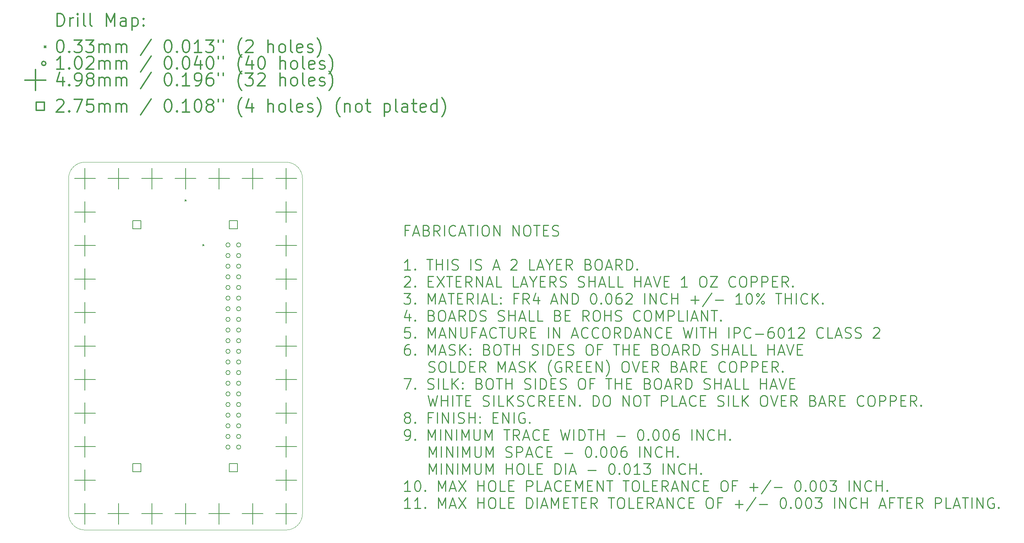
<source format=gbr>
G04 This is an RS-274x file exported by *
G04 gerbv version 2.6.0 *
G04 More information is available about gerbv at *
G04 http://gerbv.gpleda.org/ *
G04 --End of header info--*
%MOIN*%
%FSLAX34Y34*%
%IPPOS*%
G04 --Define apertures--*
%ADD10C,0.0050*%
%ADD11C,0.0079*%
%ADD12C,0.0118*%
%ADD13C,0.0138*%
%ADD14C,0.0016*%
%ADD15C,0.0100*%
G04 --Start main section--*
G54D11*
G01X0013047Y-018135D02*
G01X0013177Y-018265D01*
G01X0013177Y-018135D02*
G01X0013047Y-018265D01*
G01X0014735Y-022335D02*
G01X0014865Y-022465D01*
G01X0014865Y-022335D02*
G01X0014735Y-022465D01*
G01X0017300Y-022400D02*
G75*
G03X0017300Y-022400I-000200J0000000D01*
G01X0017300Y-023400D02*
G75*
G03X0017300Y-023400I-000200J0000000D01*
G01X0017300Y-024400D02*
G75*
G03X0017300Y-024400I-000200J0000000D01*
G01X0017300Y-025400D02*
G75*
G03X0017300Y-025400I-000200J0000000D01*
G01X0017300Y-026400D02*
G75*
G03X0017300Y-026400I-000200J0000000D01*
G01X0017300Y-027400D02*
G75*
G03X0017300Y-027400I-000200J0000000D01*
G01X0017300Y-028400D02*
G75*
G03X0017300Y-028400I-000200J0000000D01*
G01X0017300Y-029400D02*
G75*
G03X0017300Y-029400I-000200J0000000D01*
G01X0017300Y-030400D02*
G75*
G03X0017300Y-030400I-000200J0000000D01*
G01X0017300Y-031400D02*
G75*
G03X0017300Y-031400I-000200J0000000D01*
G01X0017300Y-032400D02*
G75*
G03X0017300Y-032400I-000200J0000000D01*
G01X0017300Y-033400D02*
G75*
G03X0017300Y-033400I-000200J0000000D01*
G01X0017300Y-034400D02*
G75*
G03X0017300Y-034400I-000200J0000000D01*
G01X0017300Y-035400D02*
G75*
G03X0017300Y-035400I-000200J0000000D01*
G01X0017300Y-036400D02*
G75*
G03X0017300Y-036400I-000200J0000000D01*
G01X0017300Y-037400D02*
G75*
G03X0017300Y-037400I-000200J0000000D01*
G01X0017300Y-038400D02*
G75*
G03X0017300Y-038400I-000200J0000000D01*
G01X0017300Y-039400D02*
G75*
G03X0017300Y-039400I-000200J0000000D01*
G01X0017300Y-040400D02*
G75*
G03X0017300Y-040400I-000200J0000000D01*
G01X0017300Y-041400D02*
G75*
G03X0017300Y-041400I-000200J0000000D01*
G01X0018300Y-022400D02*
G75*
G03X0018300Y-022400I-000200J0000000D01*
G01X0018300Y-023400D02*
G75*
G03X0018300Y-023400I-000200J0000000D01*
G01X0018300Y-024400D02*
G75*
G03X0018300Y-024400I-000200J0000000D01*
G01X0018300Y-025400D02*
G75*
G03X0018300Y-025400I-000200J0000000D01*
G01X0018300Y-026400D02*
G75*
G03X0018300Y-026400I-000200J0000000D01*
G01X0018300Y-027400D02*
G75*
G03X0018300Y-027400I-000200J0000000D01*
G01X0018300Y-028400D02*
G75*
G03X0018300Y-028400I-000200J0000000D01*
G01X0018300Y-029400D02*
G75*
G03X0018300Y-029400I-000200J0000000D01*
G01X0018300Y-030400D02*
G75*
G03X0018300Y-030400I-000200J0000000D01*
G01X0018300Y-031400D02*
G75*
G03X0018300Y-031400I-000200J0000000D01*
G01X0018300Y-032400D02*
G75*
G03X0018300Y-032400I-000200J0000000D01*
G01X0018300Y-033400D02*
G75*
G03X0018300Y-033400I-000200J0000000D01*
G01X0018300Y-034400D02*
G75*
G03X0018300Y-034400I-000200J0000000D01*
G01X0018300Y-035400D02*
G75*
G03X0018300Y-035400I-000200J0000000D01*
G01X0018300Y-036400D02*
G75*
G03X0018300Y-036400I-000200J0000000D01*
G01X0018300Y-037400D02*
G75*
G03X0018300Y-037400I-000200J0000000D01*
G01X0018300Y-038400D02*
G75*
G03X0018300Y-038400I-000200J0000000D01*
G01X0018300Y-039400D02*
G75*
G03X0018300Y-039400I-000200J0000000D01*
G01X0018300Y-040400D02*
G75*
G03X0018300Y-040400I-000200J0000000D01*
G01X0018300Y-041400D02*
G75*
G03X0018300Y-041400I-000200J0000000D01*
G01X0003663Y-015180D02*
G01X0003663Y-017140D01*
G01X0002683Y-016160D02*
G01X0004643Y-016160D01*
G01X0003663Y-018329D02*
G01X0003663Y-020290D01*
G01X0002683Y-019309D02*
G01X0004643Y-019309D01*
G01X0003663Y-021479D02*
G01X0003663Y-023439D01*
G01X0002683Y-022459D02*
G01X0004643Y-022459D01*
G01X0003663Y-024628D02*
G01X0003663Y-026589D01*
G01X0002683Y-025609D02*
G01X0004643Y-025609D01*
G01X0003663Y-027778D02*
G01X0003663Y-029739D01*
G01X0002683Y-028758D02*
G01X0004643Y-028758D01*
G01X0003663Y-030928D02*
G01X0003663Y-032888D01*
G01X0002683Y-031908D02*
G01X0004643Y-031908D01*
G01X0003663Y-034077D02*
G01X0003663Y-036038D01*
G01X0002683Y-035057D02*
G01X0004643Y-035057D01*
G01X0003663Y-037227D02*
G01X0003663Y-039187D01*
G01X0002683Y-038207D02*
G01X0004643Y-038207D01*
G01X0003663Y-040376D02*
G01X0003663Y-042337D01*
G01X0002683Y-041357D02*
G01X0004643Y-041357D01*
G01X0003663Y-043526D02*
G01X0003663Y-045487D01*
G01X0002683Y-044506D02*
G01X0004643Y-044506D01*
G01X0003663Y-046676D02*
G01X0003663Y-048636D01*
G01X0002683Y-047656D02*
G01X0004643Y-047656D01*
G01X0006813Y-015180D02*
G01X0006813Y-017140D01*
G01X0005832Y-016160D02*
G01X0007793Y-016160D01*
G01X0006813Y-046676D02*
G01X0006813Y-048636D01*
G01X0005832Y-047656D02*
G01X0007793Y-047656D01*
G01X0009962Y-015180D02*
G01X0009962Y-017140D01*
G01X0008982Y-016160D02*
G01X0010943Y-016160D01*
G01X0009962Y-046676D02*
G01X0009962Y-048636D01*
G01X0008982Y-047656D02*
G01X0010943Y-047656D01*
G01X0013112Y-015180D02*
G01X0013112Y-017140D01*
G01X0012131Y-016160D02*
G01X0014092Y-016160D01*
G01X0013112Y-046676D02*
G01X0013112Y-048636D01*
G01X0012131Y-047656D02*
G01X0014092Y-047656D01*
G01X0016261Y-015180D02*
G01X0016261Y-017140D01*
G01X0015281Y-016160D02*
G01X0017242Y-016160D01*
G01X0016261Y-046676D02*
G01X0016261Y-048636D01*
G01X0015281Y-047656D02*
G01X0017242Y-047656D01*
G01X0019411Y-015180D02*
G01X0019411Y-017140D01*
G01X0018431Y-016160D02*
G01X0020391Y-016160D01*
G01X0019411Y-046676D02*
G01X0019411Y-048636D01*
G01X0018431Y-047656D02*
G01X0020391Y-047656D01*
G01X0022560Y-015180D02*
G01X0022560Y-017140D01*
G01X0021580Y-016160D02*
G01X0023541Y-016160D01*
G01X0022560Y-018329D02*
G01X0022560Y-020290D01*
G01X0021580Y-019309D02*
G01X0023541Y-019309D01*
G01X0022560Y-021479D02*
G01X0022560Y-023439D01*
G01X0021580Y-022459D02*
G01X0023541Y-022459D01*
G01X0022560Y-024628D02*
G01X0022560Y-026589D01*
G01X0021580Y-025609D02*
G01X0023541Y-025609D01*
G01X0022560Y-027778D02*
G01X0022560Y-029739D01*
G01X0021580Y-028758D02*
G01X0023541Y-028758D01*
G01X0022560Y-034077D02*
G01X0022560Y-036038D01*
G01X0021580Y-035057D02*
G01X0023541Y-035057D01*
G01X0022560Y-046676D02*
G01X0022560Y-048636D01*
G01X0021580Y-047656D02*
G01X0023541Y-047656D01*
G01X0022561Y-030928D02*
G01X0022561Y-032888D01*
G01X0021580Y-031908D02*
G01X0023541Y-031908D01*
G01X0022561Y-037227D02*
G01X0022561Y-039187D01*
G01X0021580Y-038207D02*
G01X0023541Y-038207D01*
G01X0022561Y-040376D02*
G01X0022561Y-042337D01*
G01X0021580Y-041357D02*
G01X0023541Y-041357D01*
G01X0022561Y-043526D02*
G01X0022561Y-045487D01*
G01X0021580Y-044506D02*
G01X0023541Y-044506D01*
G01X0008928Y-020873D02*
G01X0008928Y-020108D01*
G01X0008928Y-020108D02*
G01X0008162Y-020108D01*
G01X0008162Y-020108D02*
G01X0008162Y-020873D01*
G01X0008162Y-020873D02*
G01X0008928Y-020873D01*
G01X0008928Y-043708D02*
G01X0008928Y-042942D01*
G01X0008928Y-042942D02*
G01X0008162Y-042942D01*
G01X0008162Y-042942D02*
G01X0008162Y-043708D01*
G01X0008162Y-043708D02*
G01X0008928Y-043708D01*
G01X0017983Y-020873D02*
G01X0017983Y-020108D01*
G01X0017983Y-020108D02*
G01X0017217Y-020108D01*
G01X0017217Y-020108D02*
G01X0017217Y-020873D01*
G01X0017217Y-020873D02*
G01X0017983Y-020873D01*
G01X0017983Y-043708D02*
G01X0017983Y-042942D01*
G01X0017983Y-042942D02*
G01X0017217Y-042942D01*
G01X0017217Y-042942D02*
G01X0017217Y-043708D01*
G01X0017217Y-043708D02*
G01X0017983Y-043708D01*
G54D12*
G01X0001069Y-001834D02*
G01X0001069Y-000652D01*
G01X0001069Y-000652D02*
G01X0001350Y-000652D01*
G01X0001350Y-000652D02*
G01X0001519Y-000709D01*
G01X0001519Y-000709D02*
G01X0001631Y-000821D01*
G01X0001631Y-000821D02*
G01X0001687Y-000934D01*
G01X0001687Y-000934D02*
G01X0001744Y-001159D01*
G01X0001744Y-001159D02*
G01X0001744Y-001327D01*
G01X0001744Y-001327D02*
G01X0001687Y-001552D01*
G01X0001687Y-001552D02*
G01X0001631Y-001665D01*
G01X0001631Y-001665D02*
G01X0001519Y-001777D01*
G01X0001519Y-001777D02*
G01X0001350Y-001834D01*
G01X0001350Y-001834D02*
G01X0001069Y-001834D01*
G01X0002250Y-001834D02*
G01X0002250Y-001046D01*
G01X0002250Y-001271D02*
G01X0002306Y-001159D01*
G01X0002306Y-001159D02*
G01X0002362Y-001102D01*
G01X0002362Y-001102D02*
G01X0002475Y-001046D01*
G01X0002475Y-001046D02*
G01X0002587Y-001046D01*
G01X0002981Y-001834D02*
G01X0002981Y-001046D01*
G01X0002981Y-000652D02*
G01X0002925Y-000709D01*
G01X0002925Y-000709D02*
G01X0002981Y-000765D01*
G01X0002981Y-000765D02*
G01X0003037Y-000709D01*
G01X0003037Y-000709D02*
G01X0002981Y-000652D01*
G01X0002981Y-000652D02*
G01X0002981Y-000765D01*
G01X0003712Y-001834D02*
G01X0003600Y-001777D01*
G01X0003600Y-001777D02*
G01X0003543Y-001665D01*
G01X0003543Y-001665D02*
G01X0003543Y-000652D01*
G01X0004331Y-001834D02*
G01X0004218Y-001777D01*
G01X0004218Y-001777D02*
G01X0004162Y-001665D01*
G01X0004162Y-001665D02*
G01X0004162Y-000652D01*
G01X0005681Y-001834D02*
G01X0005681Y-000652D01*
G01X0005681Y-000652D02*
G01X0006074Y-001496D01*
G01X0006074Y-001496D02*
G01X0006468Y-000652D01*
G01X0006468Y-000652D02*
G01X0006468Y-001834D01*
G01X0007537Y-001834D02*
G01X0007537Y-001215D01*
G01X0007537Y-001215D02*
G01X0007480Y-001102D01*
G01X0007480Y-001102D02*
G01X0007368Y-001046D01*
G01X0007368Y-001046D02*
G01X0007143Y-001046D01*
G01X0007143Y-001046D02*
G01X0007030Y-001102D01*
G01X0007537Y-001777D02*
G01X0007424Y-001834D01*
G01X0007424Y-001834D02*
G01X0007143Y-001834D01*
G01X0007143Y-001834D02*
G01X0007030Y-001777D01*
G01X0007030Y-001777D02*
G01X0006974Y-001665D01*
G01X0006974Y-001665D02*
G01X0006974Y-001552D01*
G01X0006974Y-001552D02*
G01X0007030Y-001440D01*
G01X0007030Y-001440D02*
G01X0007143Y-001384D01*
G01X0007143Y-001384D02*
G01X0007424Y-001384D01*
G01X0007424Y-001384D02*
G01X0007537Y-001327D01*
G01X0008099Y-001046D02*
G01X0008099Y-002227D01*
G01X0008099Y-001102D02*
G01X0008211Y-001046D01*
G01X0008211Y-001046D02*
G01X0008436Y-001046D01*
G01X0008436Y-001046D02*
G01X0008549Y-001102D01*
G01X0008549Y-001102D02*
G01X0008605Y-001159D01*
G01X0008605Y-001159D02*
G01X0008661Y-001271D01*
G01X0008661Y-001271D02*
G01X0008661Y-001609D01*
G01X0008661Y-001609D02*
G01X0008605Y-001721D01*
G01X0008605Y-001721D02*
G01X0008549Y-001777D01*
G01X0008549Y-001777D02*
G01X0008436Y-001834D01*
G01X0008436Y-001834D02*
G01X0008211Y-001834D01*
G01X0008211Y-001834D02*
G01X0008099Y-001777D01*
G01X0009168Y-001721D02*
G01X0009224Y-001777D01*
G01X0009224Y-001777D02*
G01X0009168Y-001834D01*
G01X0009168Y-001834D02*
G01X0009111Y-001777D01*
G01X0009111Y-001777D02*
G01X0009168Y-001721D01*
G01X0009168Y-001721D02*
G01X0009168Y-001834D01*
G01X0009168Y-001102D02*
G01X0009224Y-001159D01*
G01X0009224Y-001159D02*
G01X0009168Y-001215D01*
G01X0009168Y-001215D02*
G01X0009111Y-001159D01*
G01X0009111Y-001159D02*
G01X0009168Y-001102D01*
G01X0009168Y-001102D02*
G01X0009168Y-001215D01*
G01X-000130Y-003715D02*
G01X0000000Y-003845D01*
G01X0000000Y-003715D02*
G01X-000130Y-003845D01*
G01X0001294Y-003133D02*
G01X0001406Y-003133D01*
G01X0001406Y-003133D02*
G01X0001519Y-003189D01*
G01X0001519Y-003189D02*
G01X0001575Y-003245D01*
G01X0001575Y-003245D02*
G01X0001631Y-003358D01*
G01X0001631Y-003358D02*
G01X0001687Y-003583D01*
G01X0001687Y-003583D02*
G01X0001687Y-003864D01*
G01X0001687Y-003864D02*
G01X0001631Y-004089D01*
G01X0001631Y-004089D02*
G01X0001575Y-004201D01*
G01X0001575Y-004201D02*
G01X0001519Y-004258D01*
G01X0001519Y-004258D02*
G01X0001406Y-004314D01*
G01X0001406Y-004314D02*
G01X0001294Y-004314D01*
G01X0001294Y-004314D02*
G01X0001181Y-004258D01*
G01X0001181Y-004258D02*
G01X0001125Y-004201D01*
G01X0001125Y-004201D02*
G01X0001069Y-004089D01*
G01X0001069Y-004089D02*
G01X0001012Y-003864D01*
G01X0001012Y-003864D02*
G01X0001012Y-003583D01*
G01X0001012Y-003583D02*
G01X0001069Y-003358D01*
G01X0001069Y-003358D02*
G01X0001125Y-003245D01*
G01X0001125Y-003245D02*
G01X0001181Y-003189D01*
G01X0001181Y-003189D02*
G01X0001294Y-003133D01*
G01X0002193Y-004201D02*
G01X0002250Y-004258D01*
G01X0002250Y-004258D02*
G01X0002193Y-004314D01*
G01X0002193Y-004314D02*
G01X0002137Y-004258D01*
G01X0002137Y-004258D02*
G01X0002193Y-004201D01*
G01X0002193Y-004201D02*
G01X0002193Y-004314D01*
G01X0002643Y-003133D02*
G01X0003375Y-003133D01*
G01X0003375Y-003133D02*
G01X0002981Y-003583D01*
G01X0002981Y-003583D02*
G01X0003150Y-003583D01*
G01X0003150Y-003583D02*
G01X0003262Y-003639D01*
G01X0003262Y-003639D02*
G01X0003318Y-003695D01*
G01X0003318Y-003695D02*
G01X0003375Y-003808D01*
G01X0003375Y-003808D02*
G01X0003375Y-004089D01*
G01X0003375Y-004089D02*
G01X0003318Y-004201D01*
G01X0003318Y-004201D02*
G01X0003262Y-004258D01*
G01X0003262Y-004258D02*
G01X0003150Y-004314D01*
G01X0003150Y-004314D02*
G01X0002812Y-004314D01*
G01X0002812Y-004314D02*
G01X0002700Y-004258D01*
G01X0002700Y-004258D02*
G01X0002643Y-004201D01*
G01X0003768Y-003133D02*
G01X0004499Y-003133D01*
G01X0004499Y-003133D02*
G01X0004106Y-003583D01*
G01X0004106Y-003583D02*
G01X0004274Y-003583D01*
G01X0004274Y-003583D02*
G01X0004387Y-003639D01*
G01X0004387Y-003639D02*
G01X0004443Y-003695D01*
G01X0004443Y-003695D02*
G01X0004499Y-003808D01*
G01X0004499Y-003808D02*
G01X0004499Y-004089D01*
G01X0004499Y-004089D02*
G01X0004443Y-004201D01*
G01X0004443Y-004201D02*
G01X0004387Y-004258D01*
G01X0004387Y-004258D02*
G01X0004274Y-004314D01*
G01X0004274Y-004314D02*
G01X0003937Y-004314D01*
G01X0003937Y-004314D02*
G01X0003825Y-004258D01*
G01X0003825Y-004258D02*
G01X0003768Y-004201D01*
G01X0005006Y-004314D02*
G01X0005006Y-003526D01*
G01X0005006Y-003639D02*
G01X0005062Y-003583D01*
G01X0005062Y-003583D02*
G01X0005174Y-003526D01*
G01X0005174Y-003526D02*
G01X0005343Y-003526D01*
G01X0005343Y-003526D02*
G01X0005456Y-003583D01*
G01X0005456Y-003583D02*
G01X0005512Y-003695D01*
G01X0005512Y-003695D02*
G01X0005512Y-004314D01*
G01X0005512Y-003695D02*
G01X0005568Y-003583D01*
G01X0005568Y-003583D02*
G01X0005681Y-003526D01*
G01X0005681Y-003526D02*
G01X0005849Y-003526D01*
G01X0005849Y-003526D02*
G01X0005962Y-003583D01*
G01X0005962Y-003583D02*
G01X0006018Y-003695D01*
G01X0006018Y-003695D02*
G01X0006018Y-004314D01*
G01X0006580Y-004314D02*
G01X0006580Y-003526D01*
G01X0006580Y-003639D02*
G01X0006637Y-003583D01*
G01X0006637Y-003583D02*
G01X0006749Y-003526D01*
G01X0006749Y-003526D02*
G01X0006918Y-003526D01*
G01X0006918Y-003526D02*
G01X0007030Y-003583D01*
G01X0007030Y-003583D02*
G01X0007087Y-003695D01*
G01X0007087Y-003695D02*
G01X0007087Y-004314D01*
G01X0007087Y-003695D02*
G01X0007143Y-003583D01*
G01X0007143Y-003583D02*
G01X0007255Y-003526D01*
G01X0007255Y-003526D02*
G01X0007424Y-003526D01*
G01X0007424Y-003526D02*
G01X0007537Y-003583D01*
G01X0007537Y-003583D02*
G01X0007593Y-003695D01*
G01X0007593Y-003695D02*
G01X0007593Y-004314D01*
G01X0009899Y-003076D02*
G01X0008886Y-004595D01*
G01X0011417Y-003133D02*
G01X0011530Y-003133D01*
G01X0011530Y-003133D02*
G01X0011642Y-003189D01*
G01X0011642Y-003189D02*
G01X0011699Y-003245D01*
G01X0011699Y-003245D02*
G01X0011755Y-003358D01*
G01X0011755Y-003358D02*
G01X0011811Y-003583D01*
G01X0011811Y-003583D02*
G01X0011811Y-003864D01*
G01X0011811Y-003864D02*
G01X0011755Y-004089D01*
G01X0011755Y-004089D02*
G01X0011699Y-004201D01*
G01X0011699Y-004201D02*
G01X0011642Y-004258D01*
G01X0011642Y-004258D02*
G01X0011530Y-004314D01*
G01X0011530Y-004314D02*
G01X0011417Y-004314D01*
G01X0011417Y-004314D02*
G01X0011305Y-004258D01*
G01X0011305Y-004258D02*
G01X0011249Y-004201D01*
G01X0011249Y-004201D02*
G01X0011192Y-004089D01*
G01X0011192Y-004089D02*
G01X0011136Y-003864D01*
G01X0011136Y-003864D02*
G01X0011136Y-003583D01*
G01X0011136Y-003583D02*
G01X0011192Y-003358D01*
G01X0011192Y-003358D02*
G01X0011249Y-003245D01*
G01X0011249Y-003245D02*
G01X0011305Y-003189D01*
G01X0011305Y-003189D02*
G01X0011417Y-003133D01*
G01X0012317Y-004201D02*
G01X0012373Y-004258D01*
G01X0012373Y-004258D02*
G01X0012317Y-004314D01*
G01X0012317Y-004314D02*
G01X0012261Y-004258D01*
G01X0012261Y-004258D02*
G01X0012317Y-004201D01*
G01X0012317Y-004201D02*
G01X0012317Y-004314D01*
G01X0013105Y-003133D02*
G01X0013217Y-003133D01*
G01X0013217Y-003133D02*
G01X0013330Y-003189D01*
G01X0013330Y-003189D02*
G01X0013386Y-003245D01*
G01X0013386Y-003245D02*
G01X0013442Y-003358D01*
G01X0013442Y-003358D02*
G01X0013498Y-003583D01*
G01X0013498Y-003583D02*
G01X0013498Y-003864D01*
G01X0013498Y-003864D02*
G01X0013442Y-004089D01*
G01X0013442Y-004089D02*
G01X0013386Y-004201D01*
G01X0013386Y-004201D02*
G01X0013330Y-004258D01*
G01X0013330Y-004258D02*
G01X0013217Y-004314D01*
G01X0013217Y-004314D02*
G01X0013105Y-004314D01*
G01X0013105Y-004314D02*
G01X0012992Y-004258D01*
G01X0012992Y-004258D02*
G01X0012936Y-004201D01*
G01X0012936Y-004201D02*
G01X0012880Y-004089D01*
G01X0012880Y-004089D02*
G01X0012823Y-003864D01*
G01X0012823Y-003864D02*
G01X0012823Y-003583D01*
G01X0012823Y-003583D02*
G01X0012880Y-003358D01*
G01X0012880Y-003358D02*
G01X0012936Y-003245D01*
G01X0012936Y-003245D02*
G01X0012992Y-003189D01*
G01X0012992Y-003189D02*
G01X0013105Y-003133D01*
G01X0014623Y-004314D02*
G01X0013948Y-004314D01*
G01X0014286Y-004314D02*
G01X0014286Y-003133D01*
G01X0014286Y-003133D02*
G01X0014173Y-003301D01*
G01X0014173Y-003301D02*
G01X0014061Y-003414D01*
G01X0014061Y-003414D02*
G01X0013948Y-003470D01*
G01X0015017Y-003133D02*
G01X0015748Y-003133D01*
G01X0015748Y-003133D02*
G01X0015354Y-003583D01*
G01X0015354Y-003583D02*
G01X0015523Y-003583D01*
G01X0015523Y-003583D02*
G01X0015636Y-003639D01*
G01X0015636Y-003639D02*
G01X0015692Y-003695D01*
G01X0015692Y-003695D02*
G01X0015748Y-003808D01*
G01X0015748Y-003808D02*
G01X0015748Y-004089D01*
G01X0015748Y-004089D02*
G01X0015692Y-004201D01*
G01X0015692Y-004201D02*
G01X0015636Y-004258D01*
G01X0015636Y-004258D02*
G01X0015523Y-004314D01*
G01X0015523Y-004314D02*
G01X0015186Y-004314D01*
G01X0015186Y-004314D02*
G01X0015073Y-004258D01*
G01X0015073Y-004258D02*
G01X0015017Y-004201D01*
G01X0016198Y-003133D02*
G01X0016198Y-003358D01*
G01X0016648Y-003133D02*
G01X0016648Y-003358D01*
G01X0018391Y-004764D02*
G01X0018335Y-004708D01*
G01X0018335Y-004708D02*
G01X0018223Y-004539D01*
G01X0018223Y-004539D02*
G01X0018166Y-004426D01*
G01X0018166Y-004426D02*
G01X0018110Y-004258D01*
G01X0018110Y-004258D02*
G01X0018054Y-003976D01*
G01X0018054Y-003976D02*
G01X0018054Y-003751D01*
G01X0018054Y-003751D02*
G01X0018110Y-003470D01*
G01X0018110Y-003470D02*
G01X0018166Y-003301D01*
G01X0018166Y-003301D02*
G01X0018223Y-003189D01*
G01X0018223Y-003189D02*
G01X0018335Y-003020D01*
G01X0018335Y-003020D02*
G01X0018391Y-002964D01*
G01X0018785Y-003245D02*
G01X0018841Y-003189D01*
G01X0018841Y-003189D02*
G01X0018954Y-003133D01*
G01X0018954Y-003133D02*
G01X0019235Y-003133D01*
G01X0019235Y-003133D02*
G01X0019348Y-003189D01*
G01X0019348Y-003189D02*
G01X0019404Y-003245D01*
G01X0019404Y-003245D02*
G01X0019460Y-003358D01*
G01X0019460Y-003358D02*
G01X0019460Y-003470D01*
G01X0019460Y-003470D02*
G01X0019404Y-003639D01*
G01X0019404Y-003639D02*
G01X0018729Y-004314D01*
G01X0018729Y-004314D02*
G01X0019460Y-004314D01*
G01X0020866Y-004314D02*
G01X0020866Y-003133D01*
G01X0021372Y-004314D02*
G01X0021372Y-003695D01*
G01X0021372Y-003695D02*
G01X0021316Y-003583D01*
G01X0021316Y-003583D02*
G01X0021204Y-003526D01*
G01X0021204Y-003526D02*
G01X0021035Y-003526D01*
G01X0021035Y-003526D02*
G01X0020922Y-003583D01*
G01X0020922Y-003583D02*
G01X0020866Y-003639D01*
G01X0022103Y-004314D02*
G01X0021991Y-004258D01*
G01X0021991Y-004258D02*
G01X0021935Y-004201D01*
G01X0021935Y-004201D02*
G01X0021879Y-004089D01*
G01X0021879Y-004089D02*
G01X0021879Y-003751D01*
G01X0021879Y-003751D02*
G01X0021935Y-003639D01*
G01X0021935Y-003639D02*
G01X0021991Y-003583D01*
G01X0021991Y-003583D02*
G01X0022103Y-003526D01*
G01X0022103Y-003526D02*
G01X0022272Y-003526D01*
G01X0022272Y-003526D02*
G01X0022385Y-003583D01*
G01X0022385Y-003583D02*
G01X0022441Y-003639D01*
G01X0022441Y-003639D02*
G01X0022497Y-003751D01*
G01X0022497Y-003751D02*
G01X0022497Y-004089D01*
G01X0022497Y-004089D02*
G01X0022441Y-004201D01*
G01X0022441Y-004201D02*
G01X0022385Y-004258D01*
G01X0022385Y-004258D02*
G01X0022272Y-004314D01*
G01X0022272Y-004314D02*
G01X0022103Y-004314D01*
G01X0023172Y-004314D02*
G01X0023060Y-004258D01*
G01X0023060Y-004258D02*
G01X0023003Y-004145D01*
G01X0023003Y-004145D02*
G01X0023003Y-003133D01*
G01X0024072Y-004258D02*
G01X0023960Y-004314D01*
G01X0023960Y-004314D02*
G01X0023735Y-004314D01*
G01X0023735Y-004314D02*
G01X0023622Y-004258D01*
G01X0023622Y-004258D02*
G01X0023566Y-004145D01*
G01X0023566Y-004145D02*
G01X0023566Y-003695D01*
G01X0023566Y-003695D02*
G01X0023622Y-003583D01*
G01X0023622Y-003583D02*
G01X0023735Y-003526D01*
G01X0023735Y-003526D02*
G01X0023960Y-003526D01*
G01X0023960Y-003526D02*
G01X0024072Y-003583D01*
G01X0024072Y-003583D02*
G01X0024128Y-003695D01*
G01X0024128Y-003695D02*
G01X0024128Y-003808D01*
G01X0024128Y-003808D02*
G01X0023566Y-003920D01*
G01X0024578Y-004258D02*
G01X0024691Y-004314D01*
G01X0024691Y-004314D02*
G01X0024916Y-004314D01*
G01X0024916Y-004314D02*
G01X0025028Y-004258D01*
G01X0025028Y-004258D02*
G01X0025084Y-004145D01*
G01X0025084Y-004145D02*
G01X0025084Y-004089D01*
G01X0025084Y-004089D02*
G01X0025028Y-003976D01*
G01X0025028Y-003976D02*
G01X0024916Y-003920D01*
G01X0024916Y-003920D02*
G01X0024747Y-003920D01*
G01X0024747Y-003920D02*
G01X0024634Y-003864D01*
G01X0024634Y-003864D02*
G01X0024578Y-003751D01*
G01X0024578Y-003751D02*
G01X0024578Y-003695D01*
G01X0024578Y-003695D02*
G01X0024634Y-003583D01*
G01X0024634Y-003583D02*
G01X0024747Y-003526D01*
G01X0024747Y-003526D02*
G01X0024916Y-003526D01*
G01X0024916Y-003526D02*
G01X0025028Y-003583D01*
G01X0025478Y-004764D02*
G01X0025534Y-004708D01*
G01X0025534Y-004708D02*
G01X0025647Y-004539D01*
G01X0025647Y-004539D02*
G01X0025703Y-004426D01*
G01X0025703Y-004426D02*
G01X0025759Y-004258D01*
G01X0025759Y-004258D02*
G01X0025816Y-003976D01*
G01X0025816Y-003976D02*
G01X0025816Y-003751D01*
G01X0025816Y-003751D02*
G01X0025759Y-003470D01*
G01X0025759Y-003470D02*
G01X0025703Y-003301D01*
G01X0025703Y-003301D02*
G01X0025647Y-003189D01*
G01X0025647Y-003189D02*
G01X0025534Y-003020D01*
G01X0025534Y-003020D02*
G01X0025478Y-002964D01*
G01X0000000Y-005339D02*
G75*
G03X0000000Y-005339I-000200J0000000D01*
G01X0001687Y-005873D02*
G01X0001012Y-005873D01*
G01X0001350Y-005873D02*
G01X0001350Y-004692D01*
G01X0001350Y-004692D02*
G01X0001237Y-004861D01*
G01X0001237Y-004861D02*
G01X0001125Y-004973D01*
G01X0001125Y-004973D02*
G01X0001012Y-005029D01*
G01X0002193Y-005760D02*
G01X0002250Y-005817D01*
G01X0002250Y-005817D02*
G01X0002193Y-005873D01*
G01X0002193Y-005873D02*
G01X0002137Y-005817D01*
G01X0002137Y-005817D02*
G01X0002193Y-005760D01*
G01X0002193Y-005760D02*
G01X0002193Y-005873D01*
G01X0002981Y-004692D02*
G01X0003093Y-004692D01*
G01X0003093Y-004692D02*
G01X0003206Y-004748D01*
G01X0003206Y-004748D02*
G01X0003262Y-004804D01*
G01X0003262Y-004804D02*
G01X0003318Y-004917D01*
G01X0003318Y-004917D02*
G01X0003375Y-005142D01*
G01X0003375Y-005142D02*
G01X0003375Y-005423D01*
G01X0003375Y-005423D02*
G01X0003318Y-005648D01*
G01X0003318Y-005648D02*
G01X0003262Y-005760D01*
G01X0003262Y-005760D02*
G01X0003206Y-005817D01*
G01X0003206Y-005817D02*
G01X0003093Y-005873D01*
G01X0003093Y-005873D02*
G01X0002981Y-005873D01*
G01X0002981Y-005873D02*
G01X0002868Y-005817D01*
G01X0002868Y-005817D02*
G01X0002812Y-005760D01*
G01X0002812Y-005760D02*
G01X0002756Y-005648D01*
G01X0002756Y-005648D02*
G01X0002700Y-005423D01*
G01X0002700Y-005423D02*
G01X0002700Y-005142D01*
G01X0002700Y-005142D02*
G01X0002756Y-004917D01*
G01X0002756Y-004917D02*
G01X0002812Y-004804D01*
G01X0002812Y-004804D02*
G01X0002868Y-004748D01*
G01X0002868Y-004748D02*
G01X0002981Y-004692D01*
G01X0003825Y-004804D02*
G01X0003881Y-004748D01*
G01X0003881Y-004748D02*
G01X0003993Y-004692D01*
G01X0003993Y-004692D02*
G01X0004274Y-004692D01*
G01X0004274Y-004692D02*
G01X0004387Y-004748D01*
G01X0004387Y-004748D02*
G01X0004443Y-004804D01*
G01X0004443Y-004804D02*
G01X0004499Y-004917D01*
G01X0004499Y-004917D02*
G01X0004499Y-005029D01*
G01X0004499Y-005029D02*
G01X0004443Y-005198D01*
G01X0004443Y-005198D02*
G01X0003768Y-005873D01*
G01X0003768Y-005873D02*
G01X0004499Y-005873D01*
G01X0005006Y-005873D02*
G01X0005006Y-005085D01*
G01X0005006Y-005198D02*
G01X0005062Y-005142D01*
G01X0005062Y-005142D02*
G01X0005174Y-005085D01*
G01X0005174Y-005085D02*
G01X0005343Y-005085D01*
G01X0005343Y-005085D02*
G01X0005456Y-005142D01*
G01X0005456Y-005142D02*
G01X0005512Y-005254D01*
G01X0005512Y-005254D02*
G01X0005512Y-005873D01*
G01X0005512Y-005254D02*
G01X0005568Y-005142D01*
G01X0005568Y-005142D02*
G01X0005681Y-005085D01*
G01X0005681Y-005085D02*
G01X0005849Y-005085D01*
G01X0005849Y-005085D02*
G01X0005962Y-005142D01*
G01X0005962Y-005142D02*
G01X0006018Y-005254D01*
G01X0006018Y-005254D02*
G01X0006018Y-005873D01*
G01X0006580Y-005873D02*
G01X0006580Y-005085D01*
G01X0006580Y-005198D02*
G01X0006637Y-005142D01*
G01X0006637Y-005142D02*
G01X0006749Y-005085D01*
G01X0006749Y-005085D02*
G01X0006918Y-005085D01*
G01X0006918Y-005085D02*
G01X0007030Y-005142D01*
G01X0007030Y-005142D02*
G01X0007087Y-005254D01*
G01X0007087Y-005254D02*
G01X0007087Y-005873D01*
G01X0007087Y-005254D02*
G01X0007143Y-005142D01*
G01X0007143Y-005142D02*
G01X0007255Y-005085D01*
G01X0007255Y-005085D02*
G01X0007424Y-005085D01*
G01X0007424Y-005085D02*
G01X0007537Y-005142D01*
G01X0007537Y-005142D02*
G01X0007593Y-005254D01*
G01X0007593Y-005254D02*
G01X0007593Y-005873D01*
G01X0009899Y-004636D02*
G01X0008886Y-006154D01*
G01X0011417Y-004692D02*
G01X0011530Y-004692D01*
G01X0011530Y-004692D02*
G01X0011642Y-004748D01*
G01X0011642Y-004748D02*
G01X0011699Y-004804D01*
G01X0011699Y-004804D02*
G01X0011755Y-004917D01*
G01X0011755Y-004917D02*
G01X0011811Y-005142D01*
G01X0011811Y-005142D02*
G01X0011811Y-005423D01*
G01X0011811Y-005423D02*
G01X0011755Y-005648D01*
G01X0011755Y-005648D02*
G01X0011699Y-005760D01*
G01X0011699Y-005760D02*
G01X0011642Y-005817D01*
G01X0011642Y-005817D02*
G01X0011530Y-005873D01*
G01X0011530Y-005873D02*
G01X0011417Y-005873D01*
G01X0011417Y-005873D02*
G01X0011305Y-005817D01*
G01X0011305Y-005817D02*
G01X0011249Y-005760D01*
G01X0011249Y-005760D02*
G01X0011192Y-005648D01*
G01X0011192Y-005648D02*
G01X0011136Y-005423D01*
G01X0011136Y-005423D02*
G01X0011136Y-005142D01*
G01X0011136Y-005142D02*
G01X0011192Y-004917D01*
G01X0011192Y-004917D02*
G01X0011249Y-004804D01*
G01X0011249Y-004804D02*
G01X0011305Y-004748D01*
G01X0011305Y-004748D02*
G01X0011417Y-004692D01*
G01X0012317Y-005760D02*
G01X0012373Y-005817D01*
G01X0012373Y-005817D02*
G01X0012317Y-005873D01*
G01X0012317Y-005873D02*
G01X0012261Y-005817D01*
G01X0012261Y-005817D02*
G01X0012317Y-005760D01*
G01X0012317Y-005760D02*
G01X0012317Y-005873D01*
G01X0013105Y-004692D02*
G01X0013217Y-004692D01*
G01X0013217Y-004692D02*
G01X0013330Y-004748D01*
G01X0013330Y-004748D02*
G01X0013386Y-004804D01*
G01X0013386Y-004804D02*
G01X0013442Y-004917D01*
G01X0013442Y-004917D02*
G01X0013498Y-005142D01*
G01X0013498Y-005142D02*
G01X0013498Y-005423D01*
G01X0013498Y-005423D02*
G01X0013442Y-005648D01*
G01X0013442Y-005648D02*
G01X0013386Y-005760D01*
G01X0013386Y-005760D02*
G01X0013330Y-005817D01*
G01X0013330Y-005817D02*
G01X0013217Y-005873D01*
G01X0013217Y-005873D02*
G01X0013105Y-005873D01*
G01X0013105Y-005873D02*
G01X0012992Y-005817D01*
G01X0012992Y-005817D02*
G01X0012936Y-005760D01*
G01X0012936Y-005760D02*
G01X0012880Y-005648D01*
G01X0012880Y-005648D02*
G01X0012823Y-005423D01*
G01X0012823Y-005423D02*
G01X0012823Y-005142D01*
G01X0012823Y-005142D02*
G01X0012880Y-004917D01*
G01X0012880Y-004917D02*
G01X0012936Y-004804D01*
G01X0012936Y-004804D02*
G01X0012992Y-004748D01*
G01X0012992Y-004748D02*
G01X0013105Y-004692D01*
G01X0014511Y-005085D02*
G01X0014511Y-005873D01*
G01X0014229Y-004636D02*
G01X0013948Y-005479D01*
G01X0013948Y-005479D02*
G01X0014679Y-005479D01*
G01X0015354Y-004692D02*
G01X0015467Y-004692D01*
G01X0015467Y-004692D02*
G01X0015579Y-004748D01*
G01X0015579Y-004748D02*
G01X0015636Y-004804D01*
G01X0015636Y-004804D02*
G01X0015692Y-004917D01*
G01X0015692Y-004917D02*
G01X0015748Y-005142D01*
G01X0015748Y-005142D02*
G01X0015748Y-005423D01*
G01X0015748Y-005423D02*
G01X0015692Y-005648D01*
G01X0015692Y-005648D02*
G01X0015636Y-005760D01*
G01X0015636Y-005760D02*
G01X0015579Y-005817D01*
G01X0015579Y-005817D02*
G01X0015467Y-005873D01*
G01X0015467Y-005873D02*
G01X0015354Y-005873D01*
G01X0015354Y-005873D02*
G01X0015242Y-005817D01*
G01X0015242Y-005817D02*
G01X0015186Y-005760D01*
G01X0015186Y-005760D02*
G01X0015129Y-005648D01*
G01X0015129Y-005648D02*
G01X0015073Y-005423D01*
G01X0015073Y-005423D02*
G01X0015073Y-005142D01*
G01X0015073Y-005142D02*
G01X0015129Y-004917D01*
G01X0015129Y-004917D02*
G01X0015186Y-004804D01*
G01X0015186Y-004804D02*
G01X0015242Y-004748D01*
G01X0015242Y-004748D02*
G01X0015354Y-004692D01*
G01X0016198Y-004692D02*
G01X0016198Y-004917D01*
G01X0016648Y-004692D02*
G01X0016648Y-004917D01*
G01X0018391Y-006323D02*
G01X0018335Y-006267D01*
G01X0018335Y-006267D02*
G01X0018223Y-006098D01*
G01X0018223Y-006098D02*
G01X0018166Y-005985D01*
G01X0018166Y-005985D02*
G01X0018110Y-005817D01*
G01X0018110Y-005817D02*
G01X0018054Y-005535D01*
G01X0018054Y-005535D02*
G01X0018054Y-005310D01*
G01X0018054Y-005310D02*
G01X0018110Y-005029D01*
G01X0018110Y-005029D02*
G01X0018166Y-004861D01*
G01X0018166Y-004861D02*
G01X0018223Y-004748D01*
G01X0018223Y-004748D02*
G01X0018335Y-004579D01*
G01X0018335Y-004579D02*
G01X0018391Y-004523D01*
G01X0019348Y-005085D02*
G01X0019348Y-005873D01*
G01X0019066Y-004636D02*
G01X0018785Y-005479D01*
G01X0018785Y-005479D02*
G01X0019516Y-005479D01*
G01X0020191Y-004692D02*
G01X0020304Y-004692D01*
G01X0020304Y-004692D02*
G01X0020416Y-004748D01*
G01X0020416Y-004748D02*
G01X0020472Y-004804D01*
G01X0020472Y-004804D02*
G01X0020529Y-004917D01*
G01X0020529Y-004917D02*
G01X0020585Y-005142D01*
G01X0020585Y-005142D02*
G01X0020585Y-005423D01*
G01X0020585Y-005423D02*
G01X0020529Y-005648D01*
G01X0020529Y-005648D02*
G01X0020472Y-005760D01*
G01X0020472Y-005760D02*
G01X0020416Y-005817D01*
G01X0020416Y-005817D02*
G01X0020304Y-005873D01*
G01X0020304Y-005873D02*
G01X0020191Y-005873D01*
G01X0020191Y-005873D02*
G01X0020079Y-005817D01*
G01X0020079Y-005817D02*
G01X0020022Y-005760D01*
G01X0020022Y-005760D02*
G01X0019966Y-005648D01*
G01X0019966Y-005648D02*
G01X0019910Y-005423D01*
G01X0019910Y-005423D02*
G01X0019910Y-005142D01*
G01X0019910Y-005142D02*
G01X0019966Y-004917D01*
G01X0019966Y-004917D02*
G01X0020022Y-004804D01*
G01X0020022Y-004804D02*
G01X0020079Y-004748D01*
G01X0020079Y-004748D02*
G01X0020191Y-004692D01*
G01X0021991Y-005873D02*
G01X0021991Y-004692D01*
G01X0022497Y-005873D02*
G01X0022497Y-005254D01*
G01X0022497Y-005254D02*
G01X0022441Y-005142D01*
G01X0022441Y-005142D02*
G01X0022328Y-005085D01*
G01X0022328Y-005085D02*
G01X0022160Y-005085D01*
G01X0022160Y-005085D02*
G01X0022047Y-005142D01*
G01X0022047Y-005142D02*
G01X0021991Y-005198D01*
G01X0023228Y-005873D02*
G01X0023116Y-005817D01*
G01X0023116Y-005817D02*
G01X0023060Y-005760D01*
G01X0023060Y-005760D02*
G01X0023003Y-005648D01*
G01X0023003Y-005648D02*
G01X0023003Y-005310D01*
G01X0023003Y-005310D02*
G01X0023060Y-005198D01*
G01X0023060Y-005198D02*
G01X0023116Y-005142D01*
G01X0023116Y-005142D02*
G01X0023228Y-005085D01*
G01X0023228Y-005085D02*
G01X0023397Y-005085D01*
G01X0023397Y-005085D02*
G01X0023510Y-005142D01*
G01X0023510Y-005142D02*
G01X0023566Y-005198D01*
G01X0023566Y-005198D02*
G01X0023622Y-005310D01*
G01X0023622Y-005310D02*
G01X0023622Y-005648D01*
G01X0023622Y-005648D02*
G01X0023566Y-005760D01*
G01X0023566Y-005760D02*
G01X0023510Y-005817D01*
G01X0023510Y-005817D02*
G01X0023397Y-005873D01*
G01X0023397Y-005873D02*
G01X0023228Y-005873D01*
G01X0024297Y-005873D02*
G01X0024184Y-005817D01*
G01X0024184Y-005817D02*
G01X0024128Y-005704D01*
G01X0024128Y-005704D02*
G01X0024128Y-004692D01*
G01X0025197Y-005817D02*
G01X0025084Y-005873D01*
G01X0025084Y-005873D02*
G01X0024859Y-005873D01*
G01X0024859Y-005873D02*
G01X0024747Y-005817D01*
G01X0024747Y-005817D02*
G01X0024691Y-005704D01*
G01X0024691Y-005704D02*
G01X0024691Y-005254D01*
G01X0024691Y-005254D02*
G01X0024747Y-005142D01*
G01X0024747Y-005142D02*
G01X0024859Y-005085D01*
G01X0024859Y-005085D02*
G01X0025084Y-005085D01*
G01X0025084Y-005085D02*
G01X0025197Y-005142D01*
G01X0025197Y-005142D02*
G01X0025253Y-005254D01*
G01X0025253Y-005254D02*
G01X0025253Y-005367D01*
G01X0025253Y-005367D02*
G01X0024691Y-005479D01*
G01X0025703Y-005817D02*
G01X0025816Y-005873D01*
G01X0025816Y-005873D02*
G01X0026040Y-005873D01*
G01X0026040Y-005873D02*
G01X0026153Y-005817D01*
G01X0026153Y-005817D02*
G01X0026209Y-005704D01*
G01X0026209Y-005704D02*
G01X0026209Y-005648D01*
G01X0026209Y-005648D02*
G01X0026153Y-005535D01*
G01X0026153Y-005535D02*
G01X0026040Y-005479D01*
G01X0026040Y-005479D02*
G01X0025872Y-005479D01*
G01X0025872Y-005479D02*
G01X0025759Y-005423D01*
G01X0025759Y-005423D02*
G01X0025703Y-005310D01*
G01X0025703Y-005310D02*
G01X0025703Y-005254D01*
G01X0025703Y-005254D02*
G01X0025759Y-005142D01*
G01X0025759Y-005142D02*
G01X0025872Y-005085D01*
G01X0025872Y-005085D02*
G01X0026040Y-005085D01*
G01X0026040Y-005085D02*
G01X0026153Y-005142D01*
G01X0026603Y-006323D02*
G01X0026659Y-006267D01*
G01X0026659Y-006267D02*
G01X0026772Y-006098D01*
G01X0026772Y-006098D02*
G01X0026828Y-005985D01*
G01X0026828Y-005985D02*
G01X0026884Y-005817D01*
G01X0026884Y-005817D02*
G01X0026940Y-005535D01*
G01X0026940Y-005535D02*
G01X0026940Y-005310D01*
G01X0026940Y-005310D02*
G01X0026884Y-005029D01*
G01X0026884Y-005029D02*
G01X0026828Y-004861D01*
G01X0026828Y-004861D02*
G01X0026772Y-004748D01*
G01X0026772Y-004748D02*
G01X0026659Y-004579D01*
G01X0026659Y-004579D02*
G01X0026603Y-004523D01*
G01X-000980Y-005917D02*
G01X-000980Y-007878D01*
G01X-001961Y-006898D02*
G01X0000000Y-006898D01*
G01X0001575Y-006645D02*
G01X0001575Y-007432D01*
G01X0001294Y-006195D02*
G01X0001012Y-007038D01*
G01X0001012Y-007038D02*
G01X0001744Y-007038D01*
G01X0002193Y-007319D02*
G01X0002250Y-007376D01*
G01X0002250Y-007376D02*
G01X0002193Y-007432D01*
G01X0002193Y-007432D02*
G01X0002137Y-007376D01*
G01X0002137Y-007376D02*
G01X0002193Y-007319D01*
G01X0002193Y-007319D02*
G01X0002193Y-007432D01*
G01X0002812Y-007432D02*
G01X0003037Y-007432D01*
G01X0003037Y-007432D02*
G01X0003150Y-007376D01*
G01X0003150Y-007376D02*
G01X0003206Y-007319D01*
G01X0003206Y-007319D02*
G01X0003318Y-007151D01*
G01X0003318Y-007151D02*
G01X0003375Y-006926D01*
G01X0003375Y-006926D02*
G01X0003375Y-006476D01*
G01X0003375Y-006476D02*
G01X0003318Y-006363D01*
G01X0003318Y-006363D02*
G01X0003262Y-006307D01*
G01X0003262Y-006307D02*
G01X0003150Y-006251D01*
G01X0003150Y-006251D02*
G01X0002925Y-006251D01*
G01X0002925Y-006251D02*
G01X0002812Y-006307D01*
G01X0002812Y-006307D02*
G01X0002756Y-006363D01*
G01X0002756Y-006363D02*
G01X0002700Y-006476D01*
G01X0002700Y-006476D02*
G01X0002700Y-006757D01*
G01X0002700Y-006757D02*
G01X0002756Y-006870D01*
G01X0002756Y-006870D02*
G01X0002812Y-006926D01*
G01X0002812Y-006926D02*
G01X0002925Y-006982D01*
G01X0002925Y-006982D02*
G01X0003150Y-006982D01*
G01X0003150Y-006982D02*
G01X0003262Y-006926D01*
G01X0003262Y-006926D02*
G01X0003318Y-006870D01*
G01X0003318Y-006870D02*
G01X0003375Y-006757D01*
G01X0004049Y-006757D02*
G01X0003937Y-006701D01*
G01X0003937Y-006701D02*
G01X0003881Y-006645D01*
G01X0003881Y-006645D02*
G01X0003825Y-006532D01*
G01X0003825Y-006532D02*
G01X0003825Y-006476D01*
G01X0003825Y-006476D02*
G01X0003881Y-006363D01*
G01X0003881Y-006363D02*
G01X0003937Y-006307D01*
G01X0003937Y-006307D02*
G01X0004049Y-006251D01*
G01X0004049Y-006251D02*
G01X0004274Y-006251D01*
G01X0004274Y-006251D02*
G01X0004387Y-006307D01*
G01X0004387Y-006307D02*
G01X0004443Y-006363D01*
G01X0004443Y-006363D02*
G01X0004499Y-006476D01*
G01X0004499Y-006476D02*
G01X0004499Y-006532D01*
G01X0004499Y-006532D02*
G01X0004443Y-006645D01*
G01X0004443Y-006645D02*
G01X0004387Y-006701D01*
G01X0004387Y-006701D02*
G01X0004274Y-006757D01*
G01X0004274Y-006757D02*
G01X0004049Y-006757D01*
G01X0004049Y-006757D02*
G01X0003937Y-006813D01*
G01X0003937Y-006813D02*
G01X0003881Y-006870D01*
G01X0003881Y-006870D02*
G01X0003825Y-006982D01*
G01X0003825Y-006982D02*
G01X0003825Y-007207D01*
G01X0003825Y-007207D02*
G01X0003881Y-007319D01*
G01X0003881Y-007319D02*
G01X0003937Y-007376D01*
G01X0003937Y-007376D02*
G01X0004049Y-007432D01*
G01X0004049Y-007432D02*
G01X0004274Y-007432D01*
G01X0004274Y-007432D02*
G01X0004387Y-007376D01*
G01X0004387Y-007376D02*
G01X0004443Y-007319D01*
G01X0004443Y-007319D02*
G01X0004499Y-007207D01*
G01X0004499Y-007207D02*
G01X0004499Y-006982D01*
G01X0004499Y-006982D02*
G01X0004443Y-006870D01*
G01X0004443Y-006870D02*
G01X0004387Y-006813D01*
G01X0004387Y-006813D02*
G01X0004274Y-006757D01*
G01X0005006Y-007432D02*
G01X0005006Y-006645D01*
G01X0005006Y-006757D02*
G01X0005062Y-006701D01*
G01X0005062Y-006701D02*
G01X0005174Y-006645D01*
G01X0005174Y-006645D02*
G01X0005343Y-006645D01*
G01X0005343Y-006645D02*
G01X0005456Y-006701D01*
G01X0005456Y-006701D02*
G01X0005512Y-006813D01*
G01X0005512Y-006813D02*
G01X0005512Y-007432D01*
G01X0005512Y-006813D02*
G01X0005568Y-006701D01*
G01X0005568Y-006701D02*
G01X0005681Y-006645D01*
G01X0005681Y-006645D02*
G01X0005849Y-006645D01*
G01X0005849Y-006645D02*
G01X0005962Y-006701D01*
G01X0005962Y-006701D02*
G01X0006018Y-006813D01*
G01X0006018Y-006813D02*
G01X0006018Y-007432D01*
G01X0006580Y-007432D02*
G01X0006580Y-006645D01*
G01X0006580Y-006757D02*
G01X0006637Y-006701D01*
G01X0006637Y-006701D02*
G01X0006749Y-006645D01*
G01X0006749Y-006645D02*
G01X0006918Y-006645D01*
G01X0006918Y-006645D02*
G01X0007030Y-006701D01*
G01X0007030Y-006701D02*
G01X0007087Y-006813D01*
G01X0007087Y-006813D02*
G01X0007087Y-007432D01*
G01X0007087Y-006813D02*
G01X0007143Y-006701D01*
G01X0007143Y-006701D02*
G01X0007255Y-006645D01*
G01X0007255Y-006645D02*
G01X0007424Y-006645D01*
G01X0007424Y-006645D02*
G01X0007537Y-006701D01*
G01X0007537Y-006701D02*
G01X0007593Y-006813D01*
G01X0007593Y-006813D02*
G01X0007593Y-007432D01*
G01X0009899Y-006195D02*
G01X0008886Y-007713D01*
G01X0011417Y-006251D02*
G01X0011530Y-006251D01*
G01X0011530Y-006251D02*
G01X0011642Y-006307D01*
G01X0011642Y-006307D02*
G01X0011699Y-006363D01*
G01X0011699Y-006363D02*
G01X0011755Y-006476D01*
G01X0011755Y-006476D02*
G01X0011811Y-006701D01*
G01X0011811Y-006701D02*
G01X0011811Y-006982D01*
G01X0011811Y-006982D02*
G01X0011755Y-007207D01*
G01X0011755Y-007207D02*
G01X0011699Y-007319D01*
G01X0011699Y-007319D02*
G01X0011642Y-007376D01*
G01X0011642Y-007376D02*
G01X0011530Y-007432D01*
G01X0011530Y-007432D02*
G01X0011417Y-007432D01*
G01X0011417Y-007432D02*
G01X0011305Y-007376D01*
G01X0011305Y-007376D02*
G01X0011249Y-007319D01*
G01X0011249Y-007319D02*
G01X0011192Y-007207D01*
G01X0011192Y-007207D02*
G01X0011136Y-006982D01*
G01X0011136Y-006982D02*
G01X0011136Y-006701D01*
G01X0011136Y-006701D02*
G01X0011192Y-006476D01*
G01X0011192Y-006476D02*
G01X0011249Y-006363D01*
G01X0011249Y-006363D02*
G01X0011305Y-006307D01*
G01X0011305Y-006307D02*
G01X0011417Y-006251D01*
G01X0012317Y-007319D02*
G01X0012373Y-007376D01*
G01X0012373Y-007376D02*
G01X0012317Y-007432D01*
G01X0012317Y-007432D02*
G01X0012261Y-007376D01*
G01X0012261Y-007376D02*
G01X0012317Y-007319D01*
G01X0012317Y-007319D02*
G01X0012317Y-007432D01*
G01X0013498Y-007432D02*
G01X0012823Y-007432D01*
G01X0013161Y-007432D02*
G01X0013161Y-006251D01*
G01X0013161Y-006251D02*
G01X0013048Y-006420D01*
G01X0013048Y-006420D02*
G01X0012936Y-006532D01*
G01X0012936Y-006532D02*
G01X0012823Y-006588D01*
G01X0014061Y-007432D02*
G01X0014286Y-007432D01*
G01X0014286Y-007432D02*
G01X0014398Y-007376D01*
G01X0014398Y-007376D02*
G01X0014454Y-007319D01*
G01X0014454Y-007319D02*
G01X0014567Y-007151D01*
G01X0014567Y-007151D02*
G01X0014623Y-006926D01*
G01X0014623Y-006926D02*
G01X0014623Y-006476D01*
G01X0014623Y-006476D02*
G01X0014567Y-006363D01*
G01X0014567Y-006363D02*
G01X0014511Y-006307D01*
G01X0014511Y-006307D02*
G01X0014398Y-006251D01*
G01X0014398Y-006251D02*
G01X0014173Y-006251D01*
G01X0014173Y-006251D02*
G01X0014061Y-006307D01*
G01X0014061Y-006307D02*
G01X0014005Y-006363D01*
G01X0014005Y-006363D02*
G01X0013948Y-006476D01*
G01X0013948Y-006476D02*
G01X0013948Y-006757D01*
G01X0013948Y-006757D02*
G01X0014005Y-006870D01*
G01X0014005Y-006870D02*
G01X0014061Y-006926D01*
G01X0014061Y-006926D02*
G01X0014173Y-006982D01*
G01X0014173Y-006982D02*
G01X0014398Y-006982D01*
G01X0014398Y-006982D02*
G01X0014511Y-006926D01*
G01X0014511Y-006926D02*
G01X0014567Y-006870D01*
G01X0014567Y-006870D02*
G01X0014623Y-006757D01*
G01X0015636Y-006251D02*
G01X0015411Y-006251D01*
G01X0015411Y-006251D02*
G01X0015298Y-006307D01*
G01X0015298Y-006307D02*
G01X0015242Y-006363D01*
G01X0015242Y-006363D02*
G01X0015129Y-006532D01*
G01X0015129Y-006532D02*
G01X0015073Y-006757D01*
G01X0015073Y-006757D02*
G01X0015073Y-007207D01*
G01X0015073Y-007207D02*
G01X0015129Y-007319D01*
G01X0015129Y-007319D02*
G01X0015186Y-007376D01*
G01X0015186Y-007376D02*
G01X0015298Y-007432D01*
G01X0015298Y-007432D02*
G01X0015523Y-007432D01*
G01X0015523Y-007432D02*
G01X0015636Y-007376D01*
G01X0015636Y-007376D02*
G01X0015692Y-007319D01*
G01X0015692Y-007319D02*
G01X0015748Y-007207D01*
G01X0015748Y-007207D02*
G01X0015748Y-006926D01*
G01X0015748Y-006926D02*
G01X0015692Y-006813D01*
G01X0015692Y-006813D02*
G01X0015636Y-006757D01*
G01X0015636Y-006757D02*
G01X0015523Y-006701D01*
G01X0015523Y-006701D02*
G01X0015298Y-006701D01*
G01X0015298Y-006701D02*
G01X0015186Y-006757D01*
G01X0015186Y-006757D02*
G01X0015129Y-006813D01*
G01X0015129Y-006813D02*
G01X0015073Y-006926D01*
G01X0016198Y-006251D02*
G01X0016198Y-006476D01*
G01X0016648Y-006251D02*
G01X0016648Y-006476D01*
G01X0018391Y-007882D02*
G01X0018335Y-007826D01*
G01X0018335Y-007826D02*
G01X0018223Y-007657D01*
G01X0018223Y-007657D02*
G01X0018166Y-007544D01*
G01X0018166Y-007544D02*
G01X0018110Y-007376D01*
G01X0018110Y-007376D02*
G01X0018054Y-007094D01*
G01X0018054Y-007094D02*
G01X0018054Y-006870D01*
G01X0018054Y-006870D02*
G01X0018110Y-006588D01*
G01X0018110Y-006588D02*
G01X0018166Y-006420D01*
G01X0018166Y-006420D02*
G01X0018223Y-006307D01*
G01X0018223Y-006307D02*
G01X0018335Y-006138D01*
G01X0018335Y-006138D02*
G01X0018391Y-006082D01*
G01X0018729Y-006251D02*
G01X0019460Y-006251D01*
G01X0019460Y-006251D02*
G01X0019066Y-006701D01*
G01X0019066Y-006701D02*
G01X0019235Y-006701D01*
G01X0019235Y-006701D02*
G01X0019348Y-006757D01*
G01X0019348Y-006757D02*
G01X0019404Y-006813D01*
G01X0019404Y-006813D02*
G01X0019460Y-006926D01*
G01X0019460Y-006926D02*
G01X0019460Y-007207D01*
G01X0019460Y-007207D02*
G01X0019404Y-007319D01*
G01X0019404Y-007319D02*
G01X0019348Y-007376D01*
G01X0019348Y-007376D02*
G01X0019235Y-007432D01*
G01X0019235Y-007432D02*
G01X0018898Y-007432D01*
G01X0018898Y-007432D02*
G01X0018785Y-007376D01*
G01X0018785Y-007376D02*
G01X0018729Y-007319D01*
G01X0019910Y-006363D02*
G01X0019966Y-006307D01*
G01X0019966Y-006307D02*
G01X0020079Y-006251D01*
G01X0020079Y-006251D02*
G01X0020360Y-006251D01*
G01X0020360Y-006251D02*
G01X0020472Y-006307D01*
G01X0020472Y-006307D02*
G01X0020529Y-006363D01*
G01X0020529Y-006363D02*
G01X0020585Y-006476D01*
G01X0020585Y-006476D02*
G01X0020585Y-006588D01*
G01X0020585Y-006588D02*
G01X0020529Y-006757D01*
G01X0020529Y-006757D02*
G01X0019854Y-007432D01*
G01X0019854Y-007432D02*
G01X0020585Y-007432D01*
G01X0021991Y-007432D02*
G01X0021991Y-006251D01*
G01X0022497Y-007432D02*
G01X0022497Y-006813D01*
G01X0022497Y-006813D02*
G01X0022441Y-006701D01*
G01X0022441Y-006701D02*
G01X0022328Y-006645D01*
G01X0022328Y-006645D02*
G01X0022160Y-006645D01*
G01X0022160Y-006645D02*
G01X0022047Y-006701D01*
G01X0022047Y-006701D02*
G01X0021991Y-006757D01*
G01X0023228Y-007432D02*
G01X0023116Y-007376D01*
G01X0023116Y-007376D02*
G01X0023060Y-007319D01*
G01X0023060Y-007319D02*
G01X0023003Y-007207D01*
G01X0023003Y-007207D02*
G01X0023003Y-006870D01*
G01X0023003Y-006870D02*
G01X0023060Y-006757D01*
G01X0023060Y-006757D02*
G01X0023116Y-006701D01*
G01X0023116Y-006701D02*
G01X0023228Y-006645D01*
G01X0023228Y-006645D02*
G01X0023397Y-006645D01*
G01X0023397Y-006645D02*
G01X0023510Y-006701D01*
G01X0023510Y-006701D02*
G01X0023566Y-006757D01*
G01X0023566Y-006757D02*
G01X0023622Y-006870D01*
G01X0023622Y-006870D02*
G01X0023622Y-007207D01*
G01X0023622Y-007207D02*
G01X0023566Y-007319D01*
G01X0023566Y-007319D02*
G01X0023510Y-007376D01*
G01X0023510Y-007376D02*
G01X0023397Y-007432D01*
G01X0023397Y-007432D02*
G01X0023228Y-007432D01*
G01X0024297Y-007432D02*
G01X0024184Y-007376D01*
G01X0024184Y-007376D02*
G01X0024128Y-007263D01*
G01X0024128Y-007263D02*
G01X0024128Y-006251D01*
G01X0025197Y-007376D02*
G01X0025084Y-007432D01*
G01X0025084Y-007432D02*
G01X0024859Y-007432D01*
G01X0024859Y-007432D02*
G01X0024747Y-007376D01*
G01X0024747Y-007376D02*
G01X0024691Y-007263D01*
G01X0024691Y-007263D02*
G01X0024691Y-006813D01*
G01X0024691Y-006813D02*
G01X0024747Y-006701D01*
G01X0024747Y-006701D02*
G01X0024859Y-006645D01*
G01X0024859Y-006645D02*
G01X0025084Y-006645D01*
G01X0025084Y-006645D02*
G01X0025197Y-006701D01*
G01X0025197Y-006701D02*
G01X0025253Y-006813D01*
G01X0025253Y-006813D02*
G01X0025253Y-006926D01*
G01X0025253Y-006926D02*
G01X0024691Y-007038D01*
G01X0025703Y-007376D02*
G01X0025816Y-007432D01*
G01X0025816Y-007432D02*
G01X0026040Y-007432D01*
G01X0026040Y-007432D02*
G01X0026153Y-007376D01*
G01X0026153Y-007376D02*
G01X0026209Y-007263D01*
G01X0026209Y-007263D02*
G01X0026209Y-007207D01*
G01X0026209Y-007207D02*
G01X0026153Y-007094D01*
G01X0026153Y-007094D02*
G01X0026040Y-007038D01*
G01X0026040Y-007038D02*
G01X0025872Y-007038D01*
G01X0025872Y-007038D02*
G01X0025759Y-006982D01*
G01X0025759Y-006982D02*
G01X0025703Y-006870D01*
G01X0025703Y-006870D02*
G01X0025703Y-006813D01*
G01X0025703Y-006813D02*
G01X0025759Y-006701D01*
G01X0025759Y-006701D02*
G01X0025872Y-006645D01*
G01X0025872Y-006645D02*
G01X0026040Y-006645D01*
G01X0026040Y-006645D02*
G01X0026153Y-006701D01*
G01X0026603Y-007882D02*
G01X0026659Y-007826D01*
G01X0026659Y-007826D02*
G01X0026772Y-007657D01*
G01X0026772Y-007657D02*
G01X0026828Y-007544D01*
G01X0026828Y-007544D02*
G01X0026884Y-007376D01*
G01X0026884Y-007376D02*
G01X0026940Y-007094D01*
G01X0026940Y-007094D02*
G01X0026940Y-006870D01*
G01X0026940Y-006870D02*
G01X0026884Y-006588D01*
G01X0026884Y-006588D02*
G01X0026828Y-006420D01*
G01X0026828Y-006420D02*
G01X0026772Y-006307D01*
G01X0026772Y-006307D02*
G01X0026659Y-006138D01*
G01X0026659Y-006138D02*
G01X0026603Y-006082D01*
G01X-000159Y-009753D02*
G01X-000159Y-008987D01*
G01X-000159Y-008987D02*
G01X-000924Y-008987D01*
G01X-000924Y-008987D02*
G01X-000924Y-009753D01*
G01X-000924Y-009753D02*
G01X-000159Y-009753D01*
G01X0001012Y-008836D02*
G01X0001069Y-008780D01*
G01X0001069Y-008780D02*
G01X0001181Y-008723D01*
G01X0001181Y-008723D02*
G01X0001462Y-008723D01*
G01X0001462Y-008723D02*
G01X0001575Y-008780D01*
G01X0001575Y-008780D02*
G01X0001631Y-008836D01*
G01X0001631Y-008836D02*
G01X0001687Y-008948D01*
G01X0001687Y-008948D02*
G01X0001687Y-009061D01*
G01X0001687Y-009061D02*
G01X0001631Y-009229D01*
G01X0001631Y-009229D02*
G01X0000956Y-009904D01*
G01X0000956Y-009904D02*
G01X0001687Y-009904D01*
G01X0002193Y-009792D02*
G01X0002250Y-009848D01*
G01X0002250Y-009848D02*
G01X0002193Y-009904D01*
G01X0002193Y-009904D02*
G01X0002137Y-009848D01*
G01X0002137Y-009848D02*
G01X0002193Y-009792D01*
G01X0002193Y-009792D02*
G01X0002193Y-009904D01*
G01X0002643Y-008723D02*
G01X0003431Y-008723D01*
G01X0003431Y-008723D02*
G01X0002925Y-009904D01*
G01X0004443Y-008723D02*
G01X0003881Y-008723D01*
G01X0003881Y-008723D02*
G01X0003825Y-009286D01*
G01X0003825Y-009286D02*
G01X0003881Y-009229D01*
G01X0003881Y-009229D02*
G01X0003993Y-009173D01*
G01X0003993Y-009173D02*
G01X0004274Y-009173D01*
G01X0004274Y-009173D02*
G01X0004387Y-009229D01*
G01X0004387Y-009229D02*
G01X0004443Y-009286D01*
G01X0004443Y-009286D02*
G01X0004499Y-009398D01*
G01X0004499Y-009398D02*
G01X0004499Y-009679D01*
G01X0004499Y-009679D02*
G01X0004443Y-009792D01*
G01X0004443Y-009792D02*
G01X0004387Y-009848D01*
G01X0004387Y-009848D02*
G01X0004274Y-009904D01*
G01X0004274Y-009904D02*
G01X0003993Y-009904D01*
G01X0003993Y-009904D02*
G01X0003881Y-009848D01*
G01X0003881Y-009848D02*
G01X0003825Y-009792D01*
G01X0005006Y-009904D02*
G01X0005006Y-009117D01*
G01X0005006Y-009229D02*
G01X0005062Y-009173D01*
G01X0005062Y-009173D02*
G01X0005174Y-009117D01*
G01X0005174Y-009117D02*
G01X0005343Y-009117D01*
G01X0005343Y-009117D02*
G01X0005456Y-009173D01*
G01X0005456Y-009173D02*
G01X0005512Y-009286D01*
G01X0005512Y-009286D02*
G01X0005512Y-009904D01*
G01X0005512Y-009286D02*
G01X0005568Y-009173D01*
G01X0005568Y-009173D02*
G01X0005681Y-009117D01*
G01X0005681Y-009117D02*
G01X0005849Y-009117D01*
G01X0005849Y-009117D02*
G01X0005962Y-009173D01*
G01X0005962Y-009173D02*
G01X0006018Y-009286D01*
G01X0006018Y-009286D02*
G01X0006018Y-009904D01*
G01X0006580Y-009904D02*
G01X0006580Y-009117D01*
G01X0006580Y-009229D02*
G01X0006637Y-009173D01*
G01X0006637Y-009173D02*
G01X0006749Y-009117D01*
G01X0006749Y-009117D02*
G01X0006918Y-009117D01*
G01X0006918Y-009117D02*
G01X0007030Y-009173D01*
G01X0007030Y-009173D02*
G01X0007087Y-009286D01*
G01X0007087Y-009286D02*
G01X0007087Y-009904D01*
G01X0007087Y-009286D02*
G01X0007143Y-009173D01*
G01X0007143Y-009173D02*
G01X0007255Y-009117D01*
G01X0007255Y-009117D02*
G01X0007424Y-009117D01*
G01X0007424Y-009117D02*
G01X0007537Y-009173D01*
G01X0007537Y-009173D02*
G01X0007593Y-009286D01*
G01X0007593Y-009286D02*
G01X0007593Y-009904D01*
G01X0009899Y-008667D02*
G01X0008886Y-010186D01*
G01X0011417Y-008723D02*
G01X0011530Y-008723D01*
G01X0011530Y-008723D02*
G01X0011642Y-008780D01*
G01X0011642Y-008780D02*
G01X0011699Y-008836D01*
G01X0011699Y-008836D02*
G01X0011755Y-008948D01*
G01X0011755Y-008948D02*
G01X0011811Y-009173D01*
G01X0011811Y-009173D02*
G01X0011811Y-009454D01*
G01X0011811Y-009454D02*
G01X0011755Y-009679D01*
G01X0011755Y-009679D02*
G01X0011699Y-009792D01*
G01X0011699Y-009792D02*
G01X0011642Y-009848D01*
G01X0011642Y-009848D02*
G01X0011530Y-009904D01*
G01X0011530Y-009904D02*
G01X0011417Y-009904D01*
G01X0011417Y-009904D02*
G01X0011305Y-009848D01*
G01X0011305Y-009848D02*
G01X0011249Y-009792D01*
G01X0011249Y-009792D02*
G01X0011192Y-009679D01*
G01X0011192Y-009679D02*
G01X0011136Y-009454D01*
G01X0011136Y-009454D02*
G01X0011136Y-009173D01*
G01X0011136Y-009173D02*
G01X0011192Y-008948D01*
G01X0011192Y-008948D02*
G01X0011249Y-008836D01*
G01X0011249Y-008836D02*
G01X0011305Y-008780D01*
G01X0011305Y-008780D02*
G01X0011417Y-008723D01*
G01X0012317Y-009792D02*
G01X0012373Y-009848D01*
G01X0012373Y-009848D02*
G01X0012317Y-009904D01*
G01X0012317Y-009904D02*
G01X0012261Y-009848D01*
G01X0012261Y-009848D02*
G01X0012317Y-009792D01*
G01X0012317Y-009792D02*
G01X0012317Y-009904D01*
G01X0013498Y-009904D02*
G01X0012823Y-009904D01*
G01X0013161Y-009904D02*
G01X0013161Y-008723D01*
G01X0013161Y-008723D02*
G01X0013048Y-008892D01*
G01X0013048Y-008892D02*
G01X0012936Y-009004D01*
G01X0012936Y-009004D02*
G01X0012823Y-009061D01*
G01X0014229Y-008723D02*
G01X0014342Y-008723D01*
G01X0014342Y-008723D02*
G01X0014454Y-008780D01*
G01X0014454Y-008780D02*
G01X0014511Y-008836D01*
G01X0014511Y-008836D02*
G01X0014567Y-008948D01*
G01X0014567Y-008948D02*
G01X0014623Y-009173D01*
G01X0014623Y-009173D02*
G01X0014623Y-009454D01*
G01X0014623Y-009454D02*
G01X0014567Y-009679D01*
G01X0014567Y-009679D02*
G01X0014511Y-009792D01*
G01X0014511Y-009792D02*
G01X0014454Y-009848D01*
G01X0014454Y-009848D02*
G01X0014342Y-009904D01*
G01X0014342Y-009904D02*
G01X0014229Y-009904D01*
G01X0014229Y-009904D02*
G01X0014117Y-009848D01*
G01X0014117Y-009848D02*
G01X0014061Y-009792D01*
G01X0014061Y-009792D02*
G01X0014005Y-009679D01*
G01X0014005Y-009679D02*
G01X0013948Y-009454D01*
G01X0013948Y-009454D02*
G01X0013948Y-009173D01*
G01X0013948Y-009173D02*
G01X0014005Y-008948D01*
G01X0014005Y-008948D02*
G01X0014061Y-008836D01*
G01X0014061Y-008836D02*
G01X0014117Y-008780D01*
G01X0014117Y-008780D02*
G01X0014229Y-008723D01*
G01X0015298Y-009229D02*
G01X0015186Y-009173D01*
G01X0015186Y-009173D02*
G01X0015129Y-009117D01*
G01X0015129Y-009117D02*
G01X0015073Y-009004D01*
G01X0015073Y-009004D02*
G01X0015073Y-008948D01*
G01X0015073Y-008948D02*
G01X0015129Y-008836D01*
G01X0015129Y-008836D02*
G01X0015186Y-008780D01*
G01X0015186Y-008780D02*
G01X0015298Y-008723D01*
G01X0015298Y-008723D02*
G01X0015523Y-008723D01*
G01X0015523Y-008723D02*
G01X0015636Y-008780D01*
G01X0015636Y-008780D02*
G01X0015692Y-008836D01*
G01X0015692Y-008836D02*
G01X0015748Y-008948D01*
G01X0015748Y-008948D02*
G01X0015748Y-009004D01*
G01X0015748Y-009004D02*
G01X0015692Y-009117D01*
G01X0015692Y-009117D02*
G01X0015636Y-009173D01*
G01X0015636Y-009173D02*
G01X0015523Y-009229D01*
G01X0015523Y-009229D02*
G01X0015298Y-009229D01*
G01X0015298Y-009229D02*
G01X0015186Y-009286D01*
G01X0015186Y-009286D02*
G01X0015129Y-009342D01*
G01X0015129Y-009342D02*
G01X0015073Y-009454D01*
G01X0015073Y-009454D02*
G01X0015073Y-009679D01*
G01X0015073Y-009679D02*
G01X0015129Y-009792D01*
G01X0015129Y-009792D02*
G01X0015186Y-009848D01*
G01X0015186Y-009848D02*
G01X0015298Y-009904D01*
G01X0015298Y-009904D02*
G01X0015523Y-009904D01*
G01X0015523Y-009904D02*
G01X0015636Y-009848D01*
G01X0015636Y-009848D02*
G01X0015692Y-009792D01*
G01X0015692Y-009792D02*
G01X0015748Y-009679D01*
G01X0015748Y-009679D02*
G01X0015748Y-009454D01*
G01X0015748Y-009454D02*
G01X0015692Y-009342D01*
G01X0015692Y-009342D02*
G01X0015636Y-009286D01*
G01X0015636Y-009286D02*
G01X0015523Y-009229D01*
G01X0016198Y-008723D02*
G01X0016198Y-008948D01*
G01X0016648Y-008723D02*
G01X0016648Y-008948D01*
G01X0018391Y-010354D02*
G01X0018335Y-010298D01*
G01X0018335Y-010298D02*
G01X0018223Y-010129D01*
G01X0018223Y-010129D02*
G01X0018166Y-010017D01*
G01X0018166Y-010017D02*
G01X0018110Y-009848D01*
G01X0018110Y-009848D02*
G01X0018054Y-009567D01*
G01X0018054Y-009567D02*
G01X0018054Y-009342D01*
G01X0018054Y-009342D02*
G01X0018110Y-009061D01*
G01X0018110Y-009061D02*
G01X0018166Y-008892D01*
G01X0018166Y-008892D02*
G01X0018223Y-008780D01*
G01X0018223Y-008780D02*
G01X0018335Y-008611D01*
G01X0018335Y-008611D02*
G01X0018391Y-008555D01*
G01X0019348Y-009117D02*
G01X0019348Y-009904D01*
G01X0019066Y-008667D02*
G01X0018785Y-009511D01*
G01X0018785Y-009511D02*
G01X0019516Y-009511D01*
G01X0020866Y-009904D02*
G01X0020866Y-008723D01*
G01X0021372Y-009904D02*
G01X0021372Y-009286D01*
G01X0021372Y-009286D02*
G01X0021316Y-009173D01*
G01X0021316Y-009173D02*
G01X0021204Y-009117D01*
G01X0021204Y-009117D02*
G01X0021035Y-009117D01*
G01X0021035Y-009117D02*
G01X0020922Y-009173D01*
G01X0020922Y-009173D02*
G01X0020866Y-009229D01*
G01X0022103Y-009904D02*
G01X0021991Y-009848D01*
G01X0021991Y-009848D02*
G01X0021935Y-009792D01*
G01X0021935Y-009792D02*
G01X0021879Y-009679D01*
G01X0021879Y-009679D02*
G01X0021879Y-009342D01*
G01X0021879Y-009342D02*
G01X0021935Y-009229D01*
G01X0021935Y-009229D02*
G01X0021991Y-009173D01*
G01X0021991Y-009173D02*
G01X0022103Y-009117D01*
G01X0022103Y-009117D02*
G01X0022272Y-009117D01*
G01X0022272Y-009117D02*
G01X0022385Y-009173D01*
G01X0022385Y-009173D02*
G01X0022441Y-009229D01*
G01X0022441Y-009229D02*
G01X0022497Y-009342D01*
G01X0022497Y-009342D02*
G01X0022497Y-009679D01*
G01X0022497Y-009679D02*
G01X0022441Y-009792D01*
G01X0022441Y-009792D02*
G01X0022385Y-009848D01*
G01X0022385Y-009848D02*
G01X0022272Y-009904D01*
G01X0022272Y-009904D02*
G01X0022103Y-009904D01*
G01X0023172Y-009904D02*
G01X0023060Y-009848D01*
G01X0023060Y-009848D02*
G01X0023003Y-009736D01*
G01X0023003Y-009736D02*
G01X0023003Y-008723D01*
G01X0024072Y-009848D02*
G01X0023960Y-009904D01*
G01X0023960Y-009904D02*
G01X0023735Y-009904D01*
G01X0023735Y-009904D02*
G01X0023622Y-009848D01*
G01X0023622Y-009848D02*
G01X0023566Y-009736D01*
G01X0023566Y-009736D02*
G01X0023566Y-009286D01*
G01X0023566Y-009286D02*
G01X0023622Y-009173D01*
G01X0023622Y-009173D02*
G01X0023735Y-009117D01*
G01X0023735Y-009117D02*
G01X0023960Y-009117D01*
G01X0023960Y-009117D02*
G01X0024072Y-009173D01*
G01X0024072Y-009173D02*
G01X0024128Y-009286D01*
G01X0024128Y-009286D02*
G01X0024128Y-009398D01*
G01X0024128Y-009398D02*
G01X0023566Y-009511D01*
G01X0024578Y-009848D02*
G01X0024691Y-009904D01*
G01X0024691Y-009904D02*
G01X0024916Y-009904D01*
G01X0024916Y-009904D02*
G01X0025028Y-009848D01*
G01X0025028Y-009848D02*
G01X0025084Y-009736D01*
G01X0025084Y-009736D02*
G01X0025084Y-009679D01*
G01X0025084Y-009679D02*
G01X0025028Y-009567D01*
G01X0025028Y-009567D02*
G01X0024916Y-009511D01*
G01X0024916Y-009511D02*
G01X0024747Y-009511D01*
G01X0024747Y-009511D02*
G01X0024634Y-009454D01*
G01X0024634Y-009454D02*
G01X0024578Y-009342D01*
G01X0024578Y-009342D02*
G01X0024578Y-009286D01*
G01X0024578Y-009286D02*
G01X0024634Y-009173D01*
G01X0024634Y-009173D02*
G01X0024747Y-009117D01*
G01X0024747Y-009117D02*
G01X0024916Y-009117D01*
G01X0024916Y-009117D02*
G01X0025028Y-009173D01*
G01X0025478Y-010354D02*
G01X0025534Y-010298D01*
G01X0025534Y-010298D02*
G01X0025647Y-010129D01*
G01X0025647Y-010129D02*
G01X0025703Y-010017D01*
G01X0025703Y-010017D02*
G01X0025759Y-009848D01*
G01X0025759Y-009848D02*
G01X0025816Y-009567D01*
G01X0025816Y-009567D02*
G01X0025816Y-009342D01*
G01X0025816Y-009342D02*
G01X0025759Y-009061D01*
G01X0025759Y-009061D02*
G01X0025703Y-008892D01*
G01X0025703Y-008892D02*
G01X0025647Y-008780D01*
G01X0025647Y-008780D02*
G01X0025534Y-008611D01*
G01X0025534Y-008611D02*
G01X0025478Y-008555D01*
G01X0027615Y-010354D02*
G01X0027559Y-010298D01*
G01X0027559Y-010298D02*
G01X0027447Y-010129D01*
G01X0027447Y-010129D02*
G01X0027390Y-010017D01*
G01X0027390Y-010017D02*
G01X0027334Y-009848D01*
G01X0027334Y-009848D02*
G01X0027278Y-009567D01*
G01X0027278Y-009567D02*
G01X0027278Y-009342D01*
G01X0027278Y-009342D02*
G01X0027334Y-009061D01*
G01X0027334Y-009061D02*
G01X0027390Y-008892D01*
G01X0027390Y-008892D02*
G01X0027447Y-008780D01*
G01X0027447Y-008780D02*
G01X0027559Y-008611D01*
G01X0027559Y-008611D02*
G01X0027615Y-008555D01*
G01X0028065Y-009117D02*
G01X0028065Y-009904D01*
G01X0028065Y-009229D02*
G01X0028121Y-009173D01*
G01X0028121Y-009173D02*
G01X0028234Y-009117D01*
G01X0028234Y-009117D02*
G01X0028403Y-009117D01*
G01X0028403Y-009117D02*
G01X0028515Y-009173D01*
G01X0028515Y-009173D02*
G01X0028571Y-009286D01*
G01X0028571Y-009286D02*
G01X0028571Y-009904D01*
G01X0029303Y-009904D02*
G01X0029190Y-009848D01*
G01X0029190Y-009848D02*
G01X0029134Y-009792D01*
G01X0029134Y-009792D02*
G01X0029078Y-009679D01*
G01X0029078Y-009679D02*
G01X0029078Y-009342D01*
G01X0029078Y-009342D02*
G01X0029134Y-009229D01*
G01X0029134Y-009229D02*
G01X0029190Y-009173D01*
G01X0029190Y-009173D02*
G01X0029303Y-009117D01*
G01X0029303Y-009117D02*
G01X0029471Y-009117D01*
G01X0029471Y-009117D02*
G01X0029584Y-009173D01*
G01X0029584Y-009173D02*
G01X0029640Y-009229D01*
G01X0029640Y-009229D02*
G01X0029696Y-009342D01*
G01X0029696Y-009342D02*
G01X0029696Y-009679D01*
G01X0029696Y-009679D02*
G01X0029640Y-009792D01*
G01X0029640Y-009792D02*
G01X0029584Y-009848D01*
G01X0029584Y-009848D02*
G01X0029471Y-009904D01*
G01X0029471Y-009904D02*
G01X0029303Y-009904D01*
G01X0030034Y-009117D02*
G01X0030484Y-009117D01*
G01X0030202Y-008723D02*
G01X0030202Y-009736D01*
G01X0030202Y-009736D02*
G01X0030259Y-009848D01*
G01X0030259Y-009848D02*
G01X0030371Y-009904D01*
G01X0030371Y-009904D02*
G01X0030484Y-009904D01*
G01X0031777Y-009117D02*
G01X0031777Y-010298D01*
G01X0031777Y-009173D02*
G01X0031890Y-009117D01*
G01X0031890Y-009117D02*
G01X0032115Y-009117D01*
G01X0032115Y-009117D02*
G01X0032227Y-009173D01*
G01X0032227Y-009173D02*
G01X0032283Y-009229D01*
G01X0032283Y-009229D02*
G01X0032340Y-009342D01*
G01X0032340Y-009342D02*
G01X0032340Y-009679D01*
G01X0032340Y-009679D02*
G01X0032283Y-009792D01*
G01X0032283Y-009792D02*
G01X0032227Y-009848D01*
G01X0032227Y-009848D02*
G01X0032115Y-009904D01*
G01X0032115Y-009904D02*
G01X0031890Y-009904D01*
G01X0031890Y-009904D02*
G01X0031777Y-009848D01*
G01X0033015Y-009904D02*
G01X0032902Y-009848D01*
G01X0032902Y-009848D02*
G01X0032846Y-009736D01*
G01X0032846Y-009736D02*
G01X0032846Y-008723D01*
G01X0033971Y-009904D02*
G01X0033971Y-009286D01*
G01X0033971Y-009286D02*
G01X0033915Y-009173D01*
G01X0033915Y-009173D02*
G01X0033802Y-009117D01*
G01X0033802Y-009117D02*
G01X0033577Y-009117D01*
G01X0033577Y-009117D02*
G01X0033465Y-009173D01*
G01X0033971Y-009848D02*
G01X0033858Y-009904D01*
G01X0033858Y-009904D02*
G01X0033577Y-009904D01*
G01X0033577Y-009904D02*
G01X0033465Y-009848D01*
G01X0033465Y-009848D02*
G01X0033408Y-009736D01*
G01X0033408Y-009736D02*
G01X0033408Y-009623D01*
G01X0033408Y-009623D02*
G01X0033465Y-009511D01*
G01X0033465Y-009511D02*
G01X0033577Y-009454D01*
G01X0033577Y-009454D02*
G01X0033858Y-009454D01*
G01X0033858Y-009454D02*
G01X0033971Y-009398D01*
G01X0034364Y-009117D02*
G01X0034814Y-009117D01*
G01X0034533Y-008723D02*
G01X0034533Y-009736D01*
G01X0034533Y-009736D02*
G01X0034589Y-009848D01*
G01X0034589Y-009848D02*
G01X0034702Y-009904D01*
G01X0034702Y-009904D02*
G01X0034814Y-009904D01*
G01X0035658Y-009848D02*
G01X0035546Y-009904D01*
G01X0035546Y-009904D02*
G01X0035321Y-009904D01*
G01X0035321Y-009904D02*
G01X0035208Y-009848D01*
G01X0035208Y-009848D02*
G01X0035152Y-009736D01*
G01X0035152Y-009736D02*
G01X0035152Y-009286D01*
G01X0035152Y-009286D02*
G01X0035208Y-009173D01*
G01X0035208Y-009173D02*
G01X0035321Y-009117D01*
G01X0035321Y-009117D02*
G01X0035546Y-009117D01*
G01X0035546Y-009117D02*
G01X0035658Y-009173D01*
G01X0035658Y-009173D02*
G01X0035714Y-009286D01*
G01X0035714Y-009286D02*
G01X0035714Y-009398D01*
G01X0035714Y-009398D02*
G01X0035152Y-009511D01*
G01X0036727Y-009904D02*
G01X0036727Y-008723D01*
G01X0036727Y-009848D02*
G01X0036614Y-009904D01*
G01X0036614Y-009904D02*
G01X0036389Y-009904D01*
G01X0036389Y-009904D02*
G01X0036277Y-009848D01*
G01X0036277Y-009848D02*
G01X0036220Y-009792D01*
G01X0036220Y-009792D02*
G01X0036164Y-009679D01*
G01X0036164Y-009679D02*
G01X0036164Y-009342D01*
G01X0036164Y-009342D02*
G01X0036220Y-009229D01*
G01X0036220Y-009229D02*
G01X0036277Y-009173D01*
G01X0036277Y-009173D02*
G01X0036389Y-009117D01*
G01X0036389Y-009117D02*
G01X0036614Y-009117D01*
G01X0036614Y-009117D02*
G01X0036727Y-009173D01*
G01X0037177Y-010354D02*
G01X0037233Y-010298D01*
G01X0037233Y-010298D02*
G01X0037345Y-010129D01*
G01X0037345Y-010129D02*
G01X0037402Y-010017D01*
G01X0037402Y-010017D02*
G01X0037458Y-009848D01*
G01X0037458Y-009848D02*
G01X0037514Y-009567D01*
G01X0037514Y-009567D02*
G01X0037514Y-009342D01*
G01X0037514Y-009342D02*
G01X0037458Y-009061D01*
G01X0037458Y-009061D02*
G01X0037402Y-008892D01*
G01X0037402Y-008892D02*
G01X0037345Y-008780D01*
G01X0037345Y-008780D02*
G01X0037233Y-008611D01*
G01X0037233Y-008611D02*
G01X0037177Y-008555D01*
G01X0000000Y0000000D02*
G54D14*
G01X0022561Y-014624D02*
G01X0003663Y-014624D01*
G01X0003624Y-049191D02*
G01X0022561Y-049191D01*
G01X0024096Y-047695D02*
G01X0024096Y-016160D01*
G01X0024096Y-016157D02*
G75*
G03X0022561Y-014624I-001535J-000003D01*
G01X0022561Y-049191D02*
G75*
G03X0024096Y-047656I0000000J0001535D01*
G01X0002128Y-016160D02*
G01X0002128Y-047656D01*
G01X0002128Y-047659D02*
G75*
G03X0003663Y-049191I0001535J0000003D01*
G01X0003663Y-014624D02*
G75*
G03X0002128Y-016160I0000000J-001535D01*
G01X0000000Y0000000D02*
G54D15*
G01X0034041Y-021029D02*
G01X0033708Y-021029D01*
G01X0033708Y-021552D02*
G01X0033708Y-020552D01*
G01X0033708Y-020552D02*
G01X0034184Y-020552D01*
G01X0034518Y-021267D02*
G01X0034994Y-021267D01*
G01X0034422Y-021552D02*
G01X0034756Y-020552D01*
G01X0034756Y-020552D02*
G01X0035089Y-021552D01*
G01X0035756Y-021029D02*
G01X0035899Y-021076D01*
G01X0035899Y-021076D02*
G01X0035946Y-021124D01*
G01X0035946Y-021124D02*
G01X0035994Y-021219D01*
G01X0035994Y-021219D02*
G01X0035994Y-021362D01*
G01X0035994Y-021362D02*
G01X0035946Y-021457D01*
G01X0035946Y-021457D02*
G01X0035899Y-021505D01*
G01X0035899Y-021505D02*
G01X0035803Y-021552D01*
G01X0035803Y-021552D02*
G01X0035422Y-021552D01*
G01X0035422Y-021552D02*
G01X0035422Y-020552D01*
G01X0035422Y-020552D02*
G01X0035756Y-020552D01*
G01X0035756Y-020552D02*
G01X0035851Y-020600D01*
G01X0035851Y-020600D02*
G01X0035899Y-020648D01*
G01X0035899Y-020648D02*
G01X0035946Y-020743D01*
G01X0035946Y-020743D02*
G01X0035946Y-020838D01*
G01X0035946Y-020838D02*
G01X0035899Y-020933D01*
G01X0035899Y-020933D02*
G01X0035851Y-020981D01*
G01X0035851Y-020981D02*
G01X0035756Y-021029D01*
G01X0035756Y-021029D02*
G01X0035422Y-021029D01*
G01X0036994Y-021552D02*
G01X0036660Y-021076D01*
G01X0036422Y-021552D02*
G01X0036422Y-020552D01*
G01X0036422Y-020552D02*
G01X0036803Y-020552D01*
G01X0036803Y-020552D02*
G01X0036899Y-020600D01*
G01X0036899Y-020600D02*
G01X0036946Y-020648D01*
G01X0036946Y-020648D02*
G01X0036994Y-020743D01*
G01X0036994Y-020743D02*
G01X0036994Y-020886D01*
G01X0036994Y-020886D02*
G01X0036946Y-020981D01*
G01X0036946Y-020981D02*
G01X0036899Y-021029D01*
G01X0036899Y-021029D02*
G01X0036803Y-021076D01*
G01X0036803Y-021076D02*
G01X0036422Y-021076D01*
G01X0037422Y-021552D02*
G01X0037422Y-020552D01*
G01X0038470Y-021457D02*
G01X0038422Y-021505D01*
G01X0038422Y-021505D02*
G01X0038280Y-021552D01*
G01X0038280Y-021552D02*
G01X0038184Y-021552D01*
G01X0038184Y-021552D02*
G01X0038041Y-021505D01*
G01X0038041Y-021505D02*
G01X0037946Y-021410D01*
G01X0037946Y-021410D02*
G01X0037899Y-021314D01*
G01X0037899Y-021314D02*
G01X0037851Y-021124D01*
G01X0037851Y-021124D02*
G01X0037851Y-020981D01*
G01X0037851Y-020981D02*
G01X0037899Y-020790D01*
G01X0037899Y-020790D02*
G01X0037946Y-020695D01*
G01X0037946Y-020695D02*
G01X0038041Y-020600D01*
G01X0038041Y-020600D02*
G01X0038184Y-020552D01*
G01X0038184Y-020552D02*
G01X0038280Y-020552D01*
G01X0038280Y-020552D02*
G01X0038422Y-020600D01*
G01X0038422Y-020600D02*
G01X0038470Y-020648D01*
G01X0038851Y-021267D02*
G01X0039327Y-021267D01*
G01X0038756Y-021552D02*
G01X0039089Y-020552D01*
G01X0039089Y-020552D02*
G01X0039422Y-021552D01*
G01X0039613Y-020552D02*
G01X0040184Y-020552D01*
G01X0039899Y-021552D02*
G01X0039899Y-020552D01*
G01X0040518Y-021552D02*
G01X0040518Y-020552D01*
G01X0041184Y-020552D02*
G01X0041375Y-020552D01*
G01X0041375Y-020552D02*
G01X0041470Y-020600D01*
G01X0041470Y-020600D02*
G01X0041565Y-020695D01*
G01X0041565Y-020695D02*
G01X0041613Y-020886D01*
G01X0041613Y-020886D02*
G01X0041613Y-021219D01*
G01X0041613Y-021219D02*
G01X0041565Y-021410D01*
G01X0041565Y-021410D02*
G01X0041470Y-021505D01*
G01X0041470Y-021505D02*
G01X0041375Y-021552D01*
G01X0041375Y-021552D02*
G01X0041184Y-021552D01*
G01X0041184Y-021552D02*
G01X0041089Y-021505D01*
G01X0041089Y-021505D02*
G01X0040994Y-021410D01*
G01X0040994Y-021410D02*
G01X0040946Y-021219D01*
G01X0040946Y-021219D02*
G01X0040946Y-020886D01*
G01X0040946Y-020886D02*
G01X0040994Y-020695D01*
G01X0040994Y-020695D02*
G01X0041089Y-020600D01*
G01X0041089Y-020600D02*
G01X0041184Y-020552D01*
G01X0042041Y-021552D02*
G01X0042041Y-020552D01*
G01X0042041Y-020552D02*
G01X0042613Y-021552D01*
G01X0042613Y-021552D02*
G01X0042613Y-020552D01*
G01X0043851Y-021552D02*
G01X0043851Y-020552D01*
G01X0043851Y-020552D02*
G01X0044422Y-021552D01*
G01X0044422Y-021552D02*
G01X0044422Y-020552D01*
G01X0045089Y-020552D02*
G01X0045280Y-020552D01*
G01X0045280Y-020552D02*
G01X0045375Y-020600D01*
G01X0045375Y-020600D02*
G01X0045470Y-020695D01*
G01X0045470Y-020695D02*
G01X0045518Y-020886D01*
G01X0045518Y-020886D02*
G01X0045518Y-021219D01*
G01X0045518Y-021219D02*
G01X0045470Y-021410D01*
G01X0045470Y-021410D02*
G01X0045375Y-021505D01*
G01X0045375Y-021505D02*
G01X0045280Y-021552D01*
G01X0045280Y-021552D02*
G01X0045089Y-021552D01*
G01X0045089Y-021552D02*
G01X0044994Y-021505D01*
G01X0044994Y-021505D02*
G01X0044899Y-021410D01*
G01X0044899Y-021410D02*
G01X0044851Y-021219D01*
G01X0044851Y-021219D02*
G01X0044851Y-020886D01*
G01X0044851Y-020886D02*
G01X0044899Y-020695D01*
G01X0044899Y-020695D02*
G01X0044994Y-020600D01*
G01X0044994Y-020600D02*
G01X0045089Y-020552D01*
G01X0045803Y-020552D02*
G01X0046375Y-020552D01*
G01X0046089Y-021552D02*
G01X0046089Y-020552D01*
G01X0046708Y-021029D02*
G01X0047041Y-021029D01*
G01X0047184Y-021552D02*
G01X0046708Y-021552D01*
G01X0046708Y-021552D02*
G01X0046708Y-020552D01*
G01X0046708Y-020552D02*
G01X0047184Y-020552D01*
G01X0047565Y-021505D02*
G01X0047708Y-021552D01*
G01X0047708Y-021552D02*
G01X0047946Y-021552D01*
G01X0047946Y-021552D02*
G01X0048041Y-021505D01*
G01X0048041Y-021505D02*
G01X0048089Y-021457D01*
G01X0048089Y-021457D02*
G01X0048137Y-021362D01*
G01X0048137Y-021362D02*
G01X0048137Y-021267D01*
G01X0048137Y-021267D02*
G01X0048089Y-021171D01*
G01X0048089Y-021171D02*
G01X0048041Y-021124D01*
G01X0048041Y-021124D02*
G01X0047946Y-021076D01*
G01X0047946Y-021076D02*
G01X0047756Y-021029D01*
G01X0047756Y-021029D02*
G01X0047660Y-020981D01*
G01X0047660Y-020981D02*
G01X0047613Y-020933D01*
G01X0047613Y-020933D02*
G01X0047565Y-020838D01*
G01X0047565Y-020838D02*
G01X0047565Y-020743D01*
G01X0047565Y-020743D02*
G01X0047613Y-020648D01*
G01X0047613Y-020648D02*
G01X0047660Y-020600D01*
G01X0047660Y-020600D02*
G01X0047756Y-020552D01*
G01X0047756Y-020552D02*
G01X0047994Y-020552D01*
G01X0047994Y-020552D02*
G01X0048137Y-020600D01*
G01X0034232Y-024752D02*
G01X0033660Y-024752D01*
G01X0033946Y-024752D02*
G01X0033946Y-023752D01*
G01X0033946Y-023752D02*
G01X0033851Y-023895D01*
G01X0033851Y-023895D02*
G01X0033756Y-023990D01*
G01X0033756Y-023990D02*
G01X0033660Y-024038D01*
G01X0034660Y-024657D02*
G01X0034708Y-024705D01*
G01X0034708Y-024705D02*
G01X0034660Y-024752D01*
G01X0034660Y-024752D02*
G01X0034613Y-024705D01*
G01X0034613Y-024705D02*
G01X0034660Y-024657D01*
G01X0034660Y-024657D02*
G01X0034660Y-024752D01*
G01X0035756Y-023752D02*
G01X0036327Y-023752D01*
G01X0036041Y-024752D02*
G01X0036041Y-023752D01*
G01X0036660Y-024752D02*
G01X0036660Y-023752D01*
G01X0036660Y-024229D02*
G01X0037232Y-024229D01*
G01X0037232Y-024752D02*
G01X0037232Y-023752D01*
G01X0037708Y-024752D02*
G01X0037708Y-023752D01*
G01X0038137Y-024705D02*
G01X0038280Y-024752D01*
G01X0038280Y-024752D02*
G01X0038518Y-024752D01*
G01X0038518Y-024752D02*
G01X0038613Y-024705D01*
G01X0038613Y-024705D02*
G01X0038660Y-024657D01*
G01X0038660Y-024657D02*
G01X0038708Y-024562D01*
G01X0038708Y-024562D02*
G01X0038708Y-024467D01*
G01X0038708Y-024467D02*
G01X0038660Y-024371D01*
G01X0038660Y-024371D02*
G01X0038613Y-024324D01*
G01X0038613Y-024324D02*
G01X0038518Y-024276D01*
G01X0038518Y-024276D02*
G01X0038327Y-024229D01*
G01X0038327Y-024229D02*
G01X0038232Y-024181D01*
G01X0038232Y-024181D02*
G01X0038184Y-024133D01*
G01X0038184Y-024133D02*
G01X0038137Y-024038D01*
G01X0038137Y-024038D02*
G01X0038137Y-023943D01*
G01X0038137Y-023943D02*
G01X0038184Y-023848D01*
G01X0038184Y-023848D02*
G01X0038232Y-023800D01*
G01X0038232Y-023800D02*
G01X0038327Y-023752D01*
G01X0038327Y-023752D02*
G01X0038565Y-023752D01*
G01X0038565Y-023752D02*
G01X0038708Y-023800D01*
G01X0039899Y-024752D02*
G01X0039899Y-023752D01*
G01X0040327Y-024705D02*
G01X0040470Y-024752D01*
G01X0040470Y-024752D02*
G01X0040708Y-024752D01*
G01X0040708Y-024752D02*
G01X0040803Y-024705D01*
G01X0040803Y-024705D02*
G01X0040851Y-024657D01*
G01X0040851Y-024657D02*
G01X0040899Y-024562D01*
G01X0040899Y-024562D02*
G01X0040899Y-024467D01*
G01X0040899Y-024467D02*
G01X0040851Y-024371D01*
G01X0040851Y-024371D02*
G01X0040803Y-024324D01*
G01X0040803Y-024324D02*
G01X0040708Y-024276D01*
G01X0040708Y-024276D02*
G01X0040518Y-024229D01*
G01X0040518Y-024229D02*
G01X0040422Y-024181D01*
G01X0040422Y-024181D02*
G01X0040375Y-024133D01*
G01X0040375Y-024133D02*
G01X0040327Y-024038D01*
G01X0040327Y-024038D02*
G01X0040327Y-023943D01*
G01X0040327Y-023943D02*
G01X0040375Y-023848D01*
G01X0040375Y-023848D02*
G01X0040422Y-023800D01*
G01X0040422Y-023800D02*
G01X0040518Y-023752D01*
G01X0040518Y-023752D02*
G01X0040756Y-023752D01*
G01X0040756Y-023752D02*
G01X0040899Y-023800D01*
G01X0042041Y-024467D02*
G01X0042518Y-024467D01*
G01X0041946Y-024752D02*
G01X0042280Y-023752D01*
G01X0042280Y-023752D02*
G01X0042613Y-024752D01*
G01X0043660Y-023848D02*
G01X0043708Y-023800D01*
G01X0043708Y-023800D02*
G01X0043803Y-023752D01*
G01X0043803Y-023752D02*
G01X0044041Y-023752D01*
G01X0044041Y-023752D02*
G01X0044137Y-023800D01*
G01X0044137Y-023800D02*
G01X0044184Y-023848D01*
G01X0044184Y-023848D02*
G01X0044232Y-023943D01*
G01X0044232Y-023943D02*
G01X0044232Y-024038D01*
G01X0044232Y-024038D02*
G01X0044184Y-024181D01*
G01X0044184Y-024181D02*
G01X0043613Y-024752D01*
G01X0043613Y-024752D02*
G01X0044232Y-024752D01*
G01X0045899Y-024752D02*
G01X0045422Y-024752D01*
G01X0045422Y-024752D02*
G01X0045422Y-023752D01*
G01X0046184Y-024467D02*
G01X0046660Y-024467D01*
G01X0046089Y-024752D02*
G01X0046422Y-023752D01*
G01X0046422Y-023752D02*
G01X0046756Y-024752D01*
G01X0047280Y-024276D02*
G01X0047280Y-024752D01*
G01X0046946Y-023752D02*
G01X0047280Y-024276D01*
G01X0047280Y-024276D02*
G01X0047613Y-023752D01*
G01X0047946Y-024229D02*
G01X0048280Y-024229D01*
G01X0048422Y-024752D02*
G01X0047946Y-024752D01*
G01X0047946Y-024752D02*
G01X0047946Y-023752D01*
G01X0047946Y-023752D02*
G01X0048422Y-023752D01*
G01X0049422Y-024752D02*
G01X0049089Y-024276D01*
G01X0048851Y-024752D02*
G01X0048851Y-023752D01*
G01X0048851Y-023752D02*
G01X0049232Y-023752D01*
G01X0049232Y-023752D02*
G01X0049327Y-023800D01*
G01X0049327Y-023800D02*
G01X0049375Y-023848D01*
G01X0049375Y-023848D02*
G01X0049422Y-023943D01*
G01X0049422Y-023943D02*
G01X0049422Y-024086D01*
G01X0049422Y-024086D02*
G01X0049375Y-024181D01*
G01X0049375Y-024181D02*
G01X0049327Y-024229D01*
G01X0049327Y-024229D02*
G01X0049232Y-024276D01*
G01X0049232Y-024276D02*
G01X0048851Y-024276D01*
G01X0050946Y-024229D02*
G01X0051089Y-024276D01*
G01X0051089Y-024276D02*
G01X0051137Y-024324D01*
G01X0051137Y-024324D02*
G01X0051184Y-024419D01*
G01X0051184Y-024419D02*
G01X0051184Y-024562D01*
G01X0051184Y-024562D02*
G01X0051137Y-024657D01*
G01X0051137Y-024657D02*
G01X0051089Y-024705D01*
G01X0051089Y-024705D02*
G01X0050994Y-024752D01*
G01X0050994Y-024752D02*
G01X0050613Y-024752D01*
G01X0050613Y-024752D02*
G01X0050613Y-023752D01*
G01X0050613Y-023752D02*
G01X0050946Y-023752D01*
G01X0050946Y-023752D02*
G01X0051041Y-023800D01*
G01X0051041Y-023800D02*
G01X0051089Y-023848D01*
G01X0051089Y-023848D02*
G01X0051137Y-023943D01*
G01X0051137Y-023943D02*
G01X0051137Y-024038D01*
G01X0051137Y-024038D02*
G01X0051089Y-024133D01*
G01X0051089Y-024133D02*
G01X0051041Y-024181D01*
G01X0051041Y-024181D02*
G01X0050946Y-024229D01*
G01X0050946Y-024229D02*
G01X0050613Y-024229D01*
G01X0051803Y-023752D02*
G01X0051994Y-023752D01*
G01X0051994Y-023752D02*
G01X0052089Y-023800D01*
G01X0052089Y-023800D02*
G01X0052184Y-023895D01*
G01X0052184Y-023895D02*
G01X0052232Y-024086D01*
G01X0052232Y-024086D02*
G01X0052232Y-024419D01*
G01X0052232Y-024419D02*
G01X0052184Y-024610D01*
G01X0052184Y-024610D02*
G01X0052089Y-024705D01*
G01X0052089Y-024705D02*
G01X0051994Y-024752D01*
G01X0051994Y-024752D02*
G01X0051803Y-024752D01*
G01X0051803Y-024752D02*
G01X0051708Y-024705D01*
G01X0051708Y-024705D02*
G01X0051613Y-024610D01*
G01X0051613Y-024610D02*
G01X0051565Y-024419D01*
G01X0051565Y-024419D02*
G01X0051565Y-024086D01*
G01X0051565Y-024086D02*
G01X0051613Y-023895D01*
G01X0051613Y-023895D02*
G01X0051708Y-023800D01*
G01X0051708Y-023800D02*
G01X0051803Y-023752D01*
G01X0052613Y-024467D02*
G01X0053089Y-024467D01*
G01X0052518Y-024752D02*
G01X0052851Y-023752D01*
G01X0052851Y-023752D02*
G01X0053184Y-024752D01*
G01X0054089Y-024752D02*
G01X0053756Y-024276D01*
G01X0053518Y-024752D02*
G01X0053518Y-023752D01*
G01X0053518Y-023752D02*
G01X0053899Y-023752D01*
G01X0053899Y-023752D02*
G01X0053994Y-023800D01*
G01X0053994Y-023800D02*
G01X0054041Y-023848D01*
G01X0054041Y-023848D02*
G01X0054089Y-023943D01*
G01X0054089Y-023943D02*
G01X0054089Y-024086D01*
G01X0054089Y-024086D02*
G01X0054041Y-024181D01*
G01X0054041Y-024181D02*
G01X0053994Y-024229D01*
G01X0053994Y-024229D02*
G01X0053899Y-024276D01*
G01X0053899Y-024276D02*
G01X0053518Y-024276D01*
G01X0054518Y-024752D02*
G01X0054518Y-023752D01*
G01X0054518Y-023752D02*
G01X0054756Y-023752D01*
G01X0054756Y-023752D02*
G01X0054899Y-023800D01*
G01X0054899Y-023800D02*
G01X0054994Y-023895D01*
G01X0054994Y-023895D02*
G01X0055041Y-023990D01*
G01X0055041Y-023990D02*
G01X0055089Y-024181D01*
G01X0055089Y-024181D02*
G01X0055089Y-024324D01*
G01X0055089Y-024324D02*
G01X0055041Y-024514D01*
G01X0055041Y-024514D02*
G01X0054994Y-024610D01*
G01X0054994Y-024610D02*
G01X0054899Y-024705D01*
G01X0054899Y-024705D02*
G01X0054756Y-024752D01*
G01X0054756Y-024752D02*
G01X0054518Y-024752D01*
G01X0055518Y-024657D02*
G01X0055565Y-024705D01*
G01X0055565Y-024705D02*
G01X0055518Y-024752D01*
G01X0055518Y-024752D02*
G01X0055470Y-024705D01*
G01X0055470Y-024705D02*
G01X0055518Y-024657D01*
G01X0055518Y-024657D02*
G01X0055518Y-024752D01*
G01X0033660Y-025448D02*
G01X0033708Y-025400D01*
G01X0033708Y-025400D02*
G01X0033803Y-025352D01*
G01X0033803Y-025352D02*
G01X0034041Y-025352D01*
G01X0034041Y-025352D02*
G01X0034137Y-025400D01*
G01X0034137Y-025400D02*
G01X0034184Y-025448D01*
G01X0034184Y-025448D02*
G01X0034232Y-025543D01*
G01X0034232Y-025543D02*
G01X0034232Y-025638D01*
G01X0034232Y-025638D02*
G01X0034184Y-025781D01*
G01X0034184Y-025781D02*
G01X0033613Y-026352D01*
G01X0033613Y-026352D02*
G01X0034232Y-026352D01*
G01X0034660Y-026257D02*
G01X0034708Y-026305D01*
G01X0034708Y-026305D02*
G01X0034660Y-026352D01*
G01X0034660Y-026352D02*
G01X0034613Y-026305D01*
G01X0034613Y-026305D02*
G01X0034660Y-026257D01*
G01X0034660Y-026257D02*
G01X0034660Y-026352D01*
G01X0035899Y-025829D02*
G01X0036232Y-025829D01*
G01X0036375Y-026352D02*
G01X0035899Y-026352D01*
G01X0035899Y-026352D02*
G01X0035899Y-025352D01*
G01X0035899Y-025352D02*
G01X0036375Y-025352D01*
G01X0036708Y-025352D02*
G01X0037375Y-026352D01*
G01X0037375Y-025352D02*
G01X0036708Y-026352D01*
G01X0037613Y-025352D02*
G01X0038184Y-025352D01*
G01X0037899Y-026352D02*
G01X0037899Y-025352D01*
G01X0038518Y-025829D02*
G01X0038851Y-025829D01*
G01X0038994Y-026352D02*
G01X0038518Y-026352D01*
G01X0038518Y-026352D02*
G01X0038518Y-025352D01*
G01X0038518Y-025352D02*
G01X0038994Y-025352D01*
G01X0039994Y-026352D02*
G01X0039660Y-025876D01*
G01X0039422Y-026352D02*
G01X0039422Y-025352D01*
G01X0039422Y-025352D02*
G01X0039803Y-025352D01*
G01X0039803Y-025352D02*
G01X0039899Y-025400D01*
G01X0039899Y-025400D02*
G01X0039946Y-025448D01*
G01X0039946Y-025448D02*
G01X0039994Y-025543D01*
G01X0039994Y-025543D02*
G01X0039994Y-025686D01*
G01X0039994Y-025686D02*
G01X0039946Y-025781D01*
G01X0039946Y-025781D02*
G01X0039899Y-025829D01*
G01X0039899Y-025829D02*
G01X0039803Y-025876D01*
G01X0039803Y-025876D02*
G01X0039422Y-025876D01*
G01X0040422Y-026352D02*
G01X0040422Y-025352D01*
G01X0040422Y-025352D02*
G01X0040994Y-026352D01*
G01X0040994Y-026352D02*
G01X0040994Y-025352D01*
G01X0041422Y-026067D02*
G01X0041899Y-026067D01*
G01X0041327Y-026352D02*
G01X0041660Y-025352D01*
G01X0041660Y-025352D02*
G01X0041994Y-026352D01*
G01X0042803Y-026352D02*
G01X0042327Y-026352D01*
G01X0042327Y-026352D02*
G01X0042327Y-025352D01*
G01X0044375Y-026352D02*
G01X0043899Y-026352D01*
G01X0043899Y-026352D02*
G01X0043899Y-025352D01*
G01X0044660Y-026067D02*
G01X0045137Y-026067D01*
G01X0044565Y-026352D02*
G01X0044899Y-025352D01*
G01X0044899Y-025352D02*
G01X0045232Y-026352D01*
G01X0045756Y-025876D02*
G01X0045756Y-026352D01*
G01X0045422Y-025352D02*
G01X0045756Y-025876D01*
G01X0045756Y-025876D02*
G01X0046089Y-025352D01*
G01X0046422Y-025829D02*
G01X0046756Y-025829D01*
G01X0046899Y-026352D02*
G01X0046422Y-026352D01*
G01X0046422Y-026352D02*
G01X0046422Y-025352D01*
G01X0046422Y-025352D02*
G01X0046899Y-025352D01*
G01X0047899Y-026352D02*
G01X0047565Y-025876D01*
G01X0047327Y-026352D02*
G01X0047327Y-025352D01*
G01X0047327Y-025352D02*
G01X0047708Y-025352D01*
G01X0047708Y-025352D02*
G01X0047803Y-025400D01*
G01X0047803Y-025400D02*
G01X0047851Y-025448D01*
G01X0047851Y-025448D02*
G01X0047899Y-025543D01*
G01X0047899Y-025543D02*
G01X0047899Y-025686D01*
G01X0047899Y-025686D02*
G01X0047851Y-025781D01*
G01X0047851Y-025781D02*
G01X0047803Y-025829D01*
G01X0047803Y-025829D02*
G01X0047708Y-025876D01*
G01X0047708Y-025876D02*
G01X0047327Y-025876D01*
G01X0048280Y-026305D02*
G01X0048422Y-026352D01*
G01X0048422Y-026352D02*
G01X0048660Y-026352D01*
G01X0048660Y-026352D02*
G01X0048756Y-026305D01*
G01X0048756Y-026305D02*
G01X0048803Y-026257D01*
G01X0048803Y-026257D02*
G01X0048851Y-026162D01*
G01X0048851Y-026162D02*
G01X0048851Y-026067D01*
G01X0048851Y-026067D02*
G01X0048803Y-025971D01*
G01X0048803Y-025971D02*
G01X0048756Y-025924D01*
G01X0048756Y-025924D02*
G01X0048660Y-025876D01*
G01X0048660Y-025876D02*
G01X0048470Y-025829D01*
G01X0048470Y-025829D02*
G01X0048375Y-025781D01*
G01X0048375Y-025781D02*
G01X0048327Y-025733D01*
G01X0048327Y-025733D02*
G01X0048280Y-025638D01*
G01X0048280Y-025638D02*
G01X0048280Y-025543D01*
G01X0048280Y-025543D02*
G01X0048327Y-025448D01*
G01X0048327Y-025448D02*
G01X0048375Y-025400D01*
G01X0048375Y-025400D02*
G01X0048470Y-025352D01*
G01X0048470Y-025352D02*
G01X0048708Y-025352D01*
G01X0048708Y-025352D02*
G01X0048851Y-025400D01*
G01X0049994Y-026305D02*
G01X0050137Y-026352D01*
G01X0050137Y-026352D02*
G01X0050375Y-026352D01*
G01X0050375Y-026352D02*
G01X0050470Y-026305D01*
G01X0050470Y-026305D02*
G01X0050518Y-026257D01*
G01X0050518Y-026257D02*
G01X0050565Y-026162D01*
G01X0050565Y-026162D02*
G01X0050565Y-026067D01*
G01X0050565Y-026067D02*
G01X0050518Y-025971D01*
G01X0050518Y-025971D02*
G01X0050470Y-025924D01*
G01X0050470Y-025924D02*
G01X0050375Y-025876D01*
G01X0050375Y-025876D02*
G01X0050184Y-025829D01*
G01X0050184Y-025829D02*
G01X0050089Y-025781D01*
G01X0050089Y-025781D02*
G01X0050041Y-025733D01*
G01X0050041Y-025733D02*
G01X0049994Y-025638D01*
G01X0049994Y-025638D02*
G01X0049994Y-025543D01*
G01X0049994Y-025543D02*
G01X0050041Y-025448D01*
G01X0050041Y-025448D02*
G01X0050089Y-025400D01*
G01X0050089Y-025400D02*
G01X0050184Y-025352D01*
G01X0050184Y-025352D02*
G01X0050422Y-025352D01*
G01X0050422Y-025352D02*
G01X0050565Y-025400D01*
G01X0050994Y-026352D02*
G01X0050994Y-025352D01*
G01X0050994Y-025829D02*
G01X0051565Y-025829D01*
G01X0051565Y-026352D02*
G01X0051565Y-025352D01*
G01X0051994Y-026067D02*
G01X0052470Y-026067D01*
G01X0051899Y-026352D02*
G01X0052232Y-025352D01*
G01X0052232Y-025352D02*
G01X0052565Y-026352D01*
G01X0053375Y-026352D02*
G01X0052899Y-026352D01*
G01X0052899Y-026352D02*
G01X0052899Y-025352D01*
G01X0054184Y-026352D02*
G01X0053708Y-026352D01*
G01X0053708Y-026352D02*
G01X0053708Y-025352D01*
G01X0055280Y-026352D02*
G01X0055280Y-025352D01*
G01X0055280Y-025829D02*
G01X0055851Y-025829D01*
G01X0055851Y-026352D02*
G01X0055851Y-025352D01*
G01X0056280Y-026067D02*
G01X0056756Y-026067D01*
G01X0056184Y-026352D02*
G01X0056518Y-025352D01*
G01X0056518Y-025352D02*
G01X0056851Y-026352D01*
G01X0057041Y-025352D02*
G01X0057375Y-026352D01*
G01X0057375Y-026352D02*
G01X0057708Y-025352D01*
G01X0058041Y-025829D02*
G01X0058375Y-025829D01*
G01X0058518Y-026352D02*
G01X0058041Y-026352D01*
G01X0058041Y-026352D02*
G01X0058041Y-025352D01*
G01X0058041Y-025352D02*
G01X0058518Y-025352D01*
G01X0060232Y-026352D02*
G01X0059660Y-026352D01*
G01X0059946Y-026352D02*
G01X0059946Y-025352D01*
G01X0059946Y-025352D02*
G01X0059851Y-025495D01*
G01X0059851Y-025495D02*
G01X0059756Y-025590D01*
G01X0059756Y-025590D02*
G01X0059660Y-025638D01*
G01X0061613Y-025352D02*
G01X0061803Y-025352D01*
G01X0061803Y-025352D02*
G01X0061899Y-025400D01*
G01X0061899Y-025400D02*
G01X0061994Y-025495D01*
G01X0061994Y-025495D02*
G01X0062041Y-025686D01*
G01X0062041Y-025686D02*
G01X0062041Y-026019D01*
G01X0062041Y-026019D02*
G01X0061994Y-026210D01*
G01X0061994Y-026210D02*
G01X0061899Y-026305D01*
G01X0061899Y-026305D02*
G01X0061803Y-026352D01*
G01X0061803Y-026352D02*
G01X0061613Y-026352D01*
G01X0061613Y-026352D02*
G01X0061518Y-026305D01*
G01X0061518Y-026305D02*
G01X0061422Y-026210D01*
G01X0061422Y-026210D02*
G01X0061375Y-026019D01*
G01X0061375Y-026019D02*
G01X0061375Y-025686D01*
G01X0061375Y-025686D02*
G01X0061422Y-025495D01*
G01X0061422Y-025495D02*
G01X0061518Y-025400D01*
G01X0061518Y-025400D02*
G01X0061613Y-025352D01*
G01X0062375Y-025352D02*
G01X0063041Y-025352D01*
G01X0063041Y-025352D02*
G01X0062375Y-026352D01*
G01X0062375Y-026352D02*
G01X0063041Y-026352D01*
G01X0064756Y-026257D02*
G01X0064708Y-026305D01*
G01X0064708Y-026305D02*
G01X0064565Y-026352D01*
G01X0064565Y-026352D02*
G01X0064470Y-026352D01*
G01X0064470Y-026352D02*
G01X0064327Y-026305D01*
G01X0064327Y-026305D02*
G01X0064232Y-026210D01*
G01X0064232Y-026210D02*
G01X0064184Y-026114D01*
G01X0064184Y-026114D02*
G01X0064137Y-025924D01*
G01X0064137Y-025924D02*
G01X0064137Y-025781D01*
G01X0064137Y-025781D02*
G01X0064184Y-025590D01*
G01X0064184Y-025590D02*
G01X0064232Y-025495D01*
G01X0064232Y-025495D02*
G01X0064327Y-025400D01*
G01X0064327Y-025400D02*
G01X0064470Y-025352D01*
G01X0064470Y-025352D02*
G01X0064565Y-025352D01*
G01X0064565Y-025352D02*
G01X0064708Y-025400D01*
G01X0064708Y-025400D02*
G01X0064756Y-025448D01*
G01X0065375Y-025352D02*
G01X0065565Y-025352D01*
G01X0065565Y-025352D02*
G01X0065660Y-025400D01*
G01X0065660Y-025400D02*
G01X0065756Y-025495D01*
G01X0065756Y-025495D02*
G01X0065803Y-025686D01*
G01X0065803Y-025686D02*
G01X0065803Y-026019D01*
G01X0065803Y-026019D02*
G01X0065756Y-026210D01*
G01X0065756Y-026210D02*
G01X0065660Y-026305D01*
G01X0065660Y-026305D02*
G01X0065565Y-026352D01*
G01X0065565Y-026352D02*
G01X0065375Y-026352D01*
G01X0065375Y-026352D02*
G01X0065280Y-026305D01*
G01X0065280Y-026305D02*
G01X0065184Y-026210D01*
G01X0065184Y-026210D02*
G01X0065137Y-026019D01*
G01X0065137Y-026019D02*
G01X0065137Y-025686D01*
G01X0065137Y-025686D02*
G01X0065184Y-025495D01*
G01X0065184Y-025495D02*
G01X0065280Y-025400D01*
G01X0065280Y-025400D02*
G01X0065375Y-025352D01*
G01X0066232Y-026352D02*
G01X0066232Y-025352D01*
G01X0066232Y-025352D02*
G01X0066613Y-025352D01*
G01X0066613Y-025352D02*
G01X0066708Y-025400D01*
G01X0066708Y-025400D02*
G01X0066756Y-025448D01*
G01X0066756Y-025448D02*
G01X0066803Y-025543D01*
G01X0066803Y-025543D02*
G01X0066803Y-025686D01*
G01X0066803Y-025686D02*
G01X0066756Y-025781D01*
G01X0066756Y-025781D02*
G01X0066708Y-025829D01*
G01X0066708Y-025829D02*
G01X0066613Y-025876D01*
G01X0066613Y-025876D02*
G01X0066232Y-025876D01*
G01X0067232Y-026352D02*
G01X0067232Y-025352D01*
G01X0067232Y-025352D02*
G01X0067613Y-025352D01*
G01X0067613Y-025352D02*
G01X0067708Y-025400D01*
G01X0067708Y-025400D02*
G01X0067756Y-025448D01*
G01X0067756Y-025448D02*
G01X0067803Y-025543D01*
G01X0067803Y-025543D02*
G01X0067803Y-025686D01*
G01X0067803Y-025686D02*
G01X0067756Y-025781D01*
G01X0067756Y-025781D02*
G01X0067708Y-025829D01*
G01X0067708Y-025829D02*
G01X0067613Y-025876D01*
G01X0067613Y-025876D02*
G01X0067232Y-025876D01*
G01X0068232Y-025829D02*
G01X0068565Y-025829D01*
G01X0068708Y-026352D02*
G01X0068232Y-026352D01*
G01X0068232Y-026352D02*
G01X0068232Y-025352D01*
G01X0068232Y-025352D02*
G01X0068708Y-025352D01*
G01X0069708Y-026352D02*
G01X0069375Y-025876D01*
G01X0069137Y-026352D02*
G01X0069137Y-025352D01*
G01X0069137Y-025352D02*
G01X0069518Y-025352D01*
G01X0069518Y-025352D02*
G01X0069613Y-025400D01*
G01X0069613Y-025400D02*
G01X0069660Y-025448D01*
G01X0069660Y-025448D02*
G01X0069708Y-025543D01*
G01X0069708Y-025543D02*
G01X0069708Y-025686D01*
G01X0069708Y-025686D02*
G01X0069660Y-025781D01*
G01X0069660Y-025781D02*
G01X0069613Y-025829D01*
G01X0069613Y-025829D02*
G01X0069518Y-025876D01*
G01X0069518Y-025876D02*
G01X0069137Y-025876D01*
G01X0070137Y-026257D02*
G01X0070184Y-026305D01*
G01X0070184Y-026305D02*
G01X0070137Y-026352D01*
G01X0070137Y-026352D02*
G01X0070089Y-026305D01*
G01X0070089Y-026305D02*
G01X0070137Y-026257D01*
G01X0070137Y-026257D02*
G01X0070137Y-026352D01*
G01X0033613Y-026952D02*
G01X0034232Y-026952D01*
G01X0034232Y-026952D02*
G01X0033899Y-027333D01*
G01X0033899Y-027333D02*
G01X0034041Y-027333D01*
G01X0034041Y-027333D02*
G01X0034137Y-027381D01*
G01X0034137Y-027381D02*
G01X0034184Y-027429D01*
G01X0034184Y-027429D02*
G01X0034232Y-027524D01*
G01X0034232Y-027524D02*
G01X0034232Y-027762D01*
G01X0034232Y-027762D02*
G01X0034184Y-027857D01*
G01X0034184Y-027857D02*
G01X0034137Y-027905D01*
G01X0034137Y-027905D02*
G01X0034041Y-027952D01*
G01X0034041Y-027952D02*
G01X0033756Y-027952D01*
G01X0033756Y-027952D02*
G01X0033660Y-027905D01*
G01X0033660Y-027905D02*
G01X0033613Y-027857D01*
G01X0034660Y-027857D02*
G01X0034708Y-027905D01*
G01X0034708Y-027905D02*
G01X0034660Y-027952D01*
G01X0034660Y-027952D02*
G01X0034613Y-027905D01*
G01X0034613Y-027905D02*
G01X0034660Y-027857D01*
G01X0034660Y-027857D02*
G01X0034660Y-027952D01*
G01X0035899Y-027952D02*
G01X0035899Y-026952D01*
G01X0035899Y-026952D02*
G01X0036232Y-027667D01*
G01X0036232Y-027667D02*
G01X0036565Y-026952D01*
G01X0036565Y-026952D02*
G01X0036565Y-027952D01*
G01X0036994Y-027667D02*
G01X0037470Y-027667D01*
G01X0036899Y-027952D02*
G01X0037232Y-026952D01*
G01X0037232Y-026952D02*
G01X0037565Y-027952D01*
G01X0037756Y-026952D02*
G01X0038327Y-026952D01*
G01X0038041Y-027952D02*
G01X0038041Y-026952D01*
G01X0038660Y-027429D02*
G01X0038994Y-027429D01*
G01X0039137Y-027952D02*
G01X0038660Y-027952D01*
G01X0038660Y-027952D02*
G01X0038660Y-026952D01*
G01X0038660Y-026952D02*
G01X0039137Y-026952D01*
G01X0040137Y-027952D02*
G01X0039803Y-027476D01*
G01X0039565Y-027952D02*
G01X0039565Y-026952D01*
G01X0039565Y-026952D02*
G01X0039946Y-026952D01*
G01X0039946Y-026952D02*
G01X0040041Y-027000D01*
G01X0040041Y-027000D02*
G01X0040089Y-027048D01*
G01X0040089Y-027048D02*
G01X0040137Y-027143D01*
G01X0040137Y-027143D02*
G01X0040137Y-027286D01*
G01X0040137Y-027286D02*
G01X0040089Y-027381D01*
G01X0040089Y-027381D02*
G01X0040041Y-027429D01*
G01X0040041Y-027429D02*
G01X0039946Y-027476D01*
G01X0039946Y-027476D02*
G01X0039565Y-027476D01*
G01X0040565Y-027952D02*
G01X0040565Y-026952D01*
G01X0040994Y-027667D02*
G01X0041470Y-027667D01*
G01X0040899Y-027952D02*
G01X0041232Y-026952D01*
G01X0041232Y-026952D02*
G01X0041565Y-027952D01*
G01X0042375Y-027952D02*
G01X0041899Y-027952D01*
G01X0041899Y-027952D02*
G01X0041899Y-026952D01*
G01X0042708Y-027857D02*
G01X0042756Y-027905D01*
G01X0042756Y-027905D02*
G01X0042708Y-027952D01*
G01X0042708Y-027952D02*
G01X0042660Y-027905D01*
G01X0042660Y-027905D02*
G01X0042708Y-027857D01*
G01X0042708Y-027857D02*
G01X0042708Y-027952D01*
G01X0042708Y-027333D02*
G01X0042756Y-027381D01*
G01X0042756Y-027381D02*
G01X0042708Y-027429D01*
G01X0042708Y-027429D02*
G01X0042660Y-027381D01*
G01X0042660Y-027381D02*
G01X0042708Y-027333D01*
G01X0042708Y-027333D02*
G01X0042708Y-027429D01*
G01X0044280Y-027429D02*
G01X0043946Y-027429D01*
G01X0043946Y-027952D02*
G01X0043946Y-026952D01*
G01X0043946Y-026952D02*
G01X0044422Y-026952D01*
G01X0045375Y-027952D02*
G01X0045041Y-027476D01*
G01X0044803Y-027952D02*
G01X0044803Y-026952D01*
G01X0044803Y-026952D02*
G01X0045184Y-026952D01*
G01X0045184Y-026952D02*
G01X0045280Y-027000D01*
G01X0045280Y-027000D02*
G01X0045327Y-027048D01*
G01X0045327Y-027048D02*
G01X0045375Y-027143D01*
G01X0045375Y-027143D02*
G01X0045375Y-027286D01*
G01X0045375Y-027286D02*
G01X0045327Y-027381D01*
G01X0045327Y-027381D02*
G01X0045280Y-027429D01*
G01X0045280Y-027429D02*
G01X0045184Y-027476D01*
G01X0045184Y-027476D02*
G01X0044803Y-027476D01*
G01X0046232Y-027286D02*
G01X0046232Y-027952D01*
G01X0045994Y-026905D02*
G01X0045756Y-027619D01*
G01X0045756Y-027619D02*
G01X0046375Y-027619D01*
G01X0047470Y-027667D02*
G01X0047946Y-027667D01*
G01X0047375Y-027952D02*
G01X0047708Y-026952D01*
G01X0047708Y-026952D02*
G01X0048041Y-027952D01*
G01X0048375Y-027952D02*
G01X0048375Y-026952D01*
G01X0048375Y-026952D02*
G01X0048946Y-027952D01*
G01X0048946Y-027952D02*
G01X0048946Y-026952D01*
G01X0049422Y-027952D02*
G01X0049422Y-026952D01*
G01X0049422Y-026952D02*
G01X0049660Y-026952D01*
G01X0049660Y-026952D02*
G01X0049803Y-027000D01*
G01X0049803Y-027000D02*
G01X0049899Y-027095D01*
G01X0049899Y-027095D02*
G01X0049946Y-027190D01*
G01X0049946Y-027190D02*
G01X0049994Y-027381D01*
G01X0049994Y-027381D02*
G01X0049994Y-027524D01*
G01X0049994Y-027524D02*
G01X0049946Y-027714D01*
G01X0049946Y-027714D02*
G01X0049899Y-027810D01*
G01X0049899Y-027810D02*
G01X0049803Y-027905D01*
G01X0049803Y-027905D02*
G01X0049660Y-027952D01*
G01X0049660Y-027952D02*
G01X0049422Y-027952D01*
G01X0051375Y-026952D02*
G01X0051470Y-026952D01*
G01X0051470Y-026952D02*
G01X0051565Y-027000D01*
G01X0051565Y-027000D02*
G01X0051613Y-027048D01*
G01X0051613Y-027048D02*
G01X0051660Y-027143D01*
G01X0051660Y-027143D02*
G01X0051708Y-027333D01*
G01X0051708Y-027333D02*
G01X0051708Y-027571D01*
G01X0051708Y-027571D02*
G01X0051660Y-027762D01*
G01X0051660Y-027762D02*
G01X0051613Y-027857D01*
G01X0051613Y-027857D02*
G01X0051565Y-027905D01*
G01X0051565Y-027905D02*
G01X0051470Y-027952D01*
G01X0051470Y-027952D02*
G01X0051375Y-027952D01*
G01X0051375Y-027952D02*
G01X0051280Y-027905D01*
G01X0051280Y-027905D02*
G01X0051232Y-027857D01*
G01X0051232Y-027857D02*
G01X0051184Y-027762D01*
G01X0051184Y-027762D02*
G01X0051137Y-027571D01*
G01X0051137Y-027571D02*
G01X0051137Y-027333D01*
G01X0051137Y-027333D02*
G01X0051184Y-027143D01*
G01X0051184Y-027143D02*
G01X0051232Y-027048D01*
G01X0051232Y-027048D02*
G01X0051280Y-027000D01*
G01X0051280Y-027000D02*
G01X0051375Y-026952D01*
G01X0052137Y-027857D02*
G01X0052184Y-027905D01*
G01X0052184Y-027905D02*
G01X0052137Y-027952D01*
G01X0052137Y-027952D02*
G01X0052089Y-027905D01*
G01X0052089Y-027905D02*
G01X0052137Y-027857D01*
G01X0052137Y-027857D02*
G01X0052137Y-027952D01*
G01X0052803Y-026952D02*
G01X0052899Y-026952D01*
G01X0052899Y-026952D02*
G01X0052994Y-027000D01*
G01X0052994Y-027000D02*
G01X0053041Y-027048D01*
G01X0053041Y-027048D02*
G01X0053089Y-027143D01*
G01X0053089Y-027143D02*
G01X0053137Y-027333D01*
G01X0053137Y-027333D02*
G01X0053137Y-027571D01*
G01X0053137Y-027571D02*
G01X0053089Y-027762D01*
G01X0053089Y-027762D02*
G01X0053041Y-027857D01*
G01X0053041Y-027857D02*
G01X0052994Y-027905D01*
G01X0052994Y-027905D02*
G01X0052899Y-027952D01*
G01X0052899Y-027952D02*
G01X0052803Y-027952D01*
G01X0052803Y-027952D02*
G01X0052708Y-027905D01*
G01X0052708Y-027905D02*
G01X0052660Y-027857D01*
G01X0052660Y-027857D02*
G01X0052613Y-027762D01*
G01X0052613Y-027762D02*
G01X0052565Y-027571D01*
G01X0052565Y-027571D02*
G01X0052565Y-027333D01*
G01X0052565Y-027333D02*
G01X0052613Y-027143D01*
G01X0052613Y-027143D02*
G01X0052660Y-027048D01*
G01X0052660Y-027048D02*
G01X0052708Y-027000D01*
G01X0052708Y-027000D02*
G01X0052803Y-026952D01*
G01X0053994Y-026952D02*
G01X0053803Y-026952D01*
G01X0053803Y-026952D02*
G01X0053708Y-027000D01*
G01X0053708Y-027000D02*
G01X0053660Y-027048D01*
G01X0053660Y-027048D02*
G01X0053565Y-027190D01*
G01X0053565Y-027190D02*
G01X0053518Y-027381D01*
G01X0053518Y-027381D02*
G01X0053518Y-027762D01*
G01X0053518Y-027762D02*
G01X0053565Y-027857D01*
G01X0053565Y-027857D02*
G01X0053613Y-027905D01*
G01X0053613Y-027905D02*
G01X0053708Y-027952D01*
G01X0053708Y-027952D02*
G01X0053899Y-027952D01*
G01X0053899Y-027952D02*
G01X0053994Y-027905D01*
G01X0053994Y-027905D02*
G01X0054041Y-027857D01*
G01X0054041Y-027857D02*
G01X0054089Y-027762D01*
G01X0054089Y-027762D02*
G01X0054089Y-027524D01*
G01X0054089Y-027524D02*
G01X0054041Y-027429D01*
G01X0054041Y-027429D02*
G01X0053994Y-027381D01*
G01X0053994Y-027381D02*
G01X0053899Y-027333D01*
G01X0053899Y-027333D02*
G01X0053708Y-027333D01*
G01X0053708Y-027333D02*
G01X0053613Y-027381D01*
G01X0053613Y-027381D02*
G01X0053565Y-027429D01*
G01X0053565Y-027429D02*
G01X0053518Y-027524D01*
G01X0054470Y-027048D02*
G01X0054518Y-027000D01*
G01X0054518Y-027000D02*
G01X0054613Y-026952D01*
G01X0054613Y-026952D02*
G01X0054851Y-026952D01*
G01X0054851Y-026952D02*
G01X0054946Y-027000D01*
G01X0054946Y-027000D02*
G01X0054994Y-027048D01*
G01X0054994Y-027048D02*
G01X0055041Y-027143D01*
G01X0055041Y-027143D02*
G01X0055041Y-027238D01*
G01X0055041Y-027238D02*
G01X0054994Y-027381D01*
G01X0054994Y-027381D02*
G01X0054422Y-027952D01*
G01X0054422Y-027952D02*
G01X0055041Y-027952D01*
G01X0056232Y-027952D02*
G01X0056232Y-026952D01*
G01X0056708Y-027952D02*
G01X0056708Y-026952D01*
G01X0056708Y-026952D02*
G01X0057280Y-027952D01*
G01X0057280Y-027952D02*
G01X0057280Y-026952D01*
G01X0058327Y-027857D02*
G01X0058280Y-027905D01*
G01X0058280Y-027905D02*
G01X0058137Y-027952D01*
G01X0058137Y-027952D02*
G01X0058041Y-027952D01*
G01X0058041Y-027952D02*
G01X0057899Y-027905D01*
G01X0057899Y-027905D02*
G01X0057803Y-027810D01*
G01X0057803Y-027810D02*
G01X0057756Y-027714D01*
G01X0057756Y-027714D02*
G01X0057708Y-027524D01*
G01X0057708Y-027524D02*
G01X0057708Y-027381D01*
G01X0057708Y-027381D02*
G01X0057756Y-027190D01*
G01X0057756Y-027190D02*
G01X0057803Y-027095D01*
G01X0057803Y-027095D02*
G01X0057899Y-027000D01*
G01X0057899Y-027000D02*
G01X0058041Y-026952D01*
G01X0058041Y-026952D02*
G01X0058137Y-026952D01*
G01X0058137Y-026952D02*
G01X0058280Y-027000D01*
G01X0058280Y-027000D02*
G01X0058327Y-027048D01*
G01X0058756Y-027952D02*
G01X0058756Y-026952D01*
G01X0058756Y-027429D02*
G01X0059327Y-027429D01*
G01X0059327Y-027952D02*
G01X0059327Y-026952D01*
G01X0060565Y-027571D02*
G01X0061327Y-027571D01*
G01X0060946Y-027952D02*
G01X0060946Y-027190D01*
G01X0062518Y-026905D02*
G01X0061660Y-028190D01*
G01X0062851Y-027571D02*
G01X0063613Y-027571D01*
G01X0065375Y-027952D02*
G01X0064803Y-027952D01*
G01X0065089Y-027952D02*
G01X0065089Y-026952D01*
G01X0065089Y-026952D02*
G01X0064994Y-027095D01*
G01X0064994Y-027095D02*
G01X0064899Y-027190D01*
G01X0064899Y-027190D02*
G01X0064803Y-027238D01*
G01X0065994Y-026952D02*
G01X0066089Y-026952D01*
G01X0066089Y-026952D02*
G01X0066184Y-027000D01*
G01X0066184Y-027000D02*
G01X0066232Y-027048D01*
G01X0066232Y-027048D02*
G01X0066280Y-027143D01*
G01X0066280Y-027143D02*
G01X0066327Y-027333D01*
G01X0066327Y-027333D02*
G01X0066327Y-027571D01*
G01X0066327Y-027571D02*
G01X0066280Y-027762D01*
G01X0066280Y-027762D02*
G01X0066232Y-027857D01*
G01X0066232Y-027857D02*
G01X0066184Y-027905D01*
G01X0066184Y-027905D02*
G01X0066089Y-027952D01*
G01X0066089Y-027952D02*
G01X0065994Y-027952D01*
G01X0065994Y-027952D02*
G01X0065899Y-027905D01*
G01X0065899Y-027905D02*
G01X0065851Y-027857D01*
G01X0065851Y-027857D02*
G01X0065803Y-027762D01*
G01X0065803Y-027762D02*
G01X0065756Y-027571D01*
G01X0065756Y-027571D02*
G01X0065756Y-027333D01*
G01X0065756Y-027333D02*
G01X0065803Y-027143D01*
G01X0065803Y-027143D02*
G01X0065851Y-027048D01*
G01X0065851Y-027048D02*
G01X0065899Y-027000D01*
G01X0065899Y-027000D02*
G01X0065994Y-026952D01*
G01X0066708Y-027952D02*
G01X0067470Y-026952D01*
G01X0066851Y-026952D02*
G01X0066946Y-027000D01*
G01X0066946Y-027000D02*
G01X0066994Y-027095D01*
G01X0066994Y-027095D02*
G01X0066946Y-027190D01*
G01X0066946Y-027190D02*
G01X0066851Y-027238D01*
G01X0066851Y-027238D02*
G01X0066756Y-027190D01*
G01X0066756Y-027190D02*
G01X0066708Y-027095D01*
G01X0066708Y-027095D02*
G01X0066756Y-027000D01*
G01X0066756Y-027000D02*
G01X0066851Y-026952D01*
G01X0067422Y-027905D02*
G01X0067470Y-027810D01*
G01X0067470Y-027810D02*
G01X0067422Y-027714D01*
G01X0067422Y-027714D02*
G01X0067327Y-027667D01*
G01X0067327Y-027667D02*
G01X0067232Y-027714D01*
G01X0067232Y-027714D02*
G01X0067184Y-027810D01*
G01X0067184Y-027810D02*
G01X0067232Y-027905D01*
G01X0067232Y-027905D02*
G01X0067327Y-027952D01*
G01X0067327Y-027952D02*
G01X0067422Y-027905D01*
G01X0068518Y-026952D02*
G01X0069089Y-026952D01*
G01X0068803Y-027952D02*
G01X0068803Y-026952D01*
G01X0069422Y-027952D02*
G01X0069422Y-026952D01*
G01X0069422Y-027429D02*
G01X0069994Y-027429D01*
G01X0069994Y-027952D02*
G01X0069994Y-026952D01*
G01X0070470Y-027952D02*
G01X0070470Y-026952D01*
G01X0071518Y-027857D02*
G01X0071470Y-027905D01*
G01X0071470Y-027905D02*
G01X0071327Y-027952D01*
G01X0071327Y-027952D02*
G01X0071232Y-027952D01*
G01X0071232Y-027952D02*
G01X0071089Y-027905D01*
G01X0071089Y-027905D02*
G01X0070994Y-027810D01*
G01X0070994Y-027810D02*
G01X0070946Y-027714D01*
G01X0070946Y-027714D02*
G01X0070899Y-027524D01*
G01X0070899Y-027524D02*
G01X0070899Y-027381D01*
G01X0070899Y-027381D02*
G01X0070946Y-027190D01*
G01X0070946Y-027190D02*
G01X0070994Y-027095D01*
G01X0070994Y-027095D02*
G01X0071089Y-027000D01*
G01X0071089Y-027000D02*
G01X0071232Y-026952D01*
G01X0071232Y-026952D02*
G01X0071327Y-026952D01*
G01X0071327Y-026952D02*
G01X0071470Y-027000D01*
G01X0071470Y-027000D02*
G01X0071518Y-027048D01*
G01X0071946Y-027952D02*
G01X0071946Y-026952D01*
G01X0072518Y-027952D02*
G01X0072089Y-027381D01*
G01X0072518Y-026952D02*
G01X0071946Y-027524D01*
G01X0072946Y-027857D02*
G01X0072994Y-027905D01*
G01X0072994Y-027905D02*
G01X0072946Y-027952D01*
G01X0072946Y-027952D02*
G01X0072899Y-027905D01*
G01X0072899Y-027905D02*
G01X0072946Y-027857D01*
G01X0072946Y-027857D02*
G01X0072946Y-027952D01*
G01X0034137Y-028886D02*
G01X0034137Y-029552D01*
G01X0033899Y-028505D02*
G01X0033660Y-029219D01*
G01X0033660Y-029219D02*
G01X0034280Y-029219D01*
G01X0034660Y-029457D02*
G01X0034708Y-029505D01*
G01X0034708Y-029505D02*
G01X0034660Y-029552D01*
G01X0034660Y-029552D02*
G01X0034613Y-029505D01*
G01X0034613Y-029505D02*
G01X0034660Y-029457D01*
G01X0034660Y-029457D02*
G01X0034660Y-029552D01*
G01X0036232Y-029029D02*
G01X0036375Y-029076D01*
G01X0036375Y-029076D02*
G01X0036422Y-029124D01*
G01X0036422Y-029124D02*
G01X0036470Y-029219D01*
G01X0036470Y-029219D02*
G01X0036470Y-029362D01*
G01X0036470Y-029362D02*
G01X0036422Y-029457D01*
G01X0036422Y-029457D02*
G01X0036375Y-029505D01*
G01X0036375Y-029505D02*
G01X0036280Y-029552D01*
G01X0036280Y-029552D02*
G01X0035899Y-029552D01*
G01X0035899Y-029552D02*
G01X0035899Y-028552D01*
G01X0035899Y-028552D02*
G01X0036232Y-028552D01*
G01X0036232Y-028552D02*
G01X0036327Y-028600D01*
G01X0036327Y-028600D02*
G01X0036375Y-028648D01*
G01X0036375Y-028648D02*
G01X0036422Y-028743D01*
G01X0036422Y-028743D02*
G01X0036422Y-028838D01*
G01X0036422Y-028838D02*
G01X0036375Y-028933D01*
G01X0036375Y-028933D02*
G01X0036327Y-028981D01*
G01X0036327Y-028981D02*
G01X0036232Y-029029D01*
G01X0036232Y-029029D02*
G01X0035899Y-029029D01*
G01X0037089Y-028552D02*
G01X0037280Y-028552D01*
G01X0037280Y-028552D02*
G01X0037375Y-028600D01*
G01X0037375Y-028600D02*
G01X0037470Y-028695D01*
G01X0037470Y-028695D02*
G01X0037518Y-028886D01*
G01X0037518Y-028886D02*
G01X0037518Y-029219D01*
G01X0037518Y-029219D02*
G01X0037470Y-029410D01*
G01X0037470Y-029410D02*
G01X0037375Y-029505D01*
G01X0037375Y-029505D02*
G01X0037280Y-029552D01*
G01X0037280Y-029552D02*
G01X0037089Y-029552D01*
G01X0037089Y-029552D02*
G01X0036994Y-029505D01*
G01X0036994Y-029505D02*
G01X0036899Y-029410D01*
G01X0036899Y-029410D02*
G01X0036851Y-029219D01*
G01X0036851Y-029219D02*
G01X0036851Y-028886D01*
G01X0036851Y-028886D02*
G01X0036899Y-028695D01*
G01X0036899Y-028695D02*
G01X0036994Y-028600D01*
G01X0036994Y-028600D02*
G01X0037089Y-028552D01*
G01X0037899Y-029267D02*
G01X0038375Y-029267D01*
G01X0037803Y-029552D02*
G01X0038137Y-028552D01*
G01X0038137Y-028552D02*
G01X0038470Y-029552D01*
G01X0039375Y-029552D02*
G01X0039041Y-029076D01*
G01X0038803Y-029552D02*
G01X0038803Y-028552D01*
G01X0038803Y-028552D02*
G01X0039184Y-028552D01*
G01X0039184Y-028552D02*
G01X0039280Y-028600D01*
G01X0039280Y-028600D02*
G01X0039327Y-028648D01*
G01X0039327Y-028648D02*
G01X0039375Y-028743D01*
G01X0039375Y-028743D02*
G01X0039375Y-028886D01*
G01X0039375Y-028886D02*
G01X0039327Y-028981D01*
G01X0039327Y-028981D02*
G01X0039280Y-029029D01*
G01X0039280Y-029029D02*
G01X0039184Y-029076D01*
G01X0039184Y-029076D02*
G01X0038803Y-029076D01*
G01X0039803Y-029552D02*
G01X0039803Y-028552D01*
G01X0039803Y-028552D02*
G01X0040041Y-028552D01*
G01X0040041Y-028552D02*
G01X0040184Y-028600D01*
G01X0040184Y-028600D02*
G01X0040280Y-028695D01*
G01X0040280Y-028695D02*
G01X0040327Y-028790D01*
G01X0040327Y-028790D02*
G01X0040375Y-028981D01*
G01X0040375Y-028981D02*
G01X0040375Y-029124D01*
G01X0040375Y-029124D02*
G01X0040327Y-029314D01*
G01X0040327Y-029314D02*
G01X0040280Y-029410D01*
G01X0040280Y-029410D02*
G01X0040184Y-029505D01*
G01X0040184Y-029505D02*
G01X0040041Y-029552D01*
G01X0040041Y-029552D02*
G01X0039803Y-029552D01*
G01X0040756Y-029505D02*
G01X0040899Y-029552D01*
G01X0040899Y-029552D02*
G01X0041137Y-029552D01*
G01X0041137Y-029552D02*
G01X0041232Y-029505D01*
G01X0041232Y-029505D02*
G01X0041280Y-029457D01*
G01X0041280Y-029457D02*
G01X0041327Y-029362D01*
G01X0041327Y-029362D02*
G01X0041327Y-029267D01*
G01X0041327Y-029267D02*
G01X0041280Y-029171D01*
G01X0041280Y-029171D02*
G01X0041232Y-029124D01*
G01X0041232Y-029124D02*
G01X0041137Y-029076D01*
G01X0041137Y-029076D02*
G01X0040946Y-029029D01*
G01X0040946Y-029029D02*
G01X0040851Y-028981D01*
G01X0040851Y-028981D02*
G01X0040803Y-028933D01*
G01X0040803Y-028933D02*
G01X0040756Y-028838D01*
G01X0040756Y-028838D02*
G01X0040756Y-028743D01*
G01X0040756Y-028743D02*
G01X0040803Y-028648D01*
G01X0040803Y-028648D02*
G01X0040851Y-028600D01*
G01X0040851Y-028600D02*
G01X0040946Y-028552D01*
G01X0040946Y-028552D02*
G01X0041184Y-028552D01*
G01X0041184Y-028552D02*
G01X0041327Y-028600D01*
G01X0042470Y-029505D02*
G01X0042613Y-029552D01*
G01X0042613Y-029552D02*
G01X0042851Y-029552D01*
G01X0042851Y-029552D02*
G01X0042946Y-029505D01*
G01X0042946Y-029505D02*
G01X0042994Y-029457D01*
G01X0042994Y-029457D02*
G01X0043041Y-029362D01*
G01X0043041Y-029362D02*
G01X0043041Y-029267D01*
G01X0043041Y-029267D02*
G01X0042994Y-029171D01*
G01X0042994Y-029171D02*
G01X0042946Y-029124D01*
G01X0042946Y-029124D02*
G01X0042851Y-029076D01*
G01X0042851Y-029076D02*
G01X0042660Y-029029D01*
G01X0042660Y-029029D02*
G01X0042565Y-028981D01*
G01X0042565Y-028981D02*
G01X0042518Y-028933D01*
G01X0042518Y-028933D02*
G01X0042470Y-028838D01*
G01X0042470Y-028838D02*
G01X0042470Y-028743D01*
G01X0042470Y-028743D02*
G01X0042518Y-028648D01*
G01X0042518Y-028648D02*
G01X0042565Y-028600D01*
G01X0042565Y-028600D02*
G01X0042660Y-028552D01*
G01X0042660Y-028552D02*
G01X0042899Y-028552D01*
G01X0042899Y-028552D02*
G01X0043041Y-028600D01*
G01X0043470Y-029552D02*
G01X0043470Y-028552D01*
G01X0043470Y-029029D02*
G01X0044041Y-029029D01*
G01X0044041Y-029552D02*
G01X0044041Y-028552D01*
G01X0044470Y-029267D02*
G01X0044946Y-029267D01*
G01X0044375Y-029552D02*
G01X0044708Y-028552D01*
G01X0044708Y-028552D02*
G01X0045041Y-029552D01*
G01X0045851Y-029552D02*
G01X0045375Y-029552D01*
G01X0045375Y-029552D02*
G01X0045375Y-028552D01*
G01X0046660Y-029552D02*
G01X0046184Y-029552D01*
G01X0046184Y-029552D02*
G01X0046184Y-028552D01*
G01X0048089Y-029029D02*
G01X0048232Y-029076D01*
G01X0048232Y-029076D02*
G01X0048280Y-029124D01*
G01X0048280Y-029124D02*
G01X0048327Y-029219D01*
G01X0048327Y-029219D02*
G01X0048327Y-029362D01*
G01X0048327Y-029362D02*
G01X0048280Y-029457D01*
G01X0048280Y-029457D02*
G01X0048232Y-029505D01*
G01X0048232Y-029505D02*
G01X0048137Y-029552D01*
G01X0048137Y-029552D02*
G01X0047756Y-029552D01*
G01X0047756Y-029552D02*
G01X0047756Y-028552D01*
G01X0047756Y-028552D02*
G01X0048089Y-028552D01*
G01X0048089Y-028552D02*
G01X0048184Y-028600D01*
G01X0048184Y-028600D02*
G01X0048232Y-028648D01*
G01X0048232Y-028648D02*
G01X0048280Y-028743D01*
G01X0048280Y-028743D02*
G01X0048280Y-028838D01*
G01X0048280Y-028838D02*
G01X0048232Y-028933D01*
G01X0048232Y-028933D02*
G01X0048184Y-028981D01*
G01X0048184Y-028981D02*
G01X0048089Y-029029D01*
G01X0048089Y-029029D02*
G01X0047756Y-029029D01*
G01X0048756Y-029029D02*
G01X0049089Y-029029D01*
G01X0049232Y-029552D02*
G01X0048756Y-029552D01*
G01X0048756Y-029552D02*
G01X0048756Y-028552D01*
G01X0048756Y-028552D02*
G01X0049232Y-028552D01*
G01X0050994Y-029552D02*
G01X0050660Y-029076D01*
G01X0050422Y-029552D02*
G01X0050422Y-028552D01*
G01X0050422Y-028552D02*
G01X0050803Y-028552D01*
G01X0050803Y-028552D02*
G01X0050899Y-028600D01*
G01X0050899Y-028600D02*
G01X0050946Y-028648D01*
G01X0050946Y-028648D02*
G01X0050994Y-028743D01*
G01X0050994Y-028743D02*
G01X0050994Y-028886D01*
G01X0050994Y-028886D02*
G01X0050946Y-028981D01*
G01X0050946Y-028981D02*
G01X0050899Y-029029D01*
G01X0050899Y-029029D02*
G01X0050803Y-029076D01*
G01X0050803Y-029076D02*
G01X0050422Y-029076D01*
G01X0051613Y-028552D02*
G01X0051803Y-028552D01*
G01X0051803Y-028552D02*
G01X0051899Y-028600D01*
G01X0051899Y-028600D02*
G01X0051994Y-028695D01*
G01X0051994Y-028695D02*
G01X0052041Y-028886D01*
G01X0052041Y-028886D02*
G01X0052041Y-029219D01*
G01X0052041Y-029219D02*
G01X0051994Y-029410D01*
G01X0051994Y-029410D02*
G01X0051899Y-029505D01*
G01X0051899Y-029505D02*
G01X0051803Y-029552D01*
G01X0051803Y-029552D02*
G01X0051613Y-029552D01*
G01X0051613Y-029552D02*
G01X0051518Y-029505D01*
G01X0051518Y-029505D02*
G01X0051422Y-029410D01*
G01X0051422Y-029410D02*
G01X0051375Y-029219D01*
G01X0051375Y-029219D02*
G01X0051375Y-028886D01*
G01X0051375Y-028886D02*
G01X0051422Y-028695D01*
G01X0051422Y-028695D02*
G01X0051518Y-028600D01*
G01X0051518Y-028600D02*
G01X0051613Y-028552D01*
G01X0052470Y-029552D02*
G01X0052470Y-028552D01*
G01X0052470Y-029029D02*
G01X0053041Y-029029D01*
G01X0053041Y-029552D02*
G01X0053041Y-028552D01*
G01X0053470Y-029505D02*
G01X0053613Y-029552D01*
G01X0053613Y-029552D02*
G01X0053851Y-029552D01*
G01X0053851Y-029552D02*
G01X0053946Y-029505D01*
G01X0053946Y-029505D02*
G01X0053994Y-029457D01*
G01X0053994Y-029457D02*
G01X0054041Y-029362D01*
G01X0054041Y-029362D02*
G01X0054041Y-029267D01*
G01X0054041Y-029267D02*
G01X0053994Y-029171D01*
G01X0053994Y-029171D02*
G01X0053946Y-029124D01*
G01X0053946Y-029124D02*
G01X0053851Y-029076D01*
G01X0053851Y-029076D02*
G01X0053660Y-029029D01*
G01X0053660Y-029029D02*
G01X0053565Y-028981D01*
G01X0053565Y-028981D02*
G01X0053518Y-028933D01*
G01X0053518Y-028933D02*
G01X0053470Y-028838D01*
G01X0053470Y-028838D02*
G01X0053470Y-028743D01*
G01X0053470Y-028743D02*
G01X0053518Y-028648D01*
G01X0053518Y-028648D02*
G01X0053565Y-028600D01*
G01X0053565Y-028600D02*
G01X0053660Y-028552D01*
G01X0053660Y-028552D02*
G01X0053899Y-028552D01*
G01X0053899Y-028552D02*
G01X0054041Y-028600D01*
G01X0055803Y-029457D02*
G01X0055756Y-029505D01*
G01X0055756Y-029505D02*
G01X0055613Y-029552D01*
G01X0055613Y-029552D02*
G01X0055518Y-029552D01*
G01X0055518Y-029552D02*
G01X0055375Y-029505D01*
G01X0055375Y-029505D02*
G01X0055280Y-029410D01*
G01X0055280Y-029410D02*
G01X0055232Y-029314D01*
G01X0055232Y-029314D02*
G01X0055184Y-029124D01*
G01X0055184Y-029124D02*
G01X0055184Y-028981D01*
G01X0055184Y-028981D02*
G01X0055232Y-028790D01*
G01X0055232Y-028790D02*
G01X0055280Y-028695D01*
G01X0055280Y-028695D02*
G01X0055375Y-028600D01*
G01X0055375Y-028600D02*
G01X0055518Y-028552D01*
G01X0055518Y-028552D02*
G01X0055613Y-028552D01*
G01X0055613Y-028552D02*
G01X0055756Y-028600D01*
G01X0055756Y-028600D02*
G01X0055803Y-028648D01*
G01X0056422Y-028552D02*
G01X0056613Y-028552D01*
G01X0056613Y-028552D02*
G01X0056708Y-028600D01*
G01X0056708Y-028600D02*
G01X0056803Y-028695D01*
G01X0056803Y-028695D02*
G01X0056851Y-028886D01*
G01X0056851Y-028886D02*
G01X0056851Y-029219D01*
G01X0056851Y-029219D02*
G01X0056803Y-029410D01*
G01X0056803Y-029410D02*
G01X0056708Y-029505D01*
G01X0056708Y-029505D02*
G01X0056613Y-029552D01*
G01X0056613Y-029552D02*
G01X0056422Y-029552D01*
G01X0056422Y-029552D02*
G01X0056327Y-029505D01*
G01X0056327Y-029505D02*
G01X0056232Y-029410D01*
G01X0056232Y-029410D02*
G01X0056184Y-029219D01*
G01X0056184Y-029219D02*
G01X0056184Y-028886D01*
G01X0056184Y-028886D02*
G01X0056232Y-028695D01*
G01X0056232Y-028695D02*
G01X0056327Y-028600D01*
G01X0056327Y-028600D02*
G01X0056422Y-028552D01*
G01X0057280Y-029552D02*
G01X0057280Y-028552D01*
G01X0057280Y-028552D02*
G01X0057613Y-029267D01*
G01X0057613Y-029267D02*
G01X0057946Y-028552D01*
G01X0057946Y-028552D02*
G01X0057946Y-029552D01*
G01X0058422Y-029552D02*
G01X0058422Y-028552D01*
G01X0058422Y-028552D02*
G01X0058803Y-028552D01*
G01X0058803Y-028552D02*
G01X0058899Y-028600D01*
G01X0058899Y-028600D02*
G01X0058946Y-028648D01*
G01X0058946Y-028648D02*
G01X0058994Y-028743D01*
G01X0058994Y-028743D02*
G01X0058994Y-028886D01*
G01X0058994Y-028886D02*
G01X0058946Y-028981D01*
G01X0058946Y-028981D02*
G01X0058899Y-029029D01*
G01X0058899Y-029029D02*
G01X0058803Y-029076D01*
G01X0058803Y-029076D02*
G01X0058422Y-029076D01*
G01X0059899Y-029552D02*
G01X0059422Y-029552D01*
G01X0059422Y-029552D02*
G01X0059422Y-028552D01*
G01X0060232Y-029552D02*
G01X0060232Y-028552D01*
G01X0060660Y-029267D02*
G01X0061137Y-029267D01*
G01X0060565Y-029552D02*
G01X0060899Y-028552D01*
G01X0060899Y-028552D02*
G01X0061232Y-029552D01*
G01X0061565Y-029552D02*
G01X0061565Y-028552D01*
G01X0061565Y-028552D02*
G01X0062137Y-029552D01*
G01X0062137Y-029552D02*
G01X0062137Y-028552D01*
G01X0062470Y-028552D02*
G01X0063041Y-028552D01*
G01X0062756Y-029552D02*
G01X0062756Y-028552D01*
G01X0063375Y-029457D02*
G01X0063422Y-029505D01*
G01X0063422Y-029505D02*
G01X0063375Y-029552D01*
G01X0063375Y-029552D02*
G01X0063327Y-029505D01*
G01X0063327Y-029505D02*
G01X0063375Y-029457D01*
G01X0063375Y-029457D02*
G01X0063375Y-029552D01*
G01X0034184Y-030152D02*
G01X0033708Y-030152D01*
G01X0033708Y-030152D02*
G01X0033660Y-030629D01*
G01X0033660Y-030629D02*
G01X0033708Y-030581D01*
G01X0033708Y-030581D02*
G01X0033803Y-030533D01*
G01X0033803Y-030533D02*
G01X0034041Y-030533D01*
G01X0034041Y-030533D02*
G01X0034137Y-030581D01*
G01X0034137Y-030581D02*
G01X0034184Y-030629D01*
G01X0034184Y-030629D02*
G01X0034232Y-030724D01*
G01X0034232Y-030724D02*
G01X0034232Y-030962D01*
G01X0034232Y-030962D02*
G01X0034184Y-031057D01*
G01X0034184Y-031057D02*
G01X0034137Y-031105D01*
G01X0034137Y-031105D02*
G01X0034041Y-031152D01*
G01X0034041Y-031152D02*
G01X0033803Y-031152D01*
G01X0033803Y-031152D02*
G01X0033708Y-031105D01*
G01X0033708Y-031105D02*
G01X0033660Y-031057D01*
G01X0034660Y-031057D02*
G01X0034708Y-031105D01*
G01X0034708Y-031105D02*
G01X0034660Y-031152D01*
G01X0034660Y-031152D02*
G01X0034613Y-031105D01*
G01X0034613Y-031105D02*
G01X0034660Y-031057D01*
G01X0034660Y-031057D02*
G01X0034660Y-031152D01*
G01X0035899Y-031152D02*
G01X0035899Y-030152D01*
G01X0035899Y-030152D02*
G01X0036232Y-030867D01*
G01X0036232Y-030867D02*
G01X0036565Y-030152D01*
G01X0036565Y-030152D02*
G01X0036565Y-031152D01*
G01X0036994Y-030867D02*
G01X0037470Y-030867D01*
G01X0036899Y-031152D02*
G01X0037232Y-030152D01*
G01X0037232Y-030152D02*
G01X0037565Y-031152D01*
G01X0037899Y-031152D02*
G01X0037899Y-030152D01*
G01X0037899Y-030152D02*
G01X0038470Y-031152D01*
G01X0038470Y-031152D02*
G01X0038470Y-030152D01*
G01X0038946Y-030152D02*
G01X0038946Y-030962D01*
G01X0038946Y-030962D02*
G01X0038994Y-031057D01*
G01X0038994Y-031057D02*
G01X0039041Y-031105D01*
G01X0039041Y-031105D02*
G01X0039137Y-031152D01*
G01X0039137Y-031152D02*
G01X0039327Y-031152D01*
G01X0039327Y-031152D02*
G01X0039422Y-031105D01*
G01X0039422Y-031105D02*
G01X0039470Y-031057D01*
G01X0039470Y-031057D02*
G01X0039518Y-030962D01*
G01X0039518Y-030962D02*
G01X0039518Y-030152D01*
G01X0040327Y-030629D02*
G01X0039994Y-030629D01*
G01X0039994Y-031152D02*
G01X0039994Y-030152D01*
G01X0039994Y-030152D02*
G01X0040470Y-030152D01*
G01X0040803Y-030867D02*
G01X0041280Y-030867D01*
G01X0040708Y-031152D02*
G01X0041041Y-030152D01*
G01X0041041Y-030152D02*
G01X0041375Y-031152D01*
G01X0042280Y-031057D02*
G01X0042232Y-031105D01*
G01X0042232Y-031105D02*
G01X0042089Y-031152D01*
G01X0042089Y-031152D02*
G01X0041994Y-031152D01*
G01X0041994Y-031152D02*
G01X0041851Y-031105D01*
G01X0041851Y-031105D02*
G01X0041756Y-031010D01*
G01X0041756Y-031010D02*
G01X0041708Y-030914D01*
G01X0041708Y-030914D02*
G01X0041660Y-030724D01*
G01X0041660Y-030724D02*
G01X0041660Y-030581D01*
G01X0041660Y-030581D02*
G01X0041708Y-030390D01*
G01X0041708Y-030390D02*
G01X0041756Y-030295D01*
G01X0041756Y-030295D02*
G01X0041851Y-030200D01*
G01X0041851Y-030200D02*
G01X0041994Y-030152D01*
G01X0041994Y-030152D02*
G01X0042089Y-030152D01*
G01X0042089Y-030152D02*
G01X0042232Y-030200D01*
G01X0042232Y-030200D02*
G01X0042280Y-030248D01*
G01X0042565Y-030152D02*
G01X0043137Y-030152D01*
G01X0042851Y-031152D02*
G01X0042851Y-030152D01*
G01X0043470Y-030152D02*
G01X0043470Y-030962D01*
G01X0043470Y-030962D02*
G01X0043518Y-031057D01*
G01X0043518Y-031057D02*
G01X0043565Y-031105D01*
G01X0043565Y-031105D02*
G01X0043660Y-031152D01*
G01X0043660Y-031152D02*
G01X0043851Y-031152D01*
G01X0043851Y-031152D02*
G01X0043946Y-031105D01*
G01X0043946Y-031105D02*
G01X0043994Y-031057D01*
G01X0043994Y-031057D02*
G01X0044041Y-030962D01*
G01X0044041Y-030962D02*
G01X0044041Y-030152D01*
G01X0045089Y-031152D02*
G01X0044756Y-030676D01*
G01X0044518Y-031152D02*
G01X0044518Y-030152D01*
G01X0044518Y-030152D02*
G01X0044899Y-030152D01*
G01X0044899Y-030152D02*
G01X0044994Y-030200D01*
G01X0044994Y-030200D02*
G01X0045041Y-030248D01*
G01X0045041Y-030248D02*
G01X0045089Y-030343D01*
G01X0045089Y-030343D02*
G01X0045089Y-030486D01*
G01X0045089Y-030486D02*
G01X0045041Y-030581D01*
G01X0045041Y-030581D02*
G01X0044994Y-030629D01*
G01X0044994Y-030629D02*
G01X0044899Y-030676D01*
G01X0044899Y-030676D02*
G01X0044518Y-030676D01*
G01X0045518Y-030629D02*
G01X0045851Y-030629D01*
G01X0045994Y-031152D02*
G01X0045518Y-031152D01*
G01X0045518Y-031152D02*
G01X0045518Y-030152D01*
G01X0045518Y-030152D02*
G01X0045994Y-030152D01*
G01X0047184Y-031152D02*
G01X0047184Y-030152D01*
G01X0047660Y-031152D02*
G01X0047660Y-030152D01*
G01X0047660Y-030152D02*
G01X0048232Y-031152D01*
G01X0048232Y-031152D02*
G01X0048232Y-030152D01*
G01X0049422Y-030867D02*
G01X0049899Y-030867D01*
G01X0049327Y-031152D02*
G01X0049660Y-030152D01*
G01X0049660Y-030152D02*
G01X0049994Y-031152D01*
G01X0050899Y-031057D02*
G01X0050851Y-031105D01*
G01X0050851Y-031105D02*
G01X0050708Y-031152D01*
G01X0050708Y-031152D02*
G01X0050613Y-031152D01*
G01X0050613Y-031152D02*
G01X0050470Y-031105D01*
G01X0050470Y-031105D02*
G01X0050375Y-031010D01*
G01X0050375Y-031010D02*
G01X0050327Y-030914D01*
G01X0050327Y-030914D02*
G01X0050280Y-030724D01*
G01X0050280Y-030724D02*
G01X0050280Y-030581D01*
G01X0050280Y-030581D02*
G01X0050327Y-030390D01*
G01X0050327Y-030390D02*
G01X0050375Y-030295D01*
G01X0050375Y-030295D02*
G01X0050470Y-030200D01*
G01X0050470Y-030200D02*
G01X0050613Y-030152D01*
G01X0050613Y-030152D02*
G01X0050708Y-030152D01*
G01X0050708Y-030152D02*
G01X0050851Y-030200D01*
G01X0050851Y-030200D02*
G01X0050899Y-030248D01*
G01X0051899Y-031057D02*
G01X0051851Y-031105D01*
G01X0051851Y-031105D02*
G01X0051708Y-031152D01*
G01X0051708Y-031152D02*
G01X0051613Y-031152D01*
G01X0051613Y-031152D02*
G01X0051470Y-031105D01*
G01X0051470Y-031105D02*
G01X0051375Y-031010D01*
G01X0051375Y-031010D02*
G01X0051327Y-030914D01*
G01X0051327Y-030914D02*
G01X0051280Y-030724D01*
G01X0051280Y-030724D02*
G01X0051280Y-030581D01*
G01X0051280Y-030581D02*
G01X0051327Y-030390D01*
G01X0051327Y-030390D02*
G01X0051375Y-030295D01*
G01X0051375Y-030295D02*
G01X0051470Y-030200D01*
G01X0051470Y-030200D02*
G01X0051613Y-030152D01*
G01X0051613Y-030152D02*
G01X0051708Y-030152D01*
G01X0051708Y-030152D02*
G01X0051851Y-030200D01*
G01X0051851Y-030200D02*
G01X0051899Y-030248D01*
G01X0052518Y-030152D02*
G01X0052708Y-030152D01*
G01X0052708Y-030152D02*
G01X0052803Y-030200D01*
G01X0052803Y-030200D02*
G01X0052899Y-030295D01*
G01X0052899Y-030295D02*
G01X0052946Y-030486D01*
G01X0052946Y-030486D02*
G01X0052946Y-030819D01*
G01X0052946Y-030819D02*
G01X0052899Y-031010D01*
G01X0052899Y-031010D02*
G01X0052803Y-031105D01*
G01X0052803Y-031105D02*
G01X0052708Y-031152D01*
G01X0052708Y-031152D02*
G01X0052518Y-031152D01*
G01X0052518Y-031152D02*
G01X0052422Y-031105D01*
G01X0052422Y-031105D02*
G01X0052327Y-031010D01*
G01X0052327Y-031010D02*
G01X0052280Y-030819D01*
G01X0052280Y-030819D02*
G01X0052280Y-030486D01*
G01X0052280Y-030486D02*
G01X0052327Y-030295D01*
G01X0052327Y-030295D02*
G01X0052422Y-030200D01*
G01X0052422Y-030200D02*
G01X0052518Y-030152D01*
G01X0053946Y-031152D02*
G01X0053613Y-030676D01*
G01X0053375Y-031152D02*
G01X0053375Y-030152D01*
G01X0053375Y-030152D02*
G01X0053756Y-030152D01*
G01X0053756Y-030152D02*
G01X0053851Y-030200D01*
G01X0053851Y-030200D02*
G01X0053899Y-030248D01*
G01X0053899Y-030248D02*
G01X0053946Y-030343D01*
G01X0053946Y-030343D02*
G01X0053946Y-030486D01*
G01X0053946Y-030486D02*
G01X0053899Y-030581D01*
G01X0053899Y-030581D02*
G01X0053851Y-030629D01*
G01X0053851Y-030629D02*
G01X0053756Y-030676D01*
G01X0053756Y-030676D02*
G01X0053375Y-030676D01*
G01X0054375Y-031152D02*
G01X0054375Y-030152D01*
G01X0054375Y-030152D02*
G01X0054613Y-030152D01*
G01X0054613Y-030152D02*
G01X0054756Y-030200D01*
G01X0054756Y-030200D02*
G01X0054851Y-030295D01*
G01X0054851Y-030295D02*
G01X0054899Y-030390D01*
G01X0054899Y-030390D02*
G01X0054946Y-030581D01*
G01X0054946Y-030581D02*
G01X0054946Y-030724D01*
G01X0054946Y-030724D02*
G01X0054899Y-030914D01*
G01X0054899Y-030914D02*
G01X0054851Y-031010D01*
G01X0054851Y-031010D02*
G01X0054756Y-031105D01*
G01X0054756Y-031105D02*
G01X0054613Y-031152D01*
G01X0054613Y-031152D02*
G01X0054375Y-031152D01*
G01X0055327Y-030867D02*
G01X0055803Y-030867D01*
G01X0055232Y-031152D02*
G01X0055565Y-030152D01*
G01X0055565Y-030152D02*
G01X0055899Y-031152D01*
G01X0056232Y-031152D02*
G01X0056232Y-030152D01*
G01X0056232Y-030152D02*
G01X0056803Y-031152D01*
G01X0056803Y-031152D02*
G01X0056803Y-030152D01*
G01X0057851Y-031057D02*
G01X0057803Y-031105D01*
G01X0057803Y-031105D02*
G01X0057660Y-031152D01*
G01X0057660Y-031152D02*
G01X0057565Y-031152D01*
G01X0057565Y-031152D02*
G01X0057422Y-031105D01*
G01X0057422Y-031105D02*
G01X0057327Y-031010D01*
G01X0057327Y-031010D02*
G01X0057280Y-030914D01*
G01X0057280Y-030914D02*
G01X0057232Y-030724D01*
G01X0057232Y-030724D02*
G01X0057232Y-030581D01*
G01X0057232Y-030581D02*
G01X0057280Y-030390D01*
G01X0057280Y-030390D02*
G01X0057327Y-030295D01*
G01X0057327Y-030295D02*
G01X0057422Y-030200D01*
G01X0057422Y-030200D02*
G01X0057565Y-030152D01*
G01X0057565Y-030152D02*
G01X0057660Y-030152D01*
G01X0057660Y-030152D02*
G01X0057803Y-030200D01*
G01X0057803Y-030200D02*
G01X0057851Y-030248D01*
G01X0058280Y-030629D02*
G01X0058613Y-030629D01*
G01X0058756Y-031152D02*
G01X0058280Y-031152D01*
G01X0058280Y-031152D02*
G01X0058280Y-030152D01*
G01X0058280Y-030152D02*
G01X0058756Y-030152D01*
G01X0059851Y-030152D02*
G01X0060089Y-031152D01*
G01X0060089Y-031152D02*
G01X0060280Y-030438D01*
G01X0060280Y-030438D02*
G01X0060470Y-031152D01*
G01X0060470Y-031152D02*
G01X0060708Y-030152D01*
G01X0061089Y-031152D02*
G01X0061089Y-030152D01*
G01X0061422Y-030152D02*
G01X0061994Y-030152D01*
G01X0061708Y-031152D02*
G01X0061708Y-030152D01*
G01X0062327Y-031152D02*
G01X0062327Y-030152D01*
G01X0062327Y-030629D02*
G01X0062899Y-030629D01*
G01X0062899Y-031152D02*
G01X0062899Y-030152D01*
G01X0064137Y-031152D02*
G01X0064137Y-030152D01*
G01X0064613Y-031152D02*
G01X0064613Y-030152D01*
G01X0064613Y-030152D02*
G01X0064994Y-030152D01*
G01X0064994Y-030152D02*
G01X0065089Y-030200D01*
G01X0065089Y-030200D02*
G01X0065137Y-030248D01*
G01X0065137Y-030248D02*
G01X0065184Y-030343D01*
G01X0065184Y-030343D02*
G01X0065184Y-030486D01*
G01X0065184Y-030486D02*
G01X0065137Y-030581D01*
G01X0065137Y-030581D02*
G01X0065089Y-030629D01*
G01X0065089Y-030629D02*
G01X0064994Y-030676D01*
G01X0064994Y-030676D02*
G01X0064613Y-030676D01*
G01X0066184Y-031057D02*
G01X0066137Y-031105D01*
G01X0066137Y-031105D02*
G01X0065994Y-031152D01*
G01X0065994Y-031152D02*
G01X0065899Y-031152D01*
G01X0065899Y-031152D02*
G01X0065756Y-031105D01*
G01X0065756Y-031105D02*
G01X0065660Y-031010D01*
G01X0065660Y-031010D02*
G01X0065613Y-030914D01*
G01X0065613Y-030914D02*
G01X0065565Y-030724D01*
G01X0065565Y-030724D02*
G01X0065565Y-030581D01*
G01X0065565Y-030581D02*
G01X0065613Y-030390D01*
G01X0065613Y-030390D02*
G01X0065660Y-030295D01*
G01X0065660Y-030295D02*
G01X0065756Y-030200D01*
G01X0065756Y-030200D02*
G01X0065899Y-030152D01*
G01X0065899Y-030152D02*
G01X0065994Y-030152D01*
G01X0065994Y-030152D02*
G01X0066137Y-030200D01*
G01X0066137Y-030200D02*
G01X0066184Y-030248D01*
G01X0066613Y-030771D02*
G01X0067375Y-030771D01*
G01X0068280Y-030152D02*
G01X0068089Y-030152D01*
G01X0068089Y-030152D02*
G01X0067994Y-030200D01*
G01X0067994Y-030200D02*
G01X0067946Y-030248D01*
G01X0067946Y-030248D02*
G01X0067851Y-030390D01*
G01X0067851Y-030390D02*
G01X0067803Y-030581D01*
G01X0067803Y-030581D02*
G01X0067803Y-030962D01*
G01X0067803Y-030962D02*
G01X0067851Y-031057D01*
G01X0067851Y-031057D02*
G01X0067899Y-031105D01*
G01X0067899Y-031105D02*
G01X0067994Y-031152D01*
G01X0067994Y-031152D02*
G01X0068184Y-031152D01*
G01X0068184Y-031152D02*
G01X0068280Y-031105D01*
G01X0068280Y-031105D02*
G01X0068327Y-031057D01*
G01X0068327Y-031057D02*
G01X0068375Y-030962D01*
G01X0068375Y-030962D02*
G01X0068375Y-030724D01*
G01X0068375Y-030724D02*
G01X0068327Y-030629D01*
G01X0068327Y-030629D02*
G01X0068280Y-030581D01*
G01X0068280Y-030581D02*
G01X0068184Y-030533D01*
G01X0068184Y-030533D02*
G01X0067994Y-030533D01*
G01X0067994Y-030533D02*
G01X0067899Y-030581D01*
G01X0067899Y-030581D02*
G01X0067851Y-030629D01*
G01X0067851Y-030629D02*
G01X0067803Y-030724D01*
G01X0068994Y-030152D02*
G01X0069089Y-030152D01*
G01X0069089Y-030152D02*
G01X0069184Y-030200D01*
G01X0069184Y-030200D02*
G01X0069232Y-030248D01*
G01X0069232Y-030248D02*
G01X0069280Y-030343D01*
G01X0069280Y-030343D02*
G01X0069327Y-030533D01*
G01X0069327Y-030533D02*
G01X0069327Y-030771D01*
G01X0069327Y-030771D02*
G01X0069280Y-030962D01*
G01X0069280Y-030962D02*
G01X0069232Y-031057D01*
G01X0069232Y-031057D02*
G01X0069184Y-031105D01*
G01X0069184Y-031105D02*
G01X0069089Y-031152D01*
G01X0069089Y-031152D02*
G01X0068994Y-031152D01*
G01X0068994Y-031152D02*
G01X0068899Y-031105D01*
G01X0068899Y-031105D02*
G01X0068851Y-031057D01*
G01X0068851Y-031057D02*
G01X0068803Y-030962D01*
G01X0068803Y-030962D02*
G01X0068756Y-030771D01*
G01X0068756Y-030771D02*
G01X0068756Y-030533D01*
G01X0068756Y-030533D02*
G01X0068803Y-030343D01*
G01X0068803Y-030343D02*
G01X0068851Y-030248D01*
G01X0068851Y-030248D02*
G01X0068899Y-030200D01*
G01X0068899Y-030200D02*
G01X0068994Y-030152D01*
G01X0070280Y-031152D02*
G01X0069708Y-031152D01*
G01X0069994Y-031152D02*
G01X0069994Y-030152D01*
G01X0069994Y-030152D02*
G01X0069899Y-030295D01*
G01X0069899Y-030295D02*
G01X0069803Y-030390D01*
G01X0069803Y-030390D02*
G01X0069708Y-030438D01*
G01X0070660Y-030248D02*
G01X0070708Y-030200D01*
G01X0070708Y-030200D02*
G01X0070803Y-030152D01*
G01X0070803Y-030152D02*
G01X0071041Y-030152D01*
G01X0071041Y-030152D02*
G01X0071137Y-030200D01*
G01X0071137Y-030200D02*
G01X0071184Y-030248D01*
G01X0071184Y-030248D02*
G01X0071232Y-030343D01*
G01X0071232Y-030343D02*
G01X0071232Y-030438D01*
G01X0071232Y-030438D02*
G01X0071184Y-030581D01*
G01X0071184Y-030581D02*
G01X0070613Y-031152D01*
G01X0070613Y-031152D02*
G01X0071232Y-031152D01*
G01X0072994Y-031057D02*
G01X0072946Y-031105D01*
G01X0072946Y-031105D02*
G01X0072803Y-031152D01*
G01X0072803Y-031152D02*
G01X0072708Y-031152D01*
G01X0072708Y-031152D02*
G01X0072565Y-031105D01*
G01X0072565Y-031105D02*
G01X0072470Y-031010D01*
G01X0072470Y-031010D02*
G01X0072422Y-030914D01*
G01X0072422Y-030914D02*
G01X0072375Y-030724D01*
G01X0072375Y-030724D02*
G01X0072375Y-030581D01*
G01X0072375Y-030581D02*
G01X0072422Y-030390D01*
G01X0072422Y-030390D02*
G01X0072470Y-030295D01*
G01X0072470Y-030295D02*
G01X0072565Y-030200D01*
G01X0072565Y-030200D02*
G01X0072708Y-030152D01*
G01X0072708Y-030152D02*
G01X0072803Y-030152D01*
G01X0072803Y-030152D02*
G01X0072946Y-030200D01*
G01X0072946Y-030200D02*
G01X0072994Y-030248D01*
G01X0073899Y-031152D02*
G01X0073422Y-031152D01*
G01X0073422Y-031152D02*
G01X0073422Y-030152D01*
G01X0074184Y-030867D02*
G01X0074660Y-030867D01*
G01X0074089Y-031152D02*
G01X0074422Y-030152D01*
G01X0074422Y-030152D02*
G01X0074756Y-031152D01*
G01X0075041Y-031105D02*
G01X0075184Y-031152D01*
G01X0075184Y-031152D02*
G01X0075422Y-031152D01*
G01X0075422Y-031152D02*
G01X0075518Y-031105D01*
G01X0075518Y-031105D02*
G01X0075565Y-031057D01*
G01X0075565Y-031057D02*
G01X0075613Y-030962D01*
G01X0075613Y-030962D02*
G01X0075613Y-030867D01*
G01X0075613Y-030867D02*
G01X0075565Y-030771D01*
G01X0075565Y-030771D02*
G01X0075518Y-030724D01*
G01X0075518Y-030724D02*
G01X0075422Y-030676D01*
G01X0075422Y-030676D02*
G01X0075232Y-030629D01*
G01X0075232Y-030629D02*
G01X0075137Y-030581D01*
G01X0075137Y-030581D02*
G01X0075089Y-030533D01*
G01X0075089Y-030533D02*
G01X0075041Y-030438D01*
G01X0075041Y-030438D02*
G01X0075041Y-030343D01*
G01X0075041Y-030343D02*
G01X0075089Y-030248D01*
G01X0075089Y-030248D02*
G01X0075137Y-030200D01*
G01X0075137Y-030200D02*
G01X0075232Y-030152D01*
G01X0075232Y-030152D02*
G01X0075470Y-030152D01*
G01X0075470Y-030152D02*
G01X0075613Y-030200D01*
G01X0075994Y-031105D02*
G01X0076137Y-031152D01*
G01X0076137Y-031152D02*
G01X0076375Y-031152D01*
G01X0076375Y-031152D02*
G01X0076470Y-031105D01*
G01X0076470Y-031105D02*
G01X0076518Y-031057D01*
G01X0076518Y-031057D02*
G01X0076565Y-030962D01*
G01X0076565Y-030962D02*
G01X0076565Y-030867D01*
G01X0076565Y-030867D02*
G01X0076518Y-030771D01*
G01X0076518Y-030771D02*
G01X0076470Y-030724D01*
G01X0076470Y-030724D02*
G01X0076375Y-030676D01*
G01X0076375Y-030676D02*
G01X0076184Y-030629D01*
G01X0076184Y-030629D02*
G01X0076089Y-030581D01*
G01X0076089Y-030581D02*
G01X0076041Y-030533D01*
G01X0076041Y-030533D02*
G01X0075994Y-030438D01*
G01X0075994Y-030438D02*
G01X0075994Y-030343D01*
G01X0075994Y-030343D02*
G01X0076041Y-030248D01*
G01X0076041Y-030248D02*
G01X0076089Y-030200D01*
G01X0076089Y-030200D02*
G01X0076184Y-030152D01*
G01X0076184Y-030152D02*
G01X0076422Y-030152D01*
G01X0076422Y-030152D02*
G01X0076565Y-030200D01*
G01X0077708Y-030248D02*
G01X0077756Y-030200D01*
G01X0077756Y-030200D02*
G01X0077851Y-030152D01*
G01X0077851Y-030152D02*
G01X0078089Y-030152D01*
G01X0078089Y-030152D02*
G01X0078184Y-030200D01*
G01X0078184Y-030200D02*
G01X0078232Y-030248D01*
G01X0078232Y-030248D02*
G01X0078280Y-030343D01*
G01X0078280Y-030343D02*
G01X0078280Y-030438D01*
G01X0078280Y-030438D02*
G01X0078232Y-030581D01*
G01X0078232Y-030581D02*
G01X0077660Y-031152D01*
G01X0077660Y-031152D02*
G01X0078280Y-031152D01*
G01X0034137Y-031752D02*
G01X0033946Y-031752D01*
G01X0033946Y-031752D02*
G01X0033851Y-031800D01*
G01X0033851Y-031800D02*
G01X0033803Y-031848D01*
G01X0033803Y-031848D02*
G01X0033708Y-031990D01*
G01X0033708Y-031990D02*
G01X0033660Y-032181D01*
G01X0033660Y-032181D02*
G01X0033660Y-032562D01*
G01X0033660Y-032562D02*
G01X0033708Y-032657D01*
G01X0033708Y-032657D02*
G01X0033756Y-032705D01*
G01X0033756Y-032705D02*
G01X0033851Y-032752D01*
G01X0033851Y-032752D02*
G01X0034041Y-032752D01*
G01X0034041Y-032752D02*
G01X0034137Y-032705D01*
G01X0034137Y-032705D02*
G01X0034184Y-032657D01*
G01X0034184Y-032657D02*
G01X0034232Y-032562D01*
G01X0034232Y-032562D02*
G01X0034232Y-032324D01*
G01X0034232Y-032324D02*
G01X0034184Y-032229D01*
G01X0034184Y-032229D02*
G01X0034137Y-032181D01*
G01X0034137Y-032181D02*
G01X0034041Y-032133D01*
G01X0034041Y-032133D02*
G01X0033851Y-032133D01*
G01X0033851Y-032133D02*
G01X0033756Y-032181D01*
G01X0033756Y-032181D02*
G01X0033708Y-032229D01*
G01X0033708Y-032229D02*
G01X0033660Y-032324D01*
G01X0034660Y-032657D02*
G01X0034708Y-032705D01*
G01X0034708Y-032705D02*
G01X0034660Y-032752D01*
G01X0034660Y-032752D02*
G01X0034613Y-032705D01*
G01X0034613Y-032705D02*
G01X0034660Y-032657D01*
G01X0034660Y-032657D02*
G01X0034660Y-032752D01*
G01X0035899Y-032752D02*
G01X0035899Y-031752D01*
G01X0035899Y-031752D02*
G01X0036232Y-032467D01*
G01X0036232Y-032467D02*
G01X0036565Y-031752D01*
G01X0036565Y-031752D02*
G01X0036565Y-032752D01*
G01X0036994Y-032467D02*
G01X0037470Y-032467D01*
G01X0036899Y-032752D02*
G01X0037232Y-031752D01*
G01X0037232Y-031752D02*
G01X0037565Y-032752D01*
G01X0037851Y-032705D02*
G01X0037994Y-032752D01*
G01X0037994Y-032752D02*
G01X0038232Y-032752D01*
G01X0038232Y-032752D02*
G01X0038327Y-032705D01*
G01X0038327Y-032705D02*
G01X0038375Y-032657D01*
G01X0038375Y-032657D02*
G01X0038422Y-032562D01*
G01X0038422Y-032562D02*
G01X0038422Y-032467D01*
G01X0038422Y-032467D02*
G01X0038375Y-032371D01*
G01X0038375Y-032371D02*
G01X0038327Y-032324D01*
G01X0038327Y-032324D02*
G01X0038232Y-032276D01*
G01X0038232Y-032276D02*
G01X0038041Y-032229D01*
G01X0038041Y-032229D02*
G01X0037946Y-032181D01*
G01X0037946Y-032181D02*
G01X0037899Y-032133D01*
G01X0037899Y-032133D02*
G01X0037851Y-032038D01*
G01X0037851Y-032038D02*
G01X0037851Y-031943D01*
G01X0037851Y-031943D02*
G01X0037899Y-031848D01*
G01X0037899Y-031848D02*
G01X0037946Y-031800D01*
G01X0037946Y-031800D02*
G01X0038041Y-031752D01*
G01X0038041Y-031752D02*
G01X0038280Y-031752D01*
G01X0038280Y-031752D02*
G01X0038422Y-031800D01*
G01X0038851Y-032752D02*
G01X0038851Y-031752D01*
G01X0039422Y-032752D02*
G01X0038994Y-032181D01*
G01X0039422Y-031752D02*
G01X0038851Y-032324D01*
G01X0039851Y-032657D02*
G01X0039899Y-032705D01*
G01X0039899Y-032705D02*
G01X0039851Y-032752D01*
G01X0039851Y-032752D02*
G01X0039803Y-032705D01*
G01X0039803Y-032705D02*
G01X0039851Y-032657D01*
G01X0039851Y-032657D02*
G01X0039851Y-032752D01*
G01X0039851Y-032133D02*
G01X0039899Y-032181D01*
G01X0039899Y-032181D02*
G01X0039851Y-032229D01*
G01X0039851Y-032229D02*
G01X0039803Y-032181D01*
G01X0039803Y-032181D02*
G01X0039851Y-032133D01*
G01X0039851Y-032133D02*
G01X0039851Y-032229D01*
G01X0041422Y-032229D02*
G01X0041565Y-032276D01*
G01X0041565Y-032276D02*
G01X0041613Y-032324D01*
G01X0041613Y-032324D02*
G01X0041660Y-032419D01*
G01X0041660Y-032419D02*
G01X0041660Y-032562D01*
G01X0041660Y-032562D02*
G01X0041613Y-032657D01*
G01X0041613Y-032657D02*
G01X0041565Y-032705D01*
G01X0041565Y-032705D02*
G01X0041470Y-032752D01*
G01X0041470Y-032752D02*
G01X0041089Y-032752D01*
G01X0041089Y-032752D02*
G01X0041089Y-031752D01*
G01X0041089Y-031752D02*
G01X0041422Y-031752D01*
G01X0041422Y-031752D02*
G01X0041518Y-031800D01*
G01X0041518Y-031800D02*
G01X0041565Y-031848D01*
G01X0041565Y-031848D02*
G01X0041613Y-031943D01*
G01X0041613Y-031943D02*
G01X0041613Y-032038D01*
G01X0041613Y-032038D02*
G01X0041565Y-032133D01*
G01X0041565Y-032133D02*
G01X0041518Y-032181D01*
G01X0041518Y-032181D02*
G01X0041422Y-032229D01*
G01X0041422Y-032229D02*
G01X0041089Y-032229D01*
G01X0042280Y-031752D02*
G01X0042470Y-031752D01*
G01X0042470Y-031752D02*
G01X0042565Y-031800D01*
G01X0042565Y-031800D02*
G01X0042660Y-031895D01*
G01X0042660Y-031895D02*
G01X0042708Y-032086D01*
G01X0042708Y-032086D02*
G01X0042708Y-032419D01*
G01X0042708Y-032419D02*
G01X0042660Y-032610D01*
G01X0042660Y-032610D02*
G01X0042565Y-032705D01*
G01X0042565Y-032705D02*
G01X0042470Y-032752D01*
G01X0042470Y-032752D02*
G01X0042280Y-032752D01*
G01X0042280Y-032752D02*
G01X0042184Y-032705D01*
G01X0042184Y-032705D02*
G01X0042089Y-032610D01*
G01X0042089Y-032610D02*
G01X0042041Y-032419D01*
G01X0042041Y-032419D02*
G01X0042041Y-032086D01*
G01X0042041Y-032086D02*
G01X0042089Y-031895D01*
G01X0042089Y-031895D02*
G01X0042184Y-031800D01*
G01X0042184Y-031800D02*
G01X0042280Y-031752D01*
G01X0042994Y-031752D02*
G01X0043565Y-031752D01*
G01X0043280Y-032752D02*
G01X0043280Y-031752D01*
G01X0043899Y-032752D02*
G01X0043899Y-031752D01*
G01X0043899Y-032229D02*
G01X0044470Y-032229D01*
G01X0044470Y-032752D02*
G01X0044470Y-031752D01*
G01X0045660Y-032705D02*
G01X0045803Y-032752D01*
G01X0045803Y-032752D02*
G01X0046041Y-032752D01*
G01X0046041Y-032752D02*
G01X0046137Y-032705D01*
G01X0046137Y-032705D02*
G01X0046184Y-032657D01*
G01X0046184Y-032657D02*
G01X0046232Y-032562D01*
G01X0046232Y-032562D02*
G01X0046232Y-032467D01*
G01X0046232Y-032467D02*
G01X0046184Y-032371D01*
G01X0046184Y-032371D02*
G01X0046137Y-032324D01*
G01X0046137Y-032324D02*
G01X0046041Y-032276D01*
G01X0046041Y-032276D02*
G01X0045851Y-032229D01*
G01X0045851Y-032229D02*
G01X0045756Y-032181D01*
G01X0045756Y-032181D02*
G01X0045708Y-032133D01*
G01X0045708Y-032133D02*
G01X0045660Y-032038D01*
G01X0045660Y-032038D02*
G01X0045660Y-031943D01*
G01X0045660Y-031943D02*
G01X0045708Y-031848D01*
G01X0045708Y-031848D02*
G01X0045756Y-031800D01*
G01X0045756Y-031800D02*
G01X0045851Y-031752D01*
G01X0045851Y-031752D02*
G01X0046089Y-031752D01*
G01X0046089Y-031752D02*
G01X0046232Y-031800D01*
G01X0046660Y-032752D02*
G01X0046660Y-031752D01*
G01X0047137Y-032752D02*
G01X0047137Y-031752D01*
G01X0047137Y-031752D02*
G01X0047375Y-031752D01*
G01X0047375Y-031752D02*
G01X0047518Y-031800D01*
G01X0047518Y-031800D02*
G01X0047613Y-031895D01*
G01X0047613Y-031895D02*
G01X0047660Y-031990D01*
G01X0047660Y-031990D02*
G01X0047708Y-032181D01*
G01X0047708Y-032181D02*
G01X0047708Y-032324D01*
G01X0047708Y-032324D02*
G01X0047660Y-032514D01*
G01X0047660Y-032514D02*
G01X0047613Y-032610D01*
G01X0047613Y-032610D02*
G01X0047518Y-032705D01*
G01X0047518Y-032705D02*
G01X0047375Y-032752D01*
G01X0047375Y-032752D02*
G01X0047137Y-032752D01*
G01X0048137Y-032229D02*
G01X0048470Y-032229D01*
G01X0048613Y-032752D02*
G01X0048137Y-032752D01*
G01X0048137Y-032752D02*
G01X0048137Y-031752D01*
G01X0048137Y-031752D02*
G01X0048613Y-031752D01*
G01X0048994Y-032705D02*
G01X0049137Y-032752D01*
G01X0049137Y-032752D02*
G01X0049375Y-032752D01*
G01X0049375Y-032752D02*
G01X0049470Y-032705D01*
G01X0049470Y-032705D02*
G01X0049518Y-032657D01*
G01X0049518Y-032657D02*
G01X0049565Y-032562D01*
G01X0049565Y-032562D02*
G01X0049565Y-032467D01*
G01X0049565Y-032467D02*
G01X0049518Y-032371D01*
G01X0049518Y-032371D02*
G01X0049470Y-032324D01*
G01X0049470Y-032324D02*
G01X0049375Y-032276D01*
G01X0049375Y-032276D02*
G01X0049184Y-032229D01*
G01X0049184Y-032229D02*
G01X0049089Y-032181D01*
G01X0049089Y-032181D02*
G01X0049041Y-032133D01*
G01X0049041Y-032133D02*
G01X0048994Y-032038D01*
G01X0048994Y-032038D02*
G01X0048994Y-031943D01*
G01X0048994Y-031943D02*
G01X0049041Y-031848D01*
G01X0049041Y-031848D02*
G01X0049089Y-031800D01*
G01X0049089Y-031800D02*
G01X0049184Y-031752D01*
G01X0049184Y-031752D02*
G01X0049422Y-031752D01*
G01X0049422Y-031752D02*
G01X0049565Y-031800D01*
G01X0050946Y-031752D02*
G01X0051137Y-031752D01*
G01X0051137Y-031752D02*
G01X0051232Y-031800D01*
G01X0051232Y-031800D02*
G01X0051327Y-031895D01*
G01X0051327Y-031895D02*
G01X0051375Y-032086D01*
G01X0051375Y-032086D02*
G01X0051375Y-032419D01*
G01X0051375Y-032419D02*
G01X0051327Y-032610D01*
G01X0051327Y-032610D02*
G01X0051232Y-032705D01*
G01X0051232Y-032705D02*
G01X0051137Y-032752D01*
G01X0051137Y-032752D02*
G01X0050946Y-032752D01*
G01X0050946Y-032752D02*
G01X0050851Y-032705D01*
G01X0050851Y-032705D02*
G01X0050756Y-032610D01*
G01X0050756Y-032610D02*
G01X0050708Y-032419D01*
G01X0050708Y-032419D02*
G01X0050708Y-032086D01*
G01X0050708Y-032086D02*
G01X0050756Y-031895D01*
G01X0050756Y-031895D02*
G01X0050851Y-031800D01*
G01X0050851Y-031800D02*
G01X0050946Y-031752D01*
G01X0052137Y-032229D02*
G01X0051803Y-032229D01*
G01X0051803Y-032752D02*
G01X0051803Y-031752D01*
G01X0051803Y-031752D02*
G01X0052280Y-031752D01*
G01X0053280Y-031752D02*
G01X0053851Y-031752D01*
G01X0053565Y-032752D02*
G01X0053565Y-031752D01*
G01X0054184Y-032752D02*
G01X0054184Y-031752D01*
G01X0054184Y-032229D02*
G01X0054756Y-032229D01*
G01X0054756Y-032752D02*
G01X0054756Y-031752D01*
G01X0055232Y-032229D02*
G01X0055565Y-032229D01*
G01X0055708Y-032752D02*
G01X0055232Y-032752D01*
G01X0055232Y-032752D02*
G01X0055232Y-031752D01*
G01X0055232Y-031752D02*
G01X0055708Y-031752D01*
G01X0057232Y-032229D02*
G01X0057375Y-032276D01*
G01X0057375Y-032276D02*
G01X0057422Y-032324D01*
G01X0057422Y-032324D02*
G01X0057470Y-032419D01*
G01X0057470Y-032419D02*
G01X0057470Y-032562D01*
G01X0057470Y-032562D02*
G01X0057422Y-032657D01*
G01X0057422Y-032657D02*
G01X0057375Y-032705D01*
G01X0057375Y-032705D02*
G01X0057280Y-032752D01*
G01X0057280Y-032752D02*
G01X0056899Y-032752D01*
G01X0056899Y-032752D02*
G01X0056899Y-031752D01*
G01X0056899Y-031752D02*
G01X0057232Y-031752D01*
G01X0057232Y-031752D02*
G01X0057327Y-031800D01*
G01X0057327Y-031800D02*
G01X0057375Y-031848D01*
G01X0057375Y-031848D02*
G01X0057422Y-031943D01*
G01X0057422Y-031943D02*
G01X0057422Y-032038D01*
G01X0057422Y-032038D02*
G01X0057375Y-032133D01*
G01X0057375Y-032133D02*
G01X0057327Y-032181D01*
G01X0057327Y-032181D02*
G01X0057232Y-032229D01*
G01X0057232Y-032229D02*
G01X0056899Y-032229D01*
G01X0058089Y-031752D02*
G01X0058280Y-031752D01*
G01X0058280Y-031752D02*
G01X0058375Y-031800D01*
G01X0058375Y-031800D02*
G01X0058470Y-031895D01*
G01X0058470Y-031895D02*
G01X0058518Y-032086D01*
G01X0058518Y-032086D02*
G01X0058518Y-032419D01*
G01X0058518Y-032419D02*
G01X0058470Y-032610D01*
G01X0058470Y-032610D02*
G01X0058375Y-032705D01*
G01X0058375Y-032705D02*
G01X0058280Y-032752D01*
G01X0058280Y-032752D02*
G01X0058089Y-032752D01*
G01X0058089Y-032752D02*
G01X0057994Y-032705D01*
G01X0057994Y-032705D02*
G01X0057899Y-032610D01*
G01X0057899Y-032610D02*
G01X0057851Y-032419D01*
G01X0057851Y-032419D02*
G01X0057851Y-032086D01*
G01X0057851Y-032086D02*
G01X0057899Y-031895D01*
G01X0057899Y-031895D02*
G01X0057994Y-031800D01*
G01X0057994Y-031800D02*
G01X0058089Y-031752D01*
G01X0058899Y-032467D02*
G01X0059375Y-032467D01*
G01X0058803Y-032752D02*
G01X0059137Y-031752D01*
G01X0059137Y-031752D02*
G01X0059470Y-032752D01*
G01X0060375Y-032752D02*
G01X0060041Y-032276D01*
G01X0059803Y-032752D02*
G01X0059803Y-031752D01*
G01X0059803Y-031752D02*
G01X0060184Y-031752D01*
G01X0060184Y-031752D02*
G01X0060280Y-031800D01*
G01X0060280Y-031800D02*
G01X0060327Y-031848D01*
G01X0060327Y-031848D02*
G01X0060375Y-031943D01*
G01X0060375Y-031943D02*
G01X0060375Y-032086D01*
G01X0060375Y-032086D02*
G01X0060327Y-032181D01*
G01X0060327Y-032181D02*
G01X0060280Y-032229D01*
G01X0060280Y-032229D02*
G01X0060184Y-032276D01*
G01X0060184Y-032276D02*
G01X0059803Y-032276D01*
G01X0060803Y-032752D02*
G01X0060803Y-031752D01*
G01X0060803Y-031752D02*
G01X0061041Y-031752D01*
G01X0061041Y-031752D02*
G01X0061184Y-031800D01*
G01X0061184Y-031800D02*
G01X0061280Y-031895D01*
G01X0061280Y-031895D02*
G01X0061327Y-031990D01*
G01X0061327Y-031990D02*
G01X0061375Y-032181D01*
G01X0061375Y-032181D02*
G01X0061375Y-032324D01*
G01X0061375Y-032324D02*
G01X0061327Y-032514D01*
G01X0061327Y-032514D02*
G01X0061280Y-032610D01*
G01X0061280Y-032610D02*
G01X0061184Y-032705D01*
G01X0061184Y-032705D02*
G01X0061041Y-032752D01*
G01X0061041Y-032752D02*
G01X0060803Y-032752D01*
G01X0062518Y-032705D02*
G01X0062660Y-032752D01*
G01X0062660Y-032752D02*
G01X0062899Y-032752D01*
G01X0062899Y-032752D02*
G01X0062994Y-032705D01*
G01X0062994Y-032705D02*
G01X0063041Y-032657D01*
G01X0063041Y-032657D02*
G01X0063089Y-032562D01*
G01X0063089Y-032562D02*
G01X0063089Y-032467D01*
G01X0063089Y-032467D02*
G01X0063041Y-032371D01*
G01X0063041Y-032371D02*
G01X0062994Y-032324D01*
G01X0062994Y-032324D02*
G01X0062899Y-032276D01*
G01X0062899Y-032276D02*
G01X0062708Y-032229D01*
G01X0062708Y-032229D02*
G01X0062613Y-032181D01*
G01X0062613Y-032181D02*
G01X0062565Y-032133D01*
G01X0062565Y-032133D02*
G01X0062518Y-032038D01*
G01X0062518Y-032038D02*
G01X0062518Y-031943D01*
G01X0062518Y-031943D02*
G01X0062565Y-031848D01*
G01X0062565Y-031848D02*
G01X0062613Y-031800D01*
G01X0062613Y-031800D02*
G01X0062708Y-031752D01*
G01X0062708Y-031752D02*
G01X0062946Y-031752D01*
G01X0062946Y-031752D02*
G01X0063089Y-031800D01*
G01X0063518Y-032752D02*
G01X0063518Y-031752D01*
G01X0063518Y-032229D02*
G01X0064089Y-032229D01*
G01X0064089Y-032752D02*
G01X0064089Y-031752D01*
G01X0064518Y-032467D02*
G01X0064994Y-032467D01*
G01X0064422Y-032752D02*
G01X0064756Y-031752D01*
G01X0064756Y-031752D02*
G01X0065089Y-032752D01*
G01X0065899Y-032752D02*
G01X0065422Y-032752D01*
G01X0065422Y-032752D02*
G01X0065422Y-031752D01*
G01X0066708Y-032752D02*
G01X0066232Y-032752D01*
G01X0066232Y-032752D02*
G01X0066232Y-031752D01*
G01X0067803Y-032752D02*
G01X0067803Y-031752D01*
G01X0067803Y-032229D02*
G01X0068375Y-032229D01*
G01X0068375Y-032752D02*
G01X0068375Y-031752D01*
G01X0068803Y-032467D02*
G01X0069280Y-032467D01*
G01X0068708Y-032752D02*
G01X0069041Y-031752D01*
G01X0069041Y-031752D02*
G01X0069375Y-032752D01*
G01X0069565Y-031752D02*
G01X0069899Y-032752D01*
G01X0069899Y-032752D02*
G01X0070232Y-031752D01*
G01X0070565Y-032229D02*
G01X0070899Y-032229D01*
G01X0071041Y-032752D02*
G01X0070565Y-032752D01*
G01X0070565Y-032752D02*
G01X0070565Y-031752D01*
G01X0070565Y-031752D02*
G01X0071041Y-031752D01*
G01X0035946Y-034305D02*
G01X0036089Y-034352D01*
G01X0036089Y-034352D02*
G01X0036327Y-034352D01*
G01X0036327Y-034352D02*
G01X0036422Y-034305D01*
G01X0036422Y-034305D02*
G01X0036470Y-034257D01*
G01X0036470Y-034257D02*
G01X0036518Y-034162D01*
G01X0036518Y-034162D02*
G01X0036518Y-034067D01*
G01X0036518Y-034067D02*
G01X0036470Y-033971D01*
G01X0036470Y-033971D02*
G01X0036422Y-033924D01*
G01X0036422Y-033924D02*
G01X0036327Y-033876D01*
G01X0036327Y-033876D02*
G01X0036137Y-033829D01*
G01X0036137Y-033829D02*
G01X0036041Y-033781D01*
G01X0036041Y-033781D02*
G01X0035994Y-033733D01*
G01X0035994Y-033733D02*
G01X0035946Y-033638D01*
G01X0035946Y-033638D02*
G01X0035946Y-033543D01*
G01X0035946Y-033543D02*
G01X0035994Y-033448D01*
G01X0035994Y-033448D02*
G01X0036041Y-033400D01*
G01X0036041Y-033400D02*
G01X0036137Y-033352D01*
G01X0036137Y-033352D02*
G01X0036375Y-033352D01*
G01X0036375Y-033352D02*
G01X0036518Y-033400D01*
G01X0037137Y-033352D02*
G01X0037327Y-033352D01*
G01X0037327Y-033352D02*
G01X0037422Y-033400D01*
G01X0037422Y-033400D02*
G01X0037518Y-033495D01*
G01X0037518Y-033495D02*
G01X0037565Y-033686D01*
G01X0037565Y-033686D02*
G01X0037565Y-034019D01*
G01X0037565Y-034019D02*
G01X0037518Y-034210D01*
G01X0037518Y-034210D02*
G01X0037422Y-034305D01*
G01X0037422Y-034305D02*
G01X0037327Y-034352D01*
G01X0037327Y-034352D02*
G01X0037137Y-034352D01*
G01X0037137Y-034352D02*
G01X0037041Y-034305D01*
G01X0037041Y-034305D02*
G01X0036946Y-034210D01*
G01X0036946Y-034210D02*
G01X0036899Y-034019D01*
G01X0036899Y-034019D02*
G01X0036899Y-033686D01*
G01X0036899Y-033686D02*
G01X0036946Y-033495D01*
G01X0036946Y-033495D02*
G01X0037041Y-033400D01*
G01X0037041Y-033400D02*
G01X0037137Y-033352D01*
G01X0038470Y-034352D02*
G01X0037994Y-034352D01*
G01X0037994Y-034352D02*
G01X0037994Y-033352D01*
G01X0038803Y-034352D02*
G01X0038803Y-033352D01*
G01X0038803Y-033352D02*
G01X0039041Y-033352D01*
G01X0039041Y-033352D02*
G01X0039184Y-033400D01*
G01X0039184Y-033400D02*
G01X0039280Y-033495D01*
G01X0039280Y-033495D02*
G01X0039327Y-033590D01*
G01X0039327Y-033590D02*
G01X0039375Y-033781D01*
G01X0039375Y-033781D02*
G01X0039375Y-033924D01*
G01X0039375Y-033924D02*
G01X0039327Y-034114D01*
G01X0039327Y-034114D02*
G01X0039280Y-034210D01*
G01X0039280Y-034210D02*
G01X0039184Y-034305D01*
G01X0039184Y-034305D02*
G01X0039041Y-034352D01*
G01X0039041Y-034352D02*
G01X0038803Y-034352D01*
G01X0039803Y-033829D02*
G01X0040137Y-033829D01*
G01X0040280Y-034352D02*
G01X0039803Y-034352D01*
G01X0039803Y-034352D02*
G01X0039803Y-033352D01*
G01X0039803Y-033352D02*
G01X0040280Y-033352D01*
G01X0041280Y-034352D02*
G01X0040946Y-033876D01*
G01X0040708Y-034352D02*
G01X0040708Y-033352D01*
G01X0040708Y-033352D02*
G01X0041089Y-033352D01*
G01X0041089Y-033352D02*
G01X0041184Y-033400D01*
G01X0041184Y-033400D02*
G01X0041232Y-033448D01*
G01X0041232Y-033448D02*
G01X0041280Y-033543D01*
G01X0041280Y-033543D02*
G01X0041280Y-033686D01*
G01X0041280Y-033686D02*
G01X0041232Y-033781D01*
G01X0041232Y-033781D02*
G01X0041184Y-033829D01*
G01X0041184Y-033829D02*
G01X0041089Y-033876D01*
G01X0041089Y-033876D02*
G01X0040708Y-033876D01*
G01X0042470Y-034352D02*
G01X0042470Y-033352D01*
G01X0042470Y-033352D02*
G01X0042803Y-034067D01*
G01X0042803Y-034067D02*
G01X0043137Y-033352D01*
G01X0043137Y-033352D02*
G01X0043137Y-034352D01*
G01X0043565Y-034067D02*
G01X0044041Y-034067D01*
G01X0043470Y-034352D02*
G01X0043803Y-033352D01*
G01X0043803Y-033352D02*
G01X0044137Y-034352D01*
G01X0044422Y-034305D02*
G01X0044565Y-034352D01*
G01X0044565Y-034352D02*
G01X0044803Y-034352D01*
G01X0044803Y-034352D02*
G01X0044899Y-034305D01*
G01X0044899Y-034305D02*
G01X0044946Y-034257D01*
G01X0044946Y-034257D02*
G01X0044994Y-034162D01*
G01X0044994Y-034162D02*
G01X0044994Y-034067D01*
G01X0044994Y-034067D02*
G01X0044946Y-033971D01*
G01X0044946Y-033971D02*
G01X0044899Y-033924D01*
G01X0044899Y-033924D02*
G01X0044803Y-033876D01*
G01X0044803Y-033876D02*
G01X0044613Y-033829D01*
G01X0044613Y-033829D02*
G01X0044518Y-033781D01*
G01X0044518Y-033781D02*
G01X0044470Y-033733D01*
G01X0044470Y-033733D02*
G01X0044422Y-033638D01*
G01X0044422Y-033638D02*
G01X0044422Y-033543D01*
G01X0044422Y-033543D02*
G01X0044470Y-033448D01*
G01X0044470Y-033448D02*
G01X0044518Y-033400D01*
G01X0044518Y-033400D02*
G01X0044613Y-033352D01*
G01X0044613Y-033352D02*
G01X0044851Y-033352D01*
G01X0044851Y-033352D02*
G01X0044994Y-033400D01*
G01X0045422Y-034352D02*
G01X0045422Y-033352D01*
G01X0045994Y-034352D02*
G01X0045565Y-033781D01*
G01X0045994Y-033352D02*
G01X0045422Y-033924D01*
G01X0047470Y-034733D02*
G01X0047422Y-034686D01*
G01X0047422Y-034686D02*
G01X0047327Y-034543D01*
G01X0047327Y-034543D02*
G01X0047280Y-034448D01*
G01X0047280Y-034448D02*
G01X0047232Y-034305D01*
G01X0047232Y-034305D02*
G01X0047184Y-034067D01*
G01X0047184Y-034067D02*
G01X0047184Y-033876D01*
G01X0047184Y-033876D02*
G01X0047232Y-033638D01*
G01X0047232Y-033638D02*
G01X0047280Y-033495D01*
G01X0047280Y-033495D02*
G01X0047327Y-033400D01*
G01X0047327Y-033400D02*
G01X0047422Y-033257D01*
G01X0047422Y-033257D02*
G01X0047470Y-033210D01*
G01X0048375Y-033400D02*
G01X0048280Y-033352D01*
G01X0048280Y-033352D02*
G01X0048137Y-033352D01*
G01X0048137Y-033352D02*
G01X0047994Y-033400D01*
G01X0047994Y-033400D02*
G01X0047899Y-033495D01*
G01X0047899Y-033495D02*
G01X0047851Y-033590D01*
G01X0047851Y-033590D02*
G01X0047803Y-033781D01*
G01X0047803Y-033781D02*
G01X0047803Y-033924D01*
G01X0047803Y-033924D02*
G01X0047851Y-034114D01*
G01X0047851Y-034114D02*
G01X0047899Y-034210D01*
G01X0047899Y-034210D02*
G01X0047994Y-034305D01*
G01X0047994Y-034305D02*
G01X0048137Y-034352D01*
G01X0048137Y-034352D02*
G01X0048232Y-034352D01*
G01X0048232Y-034352D02*
G01X0048375Y-034305D01*
G01X0048375Y-034305D02*
G01X0048422Y-034257D01*
G01X0048422Y-034257D02*
G01X0048422Y-033924D01*
G01X0048422Y-033924D02*
G01X0048232Y-033924D01*
G01X0049422Y-034352D02*
G01X0049089Y-033876D01*
G01X0048851Y-034352D02*
G01X0048851Y-033352D01*
G01X0048851Y-033352D02*
G01X0049232Y-033352D01*
G01X0049232Y-033352D02*
G01X0049327Y-033400D01*
G01X0049327Y-033400D02*
G01X0049375Y-033448D01*
G01X0049375Y-033448D02*
G01X0049422Y-033543D01*
G01X0049422Y-033543D02*
G01X0049422Y-033686D01*
G01X0049422Y-033686D02*
G01X0049375Y-033781D01*
G01X0049375Y-033781D02*
G01X0049327Y-033829D01*
G01X0049327Y-033829D02*
G01X0049232Y-033876D01*
G01X0049232Y-033876D02*
G01X0048851Y-033876D01*
G01X0049851Y-033829D02*
G01X0050184Y-033829D01*
G01X0050327Y-034352D02*
G01X0049851Y-034352D01*
G01X0049851Y-034352D02*
G01X0049851Y-033352D01*
G01X0049851Y-033352D02*
G01X0050327Y-033352D01*
G01X0050756Y-033829D02*
G01X0051089Y-033829D01*
G01X0051232Y-034352D02*
G01X0050756Y-034352D01*
G01X0050756Y-034352D02*
G01X0050756Y-033352D01*
G01X0050756Y-033352D02*
G01X0051232Y-033352D01*
G01X0051660Y-034352D02*
G01X0051660Y-033352D01*
G01X0051660Y-033352D02*
G01X0052232Y-034352D01*
G01X0052232Y-034352D02*
G01X0052232Y-033352D01*
G01X0052613Y-034733D02*
G01X0052660Y-034686D01*
G01X0052660Y-034686D02*
G01X0052756Y-034543D01*
G01X0052756Y-034543D02*
G01X0052803Y-034448D01*
G01X0052803Y-034448D02*
G01X0052851Y-034305D01*
G01X0052851Y-034305D02*
G01X0052899Y-034067D01*
G01X0052899Y-034067D02*
G01X0052899Y-033876D01*
G01X0052899Y-033876D02*
G01X0052851Y-033638D01*
G01X0052851Y-033638D02*
G01X0052803Y-033495D01*
G01X0052803Y-033495D02*
G01X0052756Y-033400D01*
G01X0052756Y-033400D02*
G01X0052660Y-033257D01*
G01X0052660Y-033257D02*
G01X0052613Y-033210D01*
G01X0054327Y-033352D02*
G01X0054518Y-033352D01*
G01X0054518Y-033352D02*
G01X0054613Y-033400D01*
G01X0054613Y-033400D02*
G01X0054708Y-033495D01*
G01X0054708Y-033495D02*
G01X0054756Y-033686D01*
G01X0054756Y-033686D02*
G01X0054756Y-034019D01*
G01X0054756Y-034019D02*
G01X0054708Y-034210D01*
G01X0054708Y-034210D02*
G01X0054613Y-034305D01*
G01X0054613Y-034305D02*
G01X0054518Y-034352D01*
G01X0054518Y-034352D02*
G01X0054327Y-034352D01*
G01X0054327Y-034352D02*
G01X0054232Y-034305D01*
G01X0054232Y-034305D02*
G01X0054137Y-034210D01*
G01X0054137Y-034210D02*
G01X0054089Y-034019D01*
G01X0054089Y-034019D02*
G01X0054089Y-033686D01*
G01X0054089Y-033686D02*
G01X0054137Y-033495D01*
G01X0054137Y-033495D02*
G01X0054232Y-033400D01*
G01X0054232Y-033400D02*
G01X0054327Y-033352D01*
G01X0055041Y-033352D02*
G01X0055375Y-034352D01*
G01X0055375Y-034352D02*
G01X0055708Y-033352D01*
G01X0056041Y-033829D02*
G01X0056375Y-033829D01*
G01X0056518Y-034352D02*
G01X0056041Y-034352D01*
G01X0056041Y-034352D02*
G01X0056041Y-033352D01*
G01X0056041Y-033352D02*
G01X0056518Y-033352D01*
G01X0057518Y-034352D02*
G01X0057184Y-033876D01*
G01X0056946Y-034352D02*
G01X0056946Y-033352D01*
G01X0056946Y-033352D02*
G01X0057327Y-033352D01*
G01X0057327Y-033352D02*
G01X0057422Y-033400D01*
G01X0057422Y-033400D02*
G01X0057470Y-033448D01*
G01X0057470Y-033448D02*
G01X0057518Y-033543D01*
G01X0057518Y-033543D02*
G01X0057518Y-033686D01*
G01X0057518Y-033686D02*
G01X0057470Y-033781D01*
G01X0057470Y-033781D02*
G01X0057422Y-033829D01*
G01X0057422Y-033829D02*
G01X0057327Y-033876D01*
G01X0057327Y-033876D02*
G01X0056946Y-033876D01*
G01X0059041Y-033829D02*
G01X0059184Y-033876D01*
G01X0059184Y-033876D02*
G01X0059232Y-033924D01*
G01X0059232Y-033924D02*
G01X0059280Y-034019D01*
G01X0059280Y-034019D02*
G01X0059280Y-034162D01*
G01X0059280Y-034162D02*
G01X0059232Y-034257D01*
G01X0059232Y-034257D02*
G01X0059184Y-034305D01*
G01X0059184Y-034305D02*
G01X0059089Y-034352D01*
G01X0059089Y-034352D02*
G01X0058708Y-034352D01*
G01X0058708Y-034352D02*
G01X0058708Y-033352D01*
G01X0058708Y-033352D02*
G01X0059041Y-033352D01*
G01X0059041Y-033352D02*
G01X0059137Y-033400D01*
G01X0059137Y-033400D02*
G01X0059184Y-033448D01*
G01X0059184Y-033448D02*
G01X0059232Y-033543D01*
G01X0059232Y-033543D02*
G01X0059232Y-033638D01*
G01X0059232Y-033638D02*
G01X0059184Y-033733D01*
G01X0059184Y-033733D02*
G01X0059137Y-033781D01*
G01X0059137Y-033781D02*
G01X0059041Y-033829D01*
G01X0059041Y-033829D02*
G01X0058708Y-033829D01*
G01X0059660Y-034067D02*
G01X0060137Y-034067D01*
G01X0059565Y-034352D02*
G01X0059899Y-033352D01*
G01X0059899Y-033352D02*
G01X0060232Y-034352D01*
G01X0061137Y-034352D02*
G01X0060803Y-033876D01*
G01X0060565Y-034352D02*
G01X0060565Y-033352D01*
G01X0060565Y-033352D02*
G01X0060946Y-033352D01*
G01X0060946Y-033352D02*
G01X0061041Y-033400D01*
G01X0061041Y-033400D02*
G01X0061089Y-033448D01*
G01X0061089Y-033448D02*
G01X0061137Y-033543D01*
G01X0061137Y-033543D02*
G01X0061137Y-033686D01*
G01X0061137Y-033686D02*
G01X0061089Y-033781D01*
G01X0061089Y-033781D02*
G01X0061041Y-033829D01*
G01X0061041Y-033829D02*
G01X0060946Y-033876D01*
G01X0060946Y-033876D02*
G01X0060565Y-033876D01*
G01X0061565Y-033829D02*
G01X0061899Y-033829D01*
G01X0062041Y-034352D02*
G01X0061565Y-034352D01*
G01X0061565Y-034352D02*
G01X0061565Y-033352D01*
G01X0061565Y-033352D02*
G01X0062041Y-033352D01*
G01X0063803Y-034257D02*
G01X0063756Y-034305D01*
G01X0063756Y-034305D02*
G01X0063613Y-034352D01*
G01X0063613Y-034352D02*
G01X0063518Y-034352D01*
G01X0063518Y-034352D02*
G01X0063375Y-034305D01*
G01X0063375Y-034305D02*
G01X0063280Y-034210D01*
G01X0063280Y-034210D02*
G01X0063232Y-034114D01*
G01X0063232Y-034114D02*
G01X0063184Y-033924D01*
G01X0063184Y-033924D02*
G01X0063184Y-033781D01*
G01X0063184Y-033781D02*
G01X0063232Y-033590D01*
G01X0063232Y-033590D02*
G01X0063280Y-033495D01*
G01X0063280Y-033495D02*
G01X0063375Y-033400D01*
G01X0063375Y-033400D02*
G01X0063518Y-033352D01*
G01X0063518Y-033352D02*
G01X0063613Y-033352D01*
G01X0063613Y-033352D02*
G01X0063756Y-033400D01*
G01X0063756Y-033400D02*
G01X0063803Y-033448D01*
G01X0064422Y-033352D02*
G01X0064613Y-033352D01*
G01X0064613Y-033352D02*
G01X0064708Y-033400D01*
G01X0064708Y-033400D02*
G01X0064803Y-033495D01*
G01X0064803Y-033495D02*
G01X0064851Y-033686D01*
G01X0064851Y-033686D02*
G01X0064851Y-034019D01*
G01X0064851Y-034019D02*
G01X0064803Y-034210D01*
G01X0064803Y-034210D02*
G01X0064708Y-034305D01*
G01X0064708Y-034305D02*
G01X0064613Y-034352D01*
G01X0064613Y-034352D02*
G01X0064422Y-034352D01*
G01X0064422Y-034352D02*
G01X0064327Y-034305D01*
G01X0064327Y-034305D02*
G01X0064232Y-034210D01*
G01X0064232Y-034210D02*
G01X0064184Y-034019D01*
G01X0064184Y-034019D02*
G01X0064184Y-033686D01*
G01X0064184Y-033686D02*
G01X0064232Y-033495D01*
G01X0064232Y-033495D02*
G01X0064327Y-033400D01*
G01X0064327Y-033400D02*
G01X0064422Y-033352D01*
G01X0065280Y-034352D02*
G01X0065280Y-033352D01*
G01X0065280Y-033352D02*
G01X0065660Y-033352D01*
G01X0065660Y-033352D02*
G01X0065756Y-033400D01*
G01X0065756Y-033400D02*
G01X0065803Y-033448D01*
G01X0065803Y-033448D02*
G01X0065851Y-033543D01*
G01X0065851Y-033543D02*
G01X0065851Y-033686D01*
G01X0065851Y-033686D02*
G01X0065803Y-033781D01*
G01X0065803Y-033781D02*
G01X0065756Y-033829D01*
G01X0065756Y-033829D02*
G01X0065660Y-033876D01*
G01X0065660Y-033876D02*
G01X0065280Y-033876D01*
G01X0066280Y-034352D02*
G01X0066280Y-033352D01*
G01X0066280Y-033352D02*
G01X0066660Y-033352D01*
G01X0066660Y-033352D02*
G01X0066756Y-033400D01*
G01X0066756Y-033400D02*
G01X0066803Y-033448D01*
G01X0066803Y-033448D02*
G01X0066851Y-033543D01*
G01X0066851Y-033543D02*
G01X0066851Y-033686D01*
G01X0066851Y-033686D02*
G01X0066803Y-033781D01*
G01X0066803Y-033781D02*
G01X0066756Y-033829D01*
G01X0066756Y-033829D02*
G01X0066660Y-033876D01*
G01X0066660Y-033876D02*
G01X0066280Y-033876D01*
G01X0067280Y-033829D02*
G01X0067613Y-033829D01*
G01X0067756Y-034352D02*
G01X0067280Y-034352D01*
G01X0067280Y-034352D02*
G01X0067280Y-033352D01*
G01X0067280Y-033352D02*
G01X0067756Y-033352D01*
G01X0068756Y-034352D02*
G01X0068422Y-033876D01*
G01X0068184Y-034352D02*
G01X0068184Y-033352D01*
G01X0068184Y-033352D02*
G01X0068565Y-033352D01*
G01X0068565Y-033352D02*
G01X0068660Y-033400D01*
G01X0068660Y-033400D02*
G01X0068708Y-033448D01*
G01X0068708Y-033448D02*
G01X0068756Y-033543D01*
G01X0068756Y-033543D02*
G01X0068756Y-033686D01*
G01X0068756Y-033686D02*
G01X0068708Y-033781D01*
G01X0068708Y-033781D02*
G01X0068660Y-033829D01*
G01X0068660Y-033829D02*
G01X0068565Y-033876D01*
G01X0068565Y-033876D02*
G01X0068184Y-033876D01*
G01X0069184Y-034257D02*
G01X0069232Y-034305D01*
G01X0069232Y-034305D02*
G01X0069184Y-034352D01*
G01X0069184Y-034352D02*
G01X0069137Y-034305D01*
G01X0069137Y-034305D02*
G01X0069184Y-034257D01*
G01X0069184Y-034257D02*
G01X0069184Y-034352D01*
G01X0033613Y-034952D02*
G01X0034280Y-034952D01*
G01X0034280Y-034952D02*
G01X0033851Y-035952D01*
G01X0034660Y-035857D02*
G01X0034708Y-035905D01*
G01X0034708Y-035905D02*
G01X0034660Y-035952D01*
G01X0034660Y-035952D02*
G01X0034613Y-035905D01*
G01X0034613Y-035905D02*
G01X0034660Y-035857D01*
G01X0034660Y-035857D02*
G01X0034660Y-035952D01*
G01X0035851Y-035905D02*
G01X0035994Y-035952D01*
G01X0035994Y-035952D02*
G01X0036232Y-035952D01*
G01X0036232Y-035952D02*
G01X0036327Y-035905D01*
G01X0036327Y-035905D02*
G01X0036375Y-035857D01*
G01X0036375Y-035857D02*
G01X0036422Y-035762D01*
G01X0036422Y-035762D02*
G01X0036422Y-035667D01*
G01X0036422Y-035667D02*
G01X0036375Y-035571D01*
G01X0036375Y-035571D02*
G01X0036327Y-035524D01*
G01X0036327Y-035524D02*
G01X0036232Y-035476D01*
G01X0036232Y-035476D02*
G01X0036041Y-035429D01*
G01X0036041Y-035429D02*
G01X0035946Y-035381D01*
G01X0035946Y-035381D02*
G01X0035899Y-035333D01*
G01X0035899Y-035333D02*
G01X0035851Y-035238D01*
G01X0035851Y-035238D02*
G01X0035851Y-035143D01*
G01X0035851Y-035143D02*
G01X0035899Y-035048D01*
G01X0035899Y-035048D02*
G01X0035946Y-035000D01*
G01X0035946Y-035000D02*
G01X0036041Y-034952D01*
G01X0036041Y-034952D02*
G01X0036280Y-034952D01*
G01X0036280Y-034952D02*
G01X0036422Y-035000D01*
G01X0036851Y-035952D02*
G01X0036851Y-034952D01*
G01X0037803Y-035952D02*
G01X0037327Y-035952D01*
G01X0037327Y-035952D02*
G01X0037327Y-034952D01*
G01X0038137Y-035952D02*
G01X0038137Y-034952D01*
G01X0038708Y-035952D02*
G01X0038280Y-035381D01*
G01X0038708Y-034952D02*
G01X0038137Y-035524D01*
G01X0039137Y-035857D02*
G01X0039184Y-035905D01*
G01X0039184Y-035905D02*
G01X0039137Y-035952D01*
G01X0039137Y-035952D02*
G01X0039089Y-035905D01*
G01X0039089Y-035905D02*
G01X0039137Y-035857D01*
G01X0039137Y-035857D02*
G01X0039137Y-035952D01*
G01X0039137Y-035333D02*
G01X0039184Y-035381D01*
G01X0039184Y-035381D02*
G01X0039137Y-035429D01*
G01X0039137Y-035429D02*
G01X0039089Y-035381D01*
G01X0039089Y-035381D02*
G01X0039137Y-035333D01*
G01X0039137Y-035333D02*
G01X0039137Y-035429D01*
G01X0040708Y-035429D02*
G01X0040851Y-035476D01*
G01X0040851Y-035476D02*
G01X0040899Y-035524D01*
G01X0040899Y-035524D02*
G01X0040946Y-035619D01*
G01X0040946Y-035619D02*
G01X0040946Y-035762D01*
G01X0040946Y-035762D02*
G01X0040899Y-035857D01*
G01X0040899Y-035857D02*
G01X0040851Y-035905D01*
G01X0040851Y-035905D02*
G01X0040756Y-035952D01*
G01X0040756Y-035952D02*
G01X0040375Y-035952D01*
G01X0040375Y-035952D02*
G01X0040375Y-034952D01*
G01X0040375Y-034952D02*
G01X0040708Y-034952D01*
G01X0040708Y-034952D02*
G01X0040803Y-035000D01*
G01X0040803Y-035000D02*
G01X0040851Y-035048D01*
G01X0040851Y-035048D02*
G01X0040899Y-035143D01*
G01X0040899Y-035143D02*
G01X0040899Y-035238D01*
G01X0040899Y-035238D02*
G01X0040851Y-035333D01*
G01X0040851Y-035333D02*
G01X0040803Y-035381D01*
G01X0040803Y-035381D02*
G01X0040708Y-035429D01*
G01X0040708Y-035429D02*
G01X0040375Y-035429D01*
G01X0041565Y-034952D02*
G01X0041756Y-034952D01*
G01X0041756Y-034952D02*
G01X0041851Y-035000D01*
G01X0041851Y-035000D02*
G01X0041946Y-035095D01*
G01X0041946Y-035095D02*
G01X0041994Y-035286D01*
G01X0041994Y-035286D02*
G01X0041994Y-035619D01*
G01X0041994Y-035619D02*
G01X0041946Y-035810D01*
G01X0041946Y-035810D02*
G01X0041851Y-035905D01*
G01X0041851Y-035905D02*
G01X0041756Y-035952D01*
G01X0041756Y-035952D02*
G01X0041565Y-035952D01*
G01X0041565Y-035952D02*
G01X0041470Y-035905D01*
G01X0041470Y-035905D02*
G01X0041375Y-035810D01*
G01X0041375Y-035810D02*
G01X0041327Y-035619D01*
G01X0041327Y-035619D02*
G01X0041327Y-035286D01*
G01X0041327Y-035286D02*
G01X0041375Y-035095D01*
G01X0041375Y-035095D02*
G01X0041470Y-035000D01*
G01X0041470Y-035000D02*
G01X0041565Y-034952D01*
G01X0042280Y-034952D02*
G01X0042851Y-034952D01*
G01X0042565Y-035952D02*
G01X0042565Y-034952D01*
G01X0043184Y-035952D02*
G01X0043184Y-034952D01*
G01X0043184Y-035429D02*
G01X0043756Y-035429D01*
G01X0043756Y-035952D02*
G01X0043756Y-034952D01*
G01X0044946Y-035905D02*
G01X0045089Y-035952D01*
G01X0045089Y-035952D02*
G01X0045327Y-035952D01*
G01X0045327Y-035952D02*
G01X0045422Y-035905D01*
G01X0045422Y-035905D02*
G01X0045470Y-035857D01*
G01X0045470Y-035857D02*
G01X0045518Y-035762D01*
G01X0045518Y-035762D02*
G01X0045518Y-035667D01*
G01X0045518Y-035667D02*
G01X0045470Y-035571D01*
G01X0045470Y-035571D02*
G01X0045422Y-035524D01*
G01X0045422Y-035524D02*
G01X0045327Y-035476D01*
G01X0045327Y-035476D02*
G01X0045137Y-035429D01*
G01X0045137Y-035429D02*
G01X0045041Y-035381D01*
G01X0045041Y-035381D02*
G01X0044994Y-035333D01*
G01X0044994Y-035333D02*
G01X0044946Y-035238D01*
G01X0044946Y-035238D02*
G01X0044946Y-035143D01*
G01X0044946Y-035143D02*
G01X0044994Y-035048D01*
G01X0044994Y-035048D02*
G01X0045041Y-035000D01*
G01X0045041Y-035000D02*
G01X0045137Y-034952D01*
G01X0045137Y-034952D02*
G01X0045375Y-034952D01*
G01X0045375Y-034952D02*
G01X0045518Y-035000D01*
G01X0045946Y-035952D02*
G01X0045946Y-034952D01*
G01X0046422Y-035952D02*
G01X0046422Y-034952D01*
G01X0046422Y-034952D02*
G01X0046660Y-034952D01*
G01X0046660Y-034952D02*
G01X0046803Y-035000D01*
G01X0046803Y-035000D02*
G01X0046899Y-035095D01*
G01X0046899Y-035095D02*
G01X0046946Y-035190D01*
G01X0046946Y-035190D02*
G01X0046994Y-035381D01*
G01X0046994Y-035381D02*
G01X0046994Y-035524D01*
G01X0046994Y-035524D02*
G01X0046946Y-035714D01*
G01X0046946Y-035714D02*
G01X0046899Y-035810D01*
G01X0046899Y-035810D02*
G01X0046803Y-035905D01*
G01X0046803Y-035905D02*
G01X0046660Y-035952D01*
G01X0046660Y-035952D02*
G01X0046422Y-035952D01*
G01X0047422Y-035429D02*
G01X0047756Y-035429D01*
G01X0047899Y-035952D02*
G01X0047422Y-035952D01*
G01X0047422Y-035952D02*
G01X0047422Y-034952D01*
G01X0047422Y-034952D02*
G01X0047899Y-034952D01*
G01X0048280Y-035905D02*
G01X0048422Y-035952D01*
G01X0048422Y-035952D02*
G01X0048660Y-035952D01*
G01X0048660Y-035952D02*
G01X0048756Y-035905D01*
G01X0048756Y-035905D02*
G01X0048803Y-035857D01*
G01X0048803Y-035857D02*
G01X0048851Y-035762D01*
G01X0048851Y-035762D02*
G01X0048851Y-035667D01*
G01X0048851Y-035667D02*
G01X0048803Y-035571D01*
G01X0048803Y-035571D02*
G01X0048756Y-035524D01*
G01X0048756Y-035524D02*
G01X0048660Y-035476D01*
G01X0048660Y-035476D02*
G01X0048470Y-035429D01*
G01X0048470Y-035429D02*
G01X0048375Y-035381D01*
G01X0048375Y-035381D02*
G01X0048327Y-035333D01*
G01X0048327Y-035333D02*
G01X0048280Y-035238D01*
G01X0048280Y-035238D02*
G01X0048280Y-035143D01*
G01X0048280Y-035143D02*
G01X0048327Y-035048D01*
G01X0048327Y-035048D02*
G01X0048375Y-035000D01*
G01X0048375Y-035000D02*
G01X0048470Y-034952D01*
G01X0048470Y-034952D02*
G01X0048708Y-034952D01*
G01X0048708Y-034952D02*
G01X0048851Y-035000D01*
G01X0050232Y-034952D02*
G01X0050422Y-034952D01*
G01X0050422Y-034952D02*
G01X0050518Y-035000D01*
G01X0050518Y-035000D02*
G01X0050613Y-035095D01*
G01X0050613Y-035095D02*
G01X0050660Y-035286D01*
G01X0050660Y-035286D02*
G01X0050660Y-035619D01*
G01X0050660Y-035619D02*
G01X0050613Y-035810D01*
G01X0050613Y-035810D02*
G01X0050518Y-035905D01*
G01X0050518Y-035905D02*
G01X0050422Y-035952D01*
G01X0050422Y-035952D02*
G01X0050232Y-035952D01*
G01X0050232Y-035952D02*
G01X0050137Y-035905D01*
G01X0050137Y-035905D02*
G01X0050041Y-035810D01*
G01X0050041Y-035810D02*
G01X0049994Y-035619D01*
G01X0049994Y-035619D02*
G01X0049994Y-035286D01*
G01X0049994Y-035286D02*
G01X0050041Y-035095D01*
G01X0050041Y-035095D02*
G01X0050137Y-035000D01*
G01X0050137Y-035000D02*
G01X0050232Y-034952D01*
G01X0051422Y-035429D02*
G01X0051089Y-035429D01*
G01X0051089Y-035952D02*
G01X0051089Y-034952D01*
G01X0051089Y-034952D02*
G01X0051565Y-034952D01*
G01X0052565Y-034952D02*
G01X0053137Y-034952D01*
G01X0052851Y-035952D02*
G01X0052851Y-034952D01*
G01X0053470Y-035952D02*
G01X0053470Y-034952D01*
G01X0053470Y-035429D02*
G01X0054041Y-035429D01*
G01X0054041Y-035952D02*
G01X0054041Y-034952D01*
G01X0054518Y-035429D02*
G01X0054851Y-035429D01*
G01X0054994Y-035952D02*
G01X0054518Y-035952D01*
G01X0054518Y-035952D02*
G01X0054518Y-034952D01*
G01X0054518Y-034952D02*
G01X0054994Y-034952D01*
G01X0056518Y-035429D02*
G01X0056660Y-035476D01*
G01X0056660Y-035476D02*
G01X0056708Y-035524D01*
G01X0056708Y-035524D02*
G01X0056756Y-035619D01*
G01X0056756Y-035619D02*
G01X0056756Y-035762D01*
G01X0056756Y-035762D02*
G01X0056708Y-035857D01*
G01X0056708Y-035857D02*
G01X0056660Y-035905D01*
G01X0056660Y-035905D02*
G01X0056565Y-035952D01*
G01X0056565Y-035952D02*
G01X0056184Y-035952D01*
G01X0056184Y-035952D02*
G01X0056184Y-034952D01*
G01X0056184Y-034952D02*
G01X0056518Y-034952D01*
G01X0056518Y-034952D02*
G01X0056613Y-035000D01*
G01X0056613Y-035000D02*
G01X0056660Y-035048D01*
G01X0056660Y-035048D02*
G01X0056708Y-035143D01*
G01X0056708Y-035143D02*
G01X0056708Y-035238D01*
G01X0056708Y-035238D02*
G01X0056660Y-035333D01*
G01X0056660Y-035333D02*
G01X0056613Y-035381D01*
G01X0056613Y-035381D02*
G01X0056518Y-035429D01*
G01X0056518Y-035429D02*
G01X0056184Y-035429D01*
G01X0057375Y-034952D02*
G01X0057565Y-034952D01*
G01X0057565Y-034952D02*
G01X0057660Y-035000D01*
G01X0057660Y-035000D02*
G01X0057756Y-035095D01*
G01X0057756Y-035095D02*
G01X0057803Y-035286D01*
G01X0057803Y-035286D02*
G01X0057803Y-035619D01*
G01X0057803Y-035619D02*
G01X0057756Y-035810D01*
G01X0057756Y-035810D02*
G01X0057660Y-035905D01*
G01X0057660Y-035905D02*
G01X0057565Y-035952D01*
G01X0057565Y-035952D02*
G01X0057375Y-035952D01*
G01X0057375Y-035952D02*
G01X0057280Y-035905D01*
G01X0057280Y-035905D02*
G01X0057184Y-035810D01*
G01X0057184Y-035810D02*
G01X0057137Y-035619D01*
G01X0057137Y-035619D02*
G01X0057137Y-035286D01*
G01X0057137Y-035286D02*
G01X0057184Y-035095D01*
G01X0057184Y-035095D02*
G01X0057280Y-035000D01*
G01X0057280Y-035000D02*
G01X0057375Y-034952D01*
G01X0058184Y-035667D02*
G01X0058660Y-035667D01*
G01X0058089Y-035952D02*
G01X0058422Y-034952D01*
G01X0058422Y-034952D02*
G01X0058756Y-035952D01*
G01X0059660Y-035952D02*
G01X0059327Y-035476D01*
G01X0059089Y-035952D02*
G01X0059089Y-034952D01*
G01X0059089Y-034952D02*
G01X0059470Y-034952D01*
G01X0059470Y-034952D02*
G01X0059565Y-035000D01*
G01X0059565Y-035000D02*
G01X0059613Y-035048D01*
G01X0059613Y-035048D02*
G01X0059660Y-035143D01*
G01X0059660Y-035143D02*
G01X0059660Y-035286D01*
G01X0059660Y-035286D02*
G01X0059613Y-035381D01*
G01X0059613Y-035381D02*
G01X0059565Y-035429D01*
G01X0059565Y-035429D02*
G01X0059470Y-035476D01*
G01X0059470Y-035476D02*
G01X0059089Y-035476D01*
G01X0060089Y-035952D02*
G01X0060089Y-034952D01*
G01X0060089Y-034952D02*
G01X0060327Y-034952D01*
G01X0060327Y-034952D02*
G01X0060470Y-035000D01*
G01X0060470Y-035000D02*
G01X0060565Y-035095D01*
G01X0060565Y-035095D02*
G01X0060613Y-035190D01*
G01X0060613Y-035190D02*
G01X0060660Y-035381D01*
G01X0060660Y-035381D02*
G01X0060660Y-035524D01*
G01X0060660Y-035524D02*
G01X0060613Y-035714D01*
G01X0060613Y-035714D02*
G01X0060565Y-035810D01*
G01X0060565Y-035810D02*
G01X0060470Y-035905D01*
G01X0060470Y-035905D02*
G01X0060327Y-035952D01*
G01X0060327Y-035952D02*
G01X0060089Y-035952D01*
G01X0061803Y-035905D02*
G01X0061946Y-035952D01*
G01X0061946Y-035952D02*
G01X0062184Y-035952D01*
G01X0062184Y-035952D02*
G01X0062280Y-035905D01*
G01X0062280Y-035905D02*
G01X0062327Y-035857D01*
G01X0062327Y-035857D02*
G01X0062375Y-035762D01*
G01X0062375Y-035762D02*
G01X0062375Y-035667D01*
G01X0062375Y-035667D02*
G01X0062327Y-035571D01*
G01X0062327Y-035571D02*
G01X0062280Y-035524D01*
G01X0062280Y-035524D02*
G01X0062184Y-035476D01*
G01X0062184Y-035476D02*
G01X0061994Y-035429D01*
G01X0061994Y-035429D02*
G01X0061899Y-035381D01*
G01X0061899Y-035381D02*
G01X0061851Y-035333D01*
G01X0061851Y-035333D02*
G01X0061803Y-035238D01*
G01X0061803Y-035238D02*
G01X0061803Y-035143D01*
G01X0061803Y-035143D02*
G01X0061851Y-035048D01*
G01X0061851Y-035048D02*
G01X0061899Y-035000D01*
G01X0061899Y-035000D02*
G01X0061994Y-034952D01*
G01X0061994Y-034952D02*
G01X0062232Y-034952D01*
G01X0062232Y-034952D02*
G01X0062375Y-035000D01*
G01X0062803Y-035952D02*
G01X0062803Y-034952D01*
G01X0062803Y-035429D02*
G01X0063375Y-035429D01*
G01X0063375Y-035952D02*
G01X0063375Y-034952D01*
G01X0063803Y-035667D02*
G01X0064280Y-035667D01*
G01X0063708Y-035952D02*
G01X0064041Y-034952D01*
G01X0064041Y-034952D02*
G01X0064375Y-035952D01*
G01X0065184Y-035952D02*
G01X0064708Y-035952D01*
G01X0064708Y-035952D02*
G01X0064708Y-034952D01*
G01X0065994Y-035952D02*
G01X0065518Y-035952D01*
G01X0065518Y-035952D02*
G01X0065518Y-034952D01*
G01X0067089Y-035952D02*
G01X0067089Y-034952D01*
G01X0067089Y-035429D02*
G01X0067660Y-035429D01*
G01X0067660Y-035952D02*
G01X0067660Y-034952D01*
G01X0068089Y-035667D02*
G01X0068565Y-035667D01*
G01X0067994Y-035952D02*
G01X0068327Y-034952D01*
G01X0068327Y-034952D02*
G01X0068660Y-035952D01*
G01X0068851Y-034952D02*
G01X0069184Y-035952D01*
G01X0069184Y-035952D02*
G01X0069518Y-034952D01*
G01X0069851Y-035429D02*
G01X0070184Y-035429D01*
G01X0070327Y-035952D02*
G01X0069851Y-035952D01*
G01X0069851Y-035952D02*
G01X0069851Y-034952D01*
G01X0069851Y-034952D02*
G01X0070327Y-034952D01*
G01X0035899Y-036552D02*
G01X0036137Y-037552D01*
G01X0036137Y-037552D02*
G01X0036327Y-036838D01*
G01X0036327Y-036838D02*
G01X0036518Y-037552D01*
G01X0036518Y-037552D02*
G01X0036756Y-036552D01*
G01X0037137Y-037552D02*
G01X0037137Y-036552D01*
G01X0037137Y-037029D02*
G01X0037708Y-037029D01*
G01X0037708Y-037552D02*
G01X0037708Y-036552D01*
G01X0038184Y-037552D02*
G01X0038184Y-036552D01*
G01X0038518Y-036552D02*
G01X0039089Y-036552D01*
G01X0038803Y-037552D02*
G01X0038803Y-036552D01*
G01X0039422Y-037029D02*
G01X0039756Y-037029D01*
G01X0039899Y-037552D02*
G01X0039422Y-037552D01*
G01X0039422Y-037552D02*
G01X0039422Y-036552D01*
G01X0039422Y-036552D02*
G01X0039899Y-036552D01*
G01X0041041Y-037505D02*
G01X0041184Y-037552D01*
G01X0041184Y-037552D02*
G01X0041422Y-037552D01*
G01X0041422Y-037552D02*
G01X0041518Y-037505D01*
G01X0041518Y-037505D02*
G01X0041565Y-037457D01*
G01X0041565Y-037457D02*
G01X0041613Y-037362D01*
G01X0041613Y-037362D02*
G01X0041613Y-037267D01*
G01X0041613Y-037267D02*
G01X0041565Y-037171D01*
G01X0041565Y-037171D02*
G01X0041518Y-037124D01*
G01X0041518Y-037124D02*
G01X0041422Y-037076D01*
G01X0041422Y-037076D02*
G01X0041232Y-037029D01*
G01X0041232Y-037029D02*
G01X0041137Y-036981D01*
G01X0041137Y-036981D02*
G01X0041089Y-036933D01*
G01X0041089Y-036933D02*
G01X0041041Y-036838D01*
G01X0041041Y-036838D02*
G01X0041041Y-036743D01*
G01X0041041Y-036743D02*
G01X0041089Y-036648D01*
G01X0041089Y-036648D02*
G01X0041137Y-036600D01*
G01X0041137Y-036600D02*
G01X0041232Y-036552D01*
G01X0041232Y-036552D02*
G01X0041470Y-036552D01*
G01X0041470Y-036552D02*
G01X0041613Y-036600D01*
G01X0042041Y-037552D02*
G01X0042041Y-036552D01*
G01X0042994Y-037552D02*
G01X0042518Y-037552D01*
G01X0042518Y-037552D02*
G01X0042518Y-036552D01*
G01X0043327Y-037552D02*
G01X0043327Y-036552D01*
G01X0043899Y-037552D02*
G01X0043470Y-036981D01*
G01X0043899Y-036552D02*
G01X0043327Y-037124D01*
G01X0044280Y-037505D02*
G01X0044422Y-037552D01*
G01X0044422Y-037552D02*
G01X0044660Y-037552D01*
G01X0044660Y-037552D02*
G01X0044756Y-037505D01*
G01X0044756Y-037505D02*
G01X0044803Y-037457D01*
G01X0044803Y-037457D02*
G01X0044851Y-037362D01*
G01X0044851Y-037362D02*
G01X0044851Y-037267D01*
G01X0044851Y-037267D02*
G01X0044803Y-037171D01*
G01X0044803Y-037171D02*
G01X0044756Y-037124D01*
G01X0044756Y-037124D02*
G01X0044660Y-037076D01*
G01X0044660Y-037076D02*
G01X0044470Y-037029D01*
G01X0044470Y-037029D02*
G01X0044375Y-036981D01*
G01X0044375Y-036981D02*
G01X0044327Y-036933D01*
G01X0044327Y-036933D02*
G01X0044280Y-036838D01*
G01X0044280Y-036838D02*
G01X0044280Y-036743D01*
G01X0044280Y-036743D02*
G01X0044327Y-036648D01*
G01X0044327Y-036648D02*
G01X0044375Y-036600D01*
G01X0044375Y-036600D02*
G01X0044470Y-036552D01*
G01X0044470Y-036552D02*
G01X0044708Y-036552D01*
G01X0044708Y-036552D02*
G01X0044851Y-036600D01*
G01X0045851Y-037457D02*
G01X0045803Y-037505D01*
G01X0045803Y-037505D02*
G01X0045660Y-037552D01*
G01X0045660Y-037552D02*
G01X0045565Y-037552D01*
G01X0045565Y-037552D02*
G01X0045422Y-037505D01*
G01X0045422Y-037505D02*
G01X0045327Y-037410D01*
G01X0045327Y-037410D02*
G01X0045280Y-037314D01*
G01X0045280Y-037314D02*
G01X0045232Y-037124D01*
G01X0045232Y-037124D02*
G01X0045232Y-036981D01*
G01X0045232Y-036981D02*
G01X0045280Y-036790D01*
G01X0045280Y-036790D02*
G01X0045327Y-036695D01*
G01X0045327Y-036695D02*
G01X0045422Y-036600D01*
G01X0045422Y-036600D02*
G01X0045565Y-036552D01*
G01X0045565Y-036552D02*
G01X0045660Y-036552D01*
G01X0045660Y-036552D02*
G01X0045803Y-036600D01*
G01X0045803Y-036600D02*
G01X0045851Y-036648D01*
G01X0046851Y-037552D02*
G01X0046518Y-037076D01*
G01X0046280Y-037552D02*
G01X0046280Y-036552D01*
G01X0046280Y-036552D02*
G01X0046660Y-036552D01*
G01X0046660Y-036552D02*
G01X0046756Y-036600D01*
G01X0046756Y-036600D02*
G01X0046803Y-036648D01*
G01X0046803Y-036648D02*
G01X0046851Y-036743D01*
G01X0046851Y-036743D02*
G01X0046851Y-036886D01*
G01X0046851Y-036886D02*
G01X0046803Y-036981D01*
G01X0046803Y-036981D02*
G01X0046756Y-037029D01*
G01X0046756Y-037029D02*
G01X0046660Y-037076D01*
G01X0046660Y-037076D02*
G01X0046280Y-037076D01*
G01X0047280Y-037029D02*
G01X0047613Y-037029D01*
G01X0047756Y-037552D02*
G01X0047280Y-037552D01*
G01X0047280Y-037552D02*
G01X0047280Y-036552D01*
G01X0047280Y-036552D02*
G01X0047756Y-036552D01*
G01X0048184Y-037029D02*
G01X0048518Y-037029D01*
G01X0048660Y-037552D02*
G01X0048184Y-037552D01*
G01X0048184Y-037552D02*
G01X0048184Y-036552D01*
G01X0048184Y-036552D02*
G01X0048660Y-036552D01*
G01X0049089Y-037552D02*
G01X0049089Y-036552D01*
G01X0049089Y-036552D02*
G01X0049660Y-037552D01*
G01X0049660Y-037552D02*
G01X0049660Y-036552D01*
G01X0050137Y-037457D02*
G01X0050184Y-037505D01*
G01X0050184Y-037505D02*
G01X0050137Y-037552D01*
G01X0050137Y-037552D02*
G01X0050089Y-037505D01*
G01X0050089Y-037505D02*
G01X0050137Y-037457D01*
G01X0050137Y-037457D02*
G01X0050137Y-037552D01*
G01X0051375Y-037552D02*
G01X0051375Y-036552D01*
G01X0051375Y-036552D02*
G01X0051613Y-036552D01*
G01X0051613Y-036552D02*
G01X0051756Y-036600D01*
G01X0051756Y-036600D02*
G01X0051851Y-036695D01*
G01X0051851Y-036695D02*
G01X0051899Y-036790D01*
G01X0051899Y-036790D02*
G01X0051946Y-036981D01*
G01X0051946Y-036981D02*
G01X0051946Y-037124D01*
G01X0051946Y-037124D02*
G01X0051899Y-037314D01*
G01X0051899Y-037314D02*
G01X0051851Y-037410D01*
G01X0051851Y-037410D02*
G01X0051756Y-037505D01*
G01X0051756Y-037505D02*
G01X0051613Y-037552D01*
G01X0051613Y-037552D02*
G01X0051375Y-037552D01*
G01X0052565Y-036552D02*
G01X0052756Y-036552D01*
G01X0052756Y-036552D02*
G01X0052851Y-036600D01*
G01X0052851Y-036600D02*
G01X0052946Y-036695D01*
G01X0052946Y-036695D02*
G01X0052994Y-036886D01*
G01X0052994Y-036886D02*
G01X0052994Y-037219D01*
G01X0052994Y-037219D02*
G01X0052946Y-037410D01*
G01X0052946Y-037410D02*
G01X0052851Y-037505D01*
G01X0052851Y-037505D02*
G01X0052756Y-037552D01*
G01X0052756Y-037552D02*
G01X0052565Y-037552D01*
G01X0052565Y-037552D02*
G01X0052470Y-037505D01*
G01X0052470Y-037505D02*
G01X0052375Y-037410D01*
G01X0052375Y-037410D02*
G01X0052327Y-037219D01*
G01X0052327Y-037219D02*
G01X0052327Y-036886D01*
G01X0052327Y-036886D02*
G01X0052375Y-036695D01*
G01X0052375Y-036695D02*
G01X0052470Y-036600D01*
G01X0052470Y-036600D02*
G01X0052565Y-036552D01*
G01X0054184Y-037552D02*
G01X0054184Y-036552D01*
G01X0054184Y-036552D02*
G01X0054756Y-037552D01*
G01X0054756Y-037552D02*
G01X0054756Y-036552D01*
G01X0055422Y-036552D02*
G01X0055613Y-036552D01*
G01X0055613Y-036552D02*
G01X0055708Y-036600D01*
G01X0055708Y-036600D02*
G01X0055803Y-036695D01*
G01X0055803Y-036695D02*
G01X0055851Y-036886D01*
G01X0055851Y-036886D02*
G01X0055851Y-037219D01*
G01X0055851Y-037219D02*
G01X0055803Y-037410D01*
G01X0055803Y-037410D02*
G01X0055708Y-037505D01*
G01X0055708Y-037505D02*
G01X0055613Y-037552D01*
G01X0055613Y-037552D02*
G01X0055422Y-037552D01*
G01X0055422Y-037552D02*
G01X0055327Y-037505D01*
G01X0055327Y-037505D02*
G01X0055232Y-037410D01*
G01X0055232Y-037410D02*
G01X0055184Y-037219D01*
G01X0055184Y-037219D02*
G01X0055184Y-036886D01*
G01X0055184Y-036886D02*
G01X0055232Y-036695D01*
G01X0055232Y-036695D02*
G01X0055327Y-036600D01*
G01X0055327Y-036600D02*
G01X0055422Y-036552D01*
G01X0056137Y-036552D02*
G01X0056708Y-036552D01*
G01X0056422Y-037552D02*
G01X0056422Y-036552D01*
G01X0057803Y-037552D02*
G01X0057803Y-036552D01*
G01X0057803Y-036552D02*
G01X0058184Y-036552D01*
G01X0058184Y-036552D02*
G01X0058280Y-036600D01*
G01X0058280Y-036600D02*
G01X0058327Y-036648D01*
G01X0058327Y-036648D02*
G01X0058375Y-036743D01*
G01X0058375Y-036743D02*
G01X0058375Y-036886D01*
G01X0058375Y-036886D02*
G01X0058327Y-036981D01*
G01X0058327Y-036981D02*
G01X0058280Y-037029D01*
G01X0058280Y-037029D02*
G01X0058184Y-037076D01*
G01X0058184Y-037076D02*
G01X0057803Y-037076D01*
G01X0059280Y-037552D02*
G01X0058803Y-037552D01*
G01X0058803Y-037552D02*
G01X0058803Y-036552D01*
G01X0059565Y-037267D02*
G01X0060041Y-037267D01*
G01X0059470Y-037552D02*
G01X0059803Y-036552D01*
G01X0059803Y-036552D02*
G01X0060137Y-037552D01*
G01X0061041Y-037457D02*
G01X0060994Y-037505D01*
G01X0060994Y-037505D02*
G01X0060851Y-037552D01*
G01X0060851Y-037552D02*
G01X0060756Y-037552D01*
G01X0060756Y-037552D02*
G01X0060613Y-037505D01*
G01X0060613Y-037505D02*
G01X0060518Y-037410D01*
G01X0060518Y-037410D02*
G01X0060470Y-037314D01*
G01X0060470Y-037314D02*
G01X0060422Y-037124D01*
G01X0060422Y-037124D02*
G01X0060422Y-036981D01*
G01X0060422Y-036981D02*
G01X0060470Y-036790D01*
G01X0060470Y-036790D02*
G01X0060518Y-036695D01*
G01X0060518Y-036695D02*
G01X0060613Y-036600D01*
G01X0060613Y-036600D02*
G01X0060756Y-036552D01*
G01X0060756Y-036552D02*
G01X0060851Y-036552D01*
G01X0060851Y-036552D02*
G01X0060994Y-036600D01*
G01X0060994Y-036600D02*
G01X0061041Y-036648D01*
G01X0061470Y-037029D02*
G01X0061803Y-037029D01*
G01X0061946Y-037552D02*
G01X0061470Y-037552D01*
G01X0061470Y-037552D02*
G01X0061470Y-036552D01*
G01X0061470Y-036552D02*
G01X0061946Y-036552D01*
G01X0063089Y-037505D02*
G01X0063232Y-037552D01*
G01X0063232Y-037552D02*
G01X0063470Y-037552D01*
G01X0063470Y-037552D02*
G01X0063565Y-037505D01*
G01X0063565Y-037505D02*
G01X0063613Y-037457D01*
G01X0063613Y-037457D02*
G01X0063660Y-037362D01*
G01X0063660Y-037362D02*
G01X0063660Y-037267D01*
G01X0063660Y-037267D02*
G01X0063613Y-037171D01*
G01X0063613Y-037171D02*
G01X0063565Y-037124D01*
G01X0063565Y-037124D02*
G01X0063470Y-037076D01*
G01X0063470Y-037076D02*
G01X0063280Y-037029D01*
G01X0063280Y-037029D02*
G01X0063184Y-036981D01*
G01X0063184Y-036981D02*
G01X0063137Y-036933D01*
G01X0063137Y-036933D02*
G01X0063089Y-036838D01*
G01X0063089Y-036838D02*
G01X0063089Y-036743D01*
G01X0063089Y-036743D02*
G01X0063137Y-036648D01*
G01X0063137Y-036648D02*
G01X0063184Y-036600D01*
G01X0063184Y-036600D02*
G01X0063280Y-036552D01*
G01X0063280Y-036552D02*
G01X0063518Y-036552D01*
G01X0063518Y-036552D02*
G01X0063660Y-036600D01*
G01X0064089Y-037552D02*
G01X0064089Y-036552D01*
G01X0065041Y-037552D02*
G01X0064565Y-037552D01*
G01X0064565Y-037552D02*
G01X0064565Y-036552D01*
G01X0065375Y-037552D02*
G01X0065375Y-036552D01*
G01X0065946Y-037552D02*
G01X0065518Y-036981D01*
G01X0065946Y-036552D02*
G01X0065375Y-037124D01*
G01X0067327Y-036552D02*
G01X0067518Y-036552D01*
G01X0067518Y-036552D02*
G01X0067613Y-036600D01*
G01X0067613Y-036600D02*
G01X0067708Y-036695D01*
G01X0067708Y-036695D02*
G01X0067756Y-036886D01*
G01X0067756Y-036886D02*
G01X0067756Y-037219D01*
G01X0067756Y-037219D02*
G01X0067708Y-037410D01*
G01X0067708Y-037410D02*
G01X0067613Y-037505D01*
G01X0067613Y-037505D02*
G01X0067518Y-037552D01*
G01X0067518Y-037552D02*
G01X0067327Y-037552D01*
G01X0067327Y-037552D02*
G01X0067232Y-037505D01*
G01X0067232Y-037505D02*
G01X0067137Y-037410D01*
G01X0067137Y-037410D02*
G01X0067089Y-037219D01*
G01X0067089Y-037219D02*
G01X0067089Y-036886D01*
G01X0067089Y-036886D02*
G01X0067137Y-036695D01*
G01X0067137Y-036695D02*
G01X0067232Y-036600D01*
G01X0067232Y-036600D02*
G01X0067327Y-036552D01*
G01X0068041Y-036552D02*
G01X0068375Y-037552D01*
G01X0068375Y-037552D02*
G01X0068708Y-036552D01*
G01X0069041Y-037029D02*
G01X0069375Y-037029D01*
G01X0069518Y-037552D02*
G01X0069041Y-037552D01*
G01X0069041Y-037552D02*
G01X0069041Y-036552D01*
G01X0069041Y-036552D02*
G01X0069518Y-036552D01*
G01X0070518Y-037552D02*
G01X0070184Y-037076D01*
G01X0069946Y-037552D02*
G01X0069946Y-036552D01*
G01X0069946Y-036552D02*
G01X0070327Y-036552D01*
G01X0070327Y-036552D02*
G01X0070422Y-036600D01*
G01X0070422Y-036600D02*
G01X0070470Y-036648D01*
G01X0070470Y-036648D02*
G01X0070518Y-036743D01*
G01X0070518Y-036743D02*
G01X0070518Y-036886D01*
G01X0070518Y-036886D02*
G01X0070470Y-036981D01*
G01X0070470Y-036981D02*
G01X0070422Y-037029D01*
G01X0070422Y-037029D02*
G01X0070327Y-037076D01*
G01X0070327Y-037076D02*
G01X0069946Y-037076D01*
G01X0072041Y-037029D02*
G01X0072184Y-037076D01*
G01X0072184Y-037076D02*
G01X0072232Y-037124D01*
G01X0072232Y-037124D02*
G01X0072280Y-037219D01*
G01X0072280Y-037219D02*
G01X0072280Y-037362D01*
G01X0072280Y-037362D02*
G01X0072232Y-037457D01*
G01X0072232Y-037457D02*
G01X0072184Y-037505D01*
G01X0072184Y-037505D02*
G01X0072089Y-037552D01*
G01X0072089Y-037552D02*
G01X0071708Y-037552D01*
G01X0071708Y-037552D02*
G01X0071708Y-036552D01*
G01X0071708Y-036552D02*
G01X0072041Y-036552D01*
G01X0072041Y-036552D02*
G01X0072137Y-036600D01*
G01X0072137Y-036600D02*
G01X0072184Y-036648D01*
G01X0072184Y-036648D02*
G01X0072232Y-036743D01*
G01X0072232Y-036743D02*
G01X0072232Y-036838D01*
G01X0072232Y-036838D02*
G01X0072184Y-036933D01*
G01X0072184Y-036933D02*
G01X0072137Y-036981D01*
G01X0072137Y-036981D02*
G01X0072041Y-037029D01*
G01X0072041Y-037029D02*
G01X0071708Y-037029D01*
G01X0072660Y-037267D02*
G01X0073137Y-037267D01*
G01X0072565Y-037552D02*
G01X0072899Y-036552D01*
G01X0072899Y-036552D02*
G01X0073232Y-037552D01*
G01X0074137Y-037552D02*
G01X0073803Y-037076D01*
G01X0073565Y-037552D02*
G01X0073565Y-036552D01*
G01X0073565Y-036552D02*
G01X0073946Y-036552D01*
G01X0073946Y-036552D02*
G01X0074041Y-036600D01*
G01X0074041Y-036600D02*
G01X0074089Y-036648D01*
G01X0074089Y-036648D02*
G01X0074137Y-036743D01*
G01X0074137Y-036743D02*
G01X0074137Y-036886D01*
G01X0074137Y-036886D02*
G01X0074089Y-036981D01*
G01X0074089Y-036981D02*
G01X0074041Y-037029D01*
G01X0074041Y-037029D02*
G01X0073946Y-037076D01*
G01X0073946Y-037076D02*
G01X0073565Y-037076D01*
G01X0074565Y-037029D02*
G01X0074899Y-037029D01*
G01X0075041Y-037552D02*
G01X0074565Y-037552D01*
G01X0074565Y-037552D02*
G01X0074565Y-036552D01*
G01X0074565Y-036552D02*
G01X0075041Y-036552D01*
G01X0076803Y-037457D02*
G01X0076756Y-037505D01*
G01X0076756Y-037505D02*
G01X0076613Y-037552D01*
G01X0076613Y-037552D02*
G01X0076518Y-037552D01*
G01X0076518Y-037552D02*
G01X0076375Y-037505D01*
G01X0076375Y-037505D02*
G01X0076280Y-037410D01*
G01X0076280Y-037410D02*
G01X0076232Y-037314D01*
G01X0076232Y-037314D02*
G01X0076184Y-037124D01*
G01X0076184Y-037124D02*
G01X0076184Y-036981D01*
G01X0076184Y-036981D02*
G01X0076232Y-036790D01*
G01X0076232Y-036790D02*
G01X0076280Y-036695D01*
G01X0076280Y-036695D02*
G01X0076375Y-036600D01*
G01X0076375Y-036600D02*
G01X0076518Y-036552D01*
G01X0076518Y-036552D02*
G01X0076613Y-036552D01*
G01X0076613Y-036552D02*
G01X0076756Y-036600D01*
G01X0076756Y-036600D02*
G01X0076803Y-036648D01*
G01X0077422Y-036552D02*
G01X0077613Y-036552D01*
G01X0077613Y-036552D02*
G01X0077708Y-036600D01*
G01X0077708Y-036600D02*
G01X0077803Y-036695D01*
G01X0077803Y-036695D02*
G01X0077851Y-036886D01*
G01X0077851Y-036886D02*
G01X0077851Y-037219D01*
G01X0077851Y-037219D02*
G01X0077803Y-037410D01*
G01X0077803Y-037410D02*
G01X0077708Y-037505D01*
G01X0077708Y-037505D02*
G01X0077613Y-037552D01*
G01X0077613Y-037552D02*
G01X0077422Y-037552D01*
G01X0077422Y-037552D02*
G01X0077327Y-037505D01*
G01X0077327Y-037505D02*
G01X0077232Y-037410D01*
G01X0077232Y-037410D02*
G01X0077184Y-037219D01*
G01X0077184Y-037219D02*
G01X0077184Y-036886D01*
G01X0077184Y-036886D02*
G01X0077232Y-036695D01*
G01X0077232Y-036695D02*
G01X0077327Y-036600D01*
G01X0077327Y-036600D02*
G01X0077422Y-036552D01*
G01X0078280Y-037552D02*
G01X0078280Y-036552D01*
G01X0078280Y-036552D02*
G01X0078660Y-036552D01*
G01X0078660Y-036552D02*
G01X0078756Y-036600D01*
G01X0078756Y-036600D02*
G01X0078803Y-036648D01*
G01X0078803Y-036648D02*
G01X0078851Y-036743D01*
G01X0078851Y-036743D02*
G01X0078851Y-036886D01*
G01X0078851Y-036886D02*
G01X0078803Y-036981D01*
G01X0078803Y-036981D02*
G01X0078756Y-037029D01*
G01X0078756Y-037029D02*
G01X0078660Y-037076D01*
G01X0078660Y-037076D02*
G01X0078280Y-037076D01*
G01X0079280Y-037552D02*
G01X0079280Y-036552D01*
G01X0079280Y-036552D02*
G01X0079660Y-036552D01*
G01X0079660Y-036552D02*
G01X0079756Y-036600D01*
G01X0079756Y-036600D02*
G01X0079803Y-036648D01*
G01X0079803Y-036648D02*
G01X0079851Y-036743D01*
G01X0079851Y-036743D02*
G01X0079851Y-036886D01*
G01X0079851Y-036886D02*
G01X0079803Y-036981D01*
G01X0079803Y-036981D02*
G01X0079756Y-037029D01*
G01X0079756Y-037029D02*
G01X0079660Y-037076D01*
G01X0079660Y-037076D02*
G01X0079280Y-037076D01*
G01X0080280Y-037029D02*
G01X0080613Y-037029D01*
G01X0080756Y-037552D02*
G01X0080280Y-037552D01*
G01X0080280Y-037552D02*
G01X0080280Y-036552D01*
G01X0080280Y-036552D02*
G01X0080756Y-036552D01*
G01X0081756Y-037552D02*
G01X0081422Y-037076D01*
G01X0081184Y-037552D02*
G01X0081184Y-036552D01*
G01X0081184Y-036552D02*
G01X0081565Y-036552D01*
G01X0081565Y-036552D02*
G01X0081660Y-036600D01*
G01X0081660Y-036600D02*
G01X0081708Y-036648D01*
G01X0081708Y-036648D02*
G01X0081756Y-036743D01*
G01X0081756Y-036743D02*
G01X0081756Y-036886D01*
G01X0081756Y-036886D02*
G01X0081708Y-036981D01*
G01X0081708Y-036981D02*
G01X0081660Y-037029D01*
G01X0081660Y-037029D02*
G01X0081565Y-037076D01*
G01X0081565Y-037076D02*
G01X0081184Y-037076D01*
G01X0082184Y-037457D02*
G01X0082232Y-037505D01*
G01X0082232Y-037505D02*
G01X0082184Y-037552D01*
G01X0082184Y-037552D02*
G01X0082137Y-037505D01*
G01X0082137Y-037505D02*
G01X0082184Y-037457D01*
G01X0082184Y-037457D02*
G01X0082184Y-037552D01*
G01X0033851Y-038581D02*
G01X0033756Y-038533D01*
G01X0033756Y-038533D02*
G01X0033708Y-038486D01*
G01X0033708Y-038486D02*
G01X0033660Y-038390D01*
G01X0033660Y-038390D02*
G01X0033660Y-038343D01*
G01X0033660Y-038343D02*
G01X0033708Y-038248D01*
G01X0033708Y-038248D02*
G01X0033756Y-038200D01*
G01X0033756Y-038200D02*
G01X0033851Y-038152D01*
G01X0033851Y-038152D02*
G01X0034041Y-038152D01*
G01X0034041Y-038152D02*
G01X0034137Y-038200D01*
G01X0034137Y-038200D02*
G01X0034184Y-038248D01*
G01X0034184Y-038248D02*
G01X0034232Y-038343D01*
G01X0034232Y-038343D02*
G01X0034232Y-038390D01*
G01X0034232Y-038390D02*
G01X0034184Y-038486D01*
G01X0034184Y-038486D02*
G01X0034137Y-038533D01*
G01X0034137Y-038533D02*
G01X0034041Y-038581D01*
G01X0034041Y-038581D02*
G01X0033851Y-038581D01*
G01X0033851Y-038581D02*
G01X0033756Y-038629D01*
G01X0033756Y-038629D02*
G01X0033708Y-038676D01*
G01X0033708Y-038676D02*
G01X0033660Y-038771D01*
G01X0033660Y-038771D02*
G01X0033660Y-038962D01*
G01X0033660Y-038962D02*
G01X0033708Y-039057D01*
G01X0033708Y-039057D02*
G01X0033756Y-039105D01*
G01X0033756Y-039105D02*
G01X0033851Y-039152D01*
G01X0033851Y-039152D02*
G01X0034041Y-039152D01*
G01X0034041Y-039152D02*
G01X0034137Y-039105D01*
G01X0034137Y-039105D02*
G01X0034184Y-039057D01*
G01X0034184Y-039057D02*
G01X0034232Y-038962D01*
G01X0034232Y-038962D02*
G01X0034232Y-038771D01*
G01X0034232Y-038771D02*
G01X0034184Y-038676D01*
G01X0034184Y-038676D02*
G01X0034137Y-038629D01*
G01X0034137Y-038629D02*
G01X0034041Y-038581D01*
G01X0034660Y-039057D02*
G01X0034708Y-039105D01*
G01X0034708Y-039105D02*
G01X0034660Y-039152D01*
G01X0034660Y-039152D02*
G01X0034613Y-039105D01*
G01X0034613Y-039105D02*
G01X0034660Y-039057D01*
G01X0034660Y-039057D02*
G01X0034660Y-039152D01*
G01X0036232Y-038629D02*
G01X0035899Y-038629D01*
G01X0035899Y-039152D02*
G01X0035899Y-038152D01*
G01X0035899Y-038152D02*
G01X0036375Y-038152D01*
G01X0036756Y-039152D02*
G01X0036756Y-038152D01*
G01X0037232Y-039152D02*
G01X0037232Y-038152D01*
G01X0037232Y-038152D02*
G01X0037803Y-039152D01*
G01X0037803Y-039152D02*
G01X0037803Y-038152D01*
G01X0038280Y-039152D02*
G01X0038280Y-038152D01*
G01X0038708Y-039105D02*
G01X0038851Y-039152D01*
G01X0038851Y-039152D02*
G01X0039089Y-039152D01*
G01X0039089Y-039152D02*
G01X0039184Y-039105D01*
G01X0039184Y-039105D02*
G01X0039232Y-039057D01*
G01X0039232Y-039057D02*
G01X0039280Y-038962D01*
G01X0039280Y-038962D02*
G01X0039280Y-038867D01*
G01X0039280Y-038867D02*
G01X0039232Y-038771D01*
G01X0039232Y-038771D02*
G01X0039184Y-038724D01*
G01X0039184Y-038724D02*
G01X0039089Y-038676D01*
G01X0039089Y-038676D02*
G01X0038899Y-038629D01*
G01X0038899Y-038629D02*
G01X0038803Y-038581D01*
G01X0038803Y-038581D02*
G01X0038756Y-038533D01*
G01X0038756Y-038533D02*
G01X0038708Y-038438D01*
G01X0038708Y-038438D02*
G01X0038708Y-038343D01*
G01X0038708Y-038343D02*
G01X0038756Y-038248D01*
G01X0038756Y-038248D02*
G01X0038803Y-038200D01*
G01X0038803Y-038200D02*
G01X0038899Y-038152D01*
G01X0038899Y-038152D02*
G01X0039137Y-038152D01*
G01X0039137Y-038152D02*
G01X0039280Y-038200D01*
G01X0039708Y-039152D02*
G01X0039708Y-038152D01*
G01X0039708Y-038629D02*
G01X0040280Y-038629D01*
G01X0040280Y-039152D02*
G01X0040280Y-038152D01*
G01X0040756Y-039057D02*
G01X0040803Y-039105D01*
G01X0040803Y-039105D02*
G01X0040756Y-039152D01*
G01X0040756Y-039152D02*
G01X0040708Y-039105D01*
G01X0040708Y-039105D02*
G01X0040756Y-039057D01*
G01X0040756Y-039057D02*
G01X0040756Y-039152D01*
G01X0040756Y-038533D02*
G01X0040803Y-038581D01*
G01X0040803Y-038581D02*
G01X0040756Y-038629D01*
G01X0040756Y-038629D02*
G01X0040708Y-038581D01*
G01X0040708Y-038581D02*
G01X0040756Y-038533D01*
G01X0040756Y-038533D02*
G01X0040756Y-038629D01*
G01X0041994Y-038629D02*
G01X0042327Y-038629D01*
G01X0042470Y-039152D02*
G01X0041994Y-039152D01*
G01X0041994Y-039152D02*
G01X0041994Y-038152D01*
G01X0041994Y-038152D02*
G01X0042470Y-038152D01*
G01X0042899Y-039152D02*
G01X0042899Y-038152D01*
G01X0042899Y-038152D02*
G01X0043470Y-039152D01*
G01X0043470Y-039152D02*
G01X0043470Y-038152D01*
G01X0043946Y-039152D02*
G01X0043946Y-038152D01*
G01X0044946Y-038200D02*
G01X0044851Y-038152D01*
G01X0044851Y-038152D02*
G01X0044708Y-038152D01*
G01X0044708Y-038152D02*
G01X0044565Y-038200D01*
G01X0044565Y-038200D02*
G01X0044470Y-038295D01*
G01X0044470Y-038295D02*
G01X0044422Y-038390D01*
G01X0044422Y-038390D02*
G01X0044375Y-038581D01*
G01X0044375Y-038581D02*
G01X0044375Y-038724D01*
G01X0044375Y-038724D02*
G01X0044422Y-038914D01*
G01X0044422Y-038914D02*
G01X0044470Y-039010D01*
G01X0044470Y-039010D02*
G01X0044565Y-039105D01*
G01X0044565Y-039105D02*
G01X0044708Y-039152D01*
G01X0044708Y-039152D02*
G01X0044803Y-039152D01*
G01X0044803Y-039152D02*
G01X0044946Y-039105D01*
G01X0044946Y-039105D02*
G01X0044994Y-039057D01*
G01X0044994Y-039057D02*
G01X0044994Y-038724D01*
G01X0044994Y-038724D02*
G01X0044803Y-038724D01*
G01X0045422Y-039057D02*
G01X0045470Y-039105D01*
G01X0045470Y-039105D02*
G01X0045422Y-039152D01*
G01X0045422Y-039152D02*
G01X0045375Y-039105D01*
G01X0045375Y-039105D02*
G01X0045422Y-039057D01*
G01X0045422Y-039057D02*
G01X0045422Y-039152D01*
G01X0033756Y-040752D02*
G01X0033946Y-040752D01*
G01X0033946Y-040752D02*
G01X0034041Y-040705D01*
G01X0034041Y-040705D02*
G01X0034089Y-040657D01*
G01X0034089Y-040657D02*
G01X0034184Y-040514D01*
G01X0034184Y-040514D02*
G01X0034232Y-040324D01*
G01X0034232Y-040324D02*
G01X0034232Y-039943D01*
G01X0034232Y-039943D02*
G01X0034184Y-039848D01*
G01X0034184Y-039848D02*
G01X0034137Y-039800D01*
G01X0034137Y-039800D02*
G01X0034041Y-039752D01*
G01X0034041Y-039752D02*
G01X0033851Y-039752D01*
G01X0033851Y-039752D02*
G01X0033756Y-039800D01*
G01X0033756Y-039800D02*
G01X0033708Y-039848D01*
G01X0033708Y-039848D02*
G01X0033660Y-039943D01*
G01X0033660Y-039943D02*
G01X0033660Y-040181D01*
G01X0033660Y-040181D02*
G01X0033708Y-040276D01*
G01X0033708Y-040276D02*
G01X0033756Y-040324D01*
G01X0033756Y-040324D02*
G01X0033851Y-040371D01*
G01X0033851Y-040371D02*
G01X0034041Y-040371D01*
G01X0034041Y-040371D02*
G01X0034137Y-040324D01*
G01X0034137Y-040324D02*
G01X0034184Y-040276D01*
G01X0034184Y-040276D02*
G01X0034232Y-040181D01*
G01X0034660Y-040657D02*
G01X0034708Y-040705D01*
G01X0034708Y-040705D02*
G01X0034660Y-040752D01*
G01X0034660Y-040752D02*
G01X0034613Y-040705D01*
G01X0034613Y-040705D02*
G01X0034660Y-040657D01*
G01X0034660Y-040657D02*
G01X0034660Y-040752D01*
G01X0035899Y-040752D02*
G01X0035899Y-039752D01*
G01X0035899Y-039752D02*
G01X0036232Y-040467D01*
G01X0036232Y-040467D02*
G01X0036565Y-039752D01*
G01X0036565Y-039752D02*
G01X0036565Y-040752D01*
G01X0037041Y-040752D02*
G01X0037041Y-039752D01*
G01X0037518Y-040752D02*
G01X0037518Y-039752D01*
G01X0037518Y-039752D02*
G01X0038089Y-040752D01*
G01X0038089Y-040752D02*
G01X0038089Y-039752D01*
G01X0038565Y-040752D02*
G01X0038565Y-039752D01*
G01X0039041Y-040752D02*
G01X0039041Y-039752D01*
G01X0039041Y-039752D02*
G01X0039375Y-040467D01*
G01X0039375Y-040467D02*
G01X0039708Y-039752D01*
G01X0039708Y-039752D02*
G01X0039708Y-040752D01*
G01X0040184Y-039752D02*
G01X0040184Y-040562D01*
G01X0040184Y-040562D02*
G01X0040232Y-040657D01*
G01X0040232Y-040657D02*
G01X0040280Y-040705D01*
G01X0040280Y-040705D02*
G01X0040375Y-040752D01*
G01X0040375Y-040752D02*
G01X0040565Y-040752D01*
G01X0040565Y-040752D02*
G01X0040660Y-040705D01*
G01X0040660Y-040705D02*
G01X0040708Y-040657D01*
G01X0040708Y-040657D02*
G01X0040756Y-040562D01*
G01X0040756Y-040562D02*
G01X0040756Y-039752D01*
G01X0041232Y-040752D02*
G01X0041232Y-039752D01*
G01X0041232Y-039752D02*
G01X0041565Y-040467D01*
G01X0041565Y-040467D02*
G01X0041899Y-039752D01*
G01X0041899Y-039752D02*
G01X0041899Y-040752D01*
G01X0042994Y-039752D02*
G01X0043565Y-039752D01*
G01X0043280Y-040752D02*
G01X0043280Y-039752D01*
G01X0044470Y-040752D02*
G01X0044137Y-040276D01*
G01X0043899Y-040752D02*
G01X0043899Y-039752D01*
G01X0043899Y-039752D02*
G01X0044280Y-039752D01*
G01X0044280Y-039752D02*
G01X0044375Y-039800D01*
G01X0044375Y-039800D02*
G01X0044422Y-039848D01*
G01X0044422Y-039848D02*
G01X0044470Y-039943D01*
G01X0044470Y-039943D02*
G01X0044470Y-040086D01*
G01X0044470Y-040086D02*
G01X0044422Y-040181D01*
G01X0044422Y-040181D02*
G01X0044375Y-040229D01*
G01X0044375Y-040229D02*
G01X0044280Y-040276D01*
G01X0044280Y-040276D02*
G01X0043899Y-040276D01*
G01X0044851Y-040467D02*
G01X0045327Y-040467D01*
G01X0044756Y-040752D02*
G01X0045089Y-039752D01*
G01X0045089Y-039752D02*
G01X0045422Y-040752D01*
G01X0046327Y-040657D02*
G01X0046280Y-040705D01*
G01X0046280Y-040705D02*
G01X0046137Y-040752D01*
G01X0046137Y-040752D02*
G01X0046041Y-040752D01*
G01X0046041Y-040752D02*
G01X0045899Y-040705D01*
G01X0045899Y-040705D02*
G01X0045803Y-040610D01*
G01X0045803Y-040610D02*
G01X0045756Y-040514D01*
G01X0045756Y-040514D02*
G01X0045708Y-040324D01*
G01X0045708Y-040324D02*
G01X0045708Y-040181D01*
G01X0045708Y-040181D02*
G01X0045756Y-039990D01*
G01X0045756Y-039990D02*
G01X0045803Y-039895D01*
G01X0045803Y-039895D02*
G01X0045899Y-039800D01*
G01X0045899Y-039800D02*
G01X0046041Y-039752D01*
G01X0046041Y-039752D02*
G01X0046137Y-039752D01*
G01X0046137Y-039752D02*
G01X0046280Y-039800D01*
G01X0046280Y-039800D02*
G01X0046327Y-039848D01*
G01X0046756Y-040229D02*
G01X0047089Y-040229D01*
G01X0047232Y-040752D02*
G01X0046756Y-040752D01*
G01X0046756Y-040752D02*
G01X0046756Y-039752D01*
G01X0046756Y-039752D02*
G01X0047232Y-039752D01*
G01X0048327Y-039752D02*
G01X0048565Y-040752D01*
G01X0048565Y-040752D02*
G01X0048756Y-040038D01*
G01X0048756Y-040038D02*
G01X0048946Y-040752D01*
G01X0048946Y-040752D02*
G01X0049184Y-039752D01*
G01X0049565Y-040752D02*
G01X0049565Y-039752D01*
G01X0050041Y-040752D02*
G01X0050041Y-039752D01*
G01X0050041Y-039752D02*
G01X0050280Y-039752D01*
G01X0050280Y-039752D02*
G01X0050422Y-039800D01*
G01X0050422Y-039800D02*
G01X0050518Y-039895D01*
G01X0050518Y-039895D02*
G01X0050565Y-039990D01*
G01X0050565Y-039990D02*
G01X0050613Y-040181D01*
G01X0050613Y-040181D02*
G01X0050613Y-040324D01*
G01X0050613Y-040324D02*
G01X0050565Y-040514D01*
G01X0050565Y-040514D02*
G01X0050518Y-040610D01*
G01X0050518Y-040610D02*
G01X0050422Y-040705D01*
G01X0050422Y-040705D02*
G01X0050280Y-040752D01*
G01X0050280Y-040752D02*
G01X0050041Y-040752D01*
G01X0050899Y-039752D02*
G01X0051470Y-039752D01*
G01X0051184Y-040752D02*
G01X0051184Y-039752D01*
G01X0051803Y-040752D02*
G01X0051803Y-039752D01*
G01X0051803Y-040229D02*
G01X0052375Y-040229D01*
G01X0052375Y-040752D02*
G01X0052375Y-039752D01*
G01X0053613Y-040371D02*
G01X0054375Y-040371D01*
G01X0055803Y-039752D02*
G01X0055899Y-039752D01*
G01X0055899Y-039752D02*
G01X0055994Y-039800D01*
G01X0055994Y-039800D02*
G01X0056041Y-039848D01*
G01X0056041Y-039848D02*
G01X0056089Y-039943D01*
G01X0056089Y-039943D02*
G01X0056137Y-040133D01*
G01X0056137Y-040133D02*
G01X0056137Y-040371D01*
G01X0056137Y-040371D02*
G01X0056089Y-040562D01*
G01X0056089Y-040562D02*
G01X0056041Y-040657D01*
G01X0056041Y-040657D02*
G01X0055994Y-040705D01*
G01X0055994Y-040705D02*
G01X0055899Y-040752D01*
G01X0055899Y-040752D02*
G01X0055803Y-040752D01*
G01X0055803Y-040752D02*
G01X0055708Y-040705D01*
G01X0055708Y-040705D02*
G01X0055660Y-040657D01*
G01X0055660Y-040657D02*
G01X0055613Y-040562D01*
G01X0055613Y-040562D02*
G01X0055565Y-040371D01*
G01X0055565Y-040371D02*
G01X0055565Y-040133D01*
G01X0055565Y-040133D02*
G01X0055613Y-039943D01*
G01X0055613Y-039943D02*
G01X0055660Y-039848D01*
G01X0055660Y-039848D02*
G01X0055708Y-039800D01*
G01X0055708Y-039800D02*
G01X0055803Y-039752D01*
G01X0056565Y-040657D02*
G01X0056613Y-040705D01*
G01X0056613Y-040705D02*
G01X0056565Y-040752D01*
G01X0056565Y-040752D02*
G01X0056518Y-040705D01*
G01X0056518Y-040705D02*
G01X0056565Y-040657D01*
G01X0056565Y-040657D02*
G01X0056565Y-040752D01*
G01X0057232Y-039752D02*
G01X0057327Y-039752D01*
G01X0057327Y-039752D02*
G01X0057422Y-039800D01*
G01X0057422Y-039800D02*
G01X0057470Y-039848D01*
G01X0057470Y-039848D02*
G01X0057518Y-039943D01*
G01X0057518Y-039943D02*
G01X0057565Y-040133D01*
G01X0057565Y-040133D02*
G01X0057565Y-040371D01*
G01X0057565Y-040371D02*
G01X0057518Y-040562D01*
G01X0057518Y-040562D02*
G01X0057470Y-040657D01*
G01X0057470Y-040657D02*
G01X0057422Y-040705D01*
G01X0057422Y-040705D02*
G01X0057327Y-040752D01*
G01X0057327Y-040752D02*
G01X0057232Y-040752D01*
G01X0057232Y-040752D02*
G01X0057137Y-040705D01*
G01X0057137Y-040705D02*
G01X0057089Y-040657D01*
G01X0057089Y-040657D02*
G01X0057041Y-040562D01*
G01X0057041Y-040562D02*
G01X0056994Y-040371D01*
G01X0056994Y-040371D02*
G01X0056994Y-040133D01*
G01X0056994Y-040133D02*
G01X0057041Y-039943D01*
G01X0057041Y-039943D02*
G01X0057089Y-039848D01*
G01X0057089Y-039848D02*
G01X0057137Y-039800D01*
G01X0057137Y-039800D02*
G01X0057232Y-039752D01*
G01X0058184Y-039752D02*
G01X0058280Y-039752D01*
G01X0058280Y-039752D02*
G01X0058375Y-039800D01*
G01X0058375Y-039800D02*
G01X0058422Y-039848D01*
G01X0058422Y-039848D02*
G01X0058470Y-039943D01*
G01X0058470Y-039943D02*
G01X0058518Y-040133D01*
G01X0058518Y-040133D02*
G01X0058518Y-040371D01*
G01X0058518Y-040371D02*
G01X0058470Y-040562D01*
G01X0058470Y-040562D02*
G01X0058422Y-040657D01*
G01X0058422Y-040657D02*
G01X0058375Y-040705D01*
G01X0058375Y-040705D02*
G01X0058280Y-040752D01*
G01X0058280Y-040752D02*
G01X0058184Y-040752D01*
G01X0058184Y-040752D02*
G01X0058089Y-040705D01*
G01X0058089Y-040705D02*
G01X0058041Y-040657D01*
G01X0058041Y-040657D02*
G01X0057994Y-040562D01*
G01X0057994Y-040562D02*
G01X0057946Y-040371D01*
G01X0057946Y-040371D02*
G01X0057946Y-040133D01*
G01X0057946Y-040133D02*
G01X0057994Y-039943D01*
G01X0057994Y-039943D02*
G01X0058041Y-039848D01*
G01X0058041Y-039848D02*
G01X0058089Y-039800D01*
G01X0058089Y-039800D02*
G01X0058184Y-039752D01*
G01X0059375Y-039752D02*
G01X0059184Y-039752D01*
G01X0059184Y-039752D02*
G01X0059089Y-039800D01*
G01X0059089Y-039800D02*
G01X0059041Y-039848D01*
G01X0059041Y-039848D02*
G01X0058946Y-039990D01*
G01X0058946Y-039990D02*
G01X0058899Y-040181D01*
G01X0058899Y-040181D02*
G01X0058899Y-040562D01*
G01X0058899Y-040562D02*
G01X0058946Y-040657D01*
G01X0058946Y-040657D02*
G01X0058994Y-040705D01*
G01X0058994Y-040705D02*
G01X0059089Y-040752D01*
G01X0059089Y-040752D02*
G01X0059280Y-040752D01*
G01X0059280Y-040752D02*
G01X0059375Y-040705D01*
G01X0059375Y-040705D02*
G01X0059422Y-040657D01*
G01X0059422Y-040657D02*
G01X0059470Y-040562D01*
G01X0059470Y-040562D02*
G01X0059470Y-040324D01*
G01X0059470Y-040324D02*
G01X0059422Y-040229D01*
G01X0059422Y-040229D02*
G01X0059375Y-040181D01*
G01X0059375Y-040181D02*
G01X0059280Y-040133D01*
G01X0059280Y-040133D02*
G01X0059089Y-040133D01*
G01X0059089Y-040133D02*
G01X0058994Y-040181D01*
G01X0058994Y-040181D02*
G01X0058946Y-040229D01*
G01X0058946Y-040229D02*
G01X0058899Y-040324D01*
G01X0060660Y-040752D02*
G01X0060660Y-039752D01*
G01X0061137Y-040752D02*
G01X0061137Y-039752D01*
G01X0061137Y-039752D02*
G01X0061708Y-040752D01*
G01X0061708Y-040752D02*
G01X0061708Y-039752D01*
G01X0062756Y-040657D02*
G01X0062708Y-040705D01*
G01X0062708Y-040705D02*
G01X0062565Y-040752D01*
G01X0062565Y-040752D02*
G01X0062470Y-040752D01*
G01X0062470Y-040752D02*
G01X0062327Y-040705D01*
G01X0062327Y-040705D02*
G01X0062232Y-040610D01*
G01X0062232Y-040610D02*
G01X0062184Y-040514D01*
G01X0062184Y-040514D02*
G01X0062137Y-040324D01*
G01X0062137Y-040324D02*
G01X0062137Y-040181D01*
G01X0062137Y-040181D02*
G01X0062184Y-039990D01*
G01X0062184Y-039990D02*
G01X0062232Y-039895D01*
G01X0062232Y-039895D02*
G01X0062327Y-039800D01*
G01X0062327Y-039800D02*
G01X0062470Y-039752D01*
G01X0062470Y-039752D02*
G01X0062565Y-039752D01*
G01X0062565Y-039752D02*
G01X0062708Y-039800D01*
G01X0062708Y-039800D02*
G01X0062756Y-039848D01*
G01X0063184Y-040752D02*
G01X0063184Y-039752D01*
G01X0063184Y-040229D02*
G01X006375
... [47635 chars truncated]
</source>
